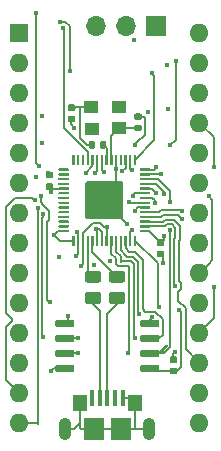
<source format=gbr>
G04 #@! TF.GenerationSoftware,KiCad,Pcbnew,5.1.5+dfsg1-2build2*
G04 #@! TF.CreationDate,2023-08-25T20:20:15+01:00*
G04 #@! TF.ProjectId,pico-sp0256,7069636f-2d73-4703-9032-35362e6b6963,rev?*
G04 #@! TF.SameCoordinates,Original*
G04 #@! TF.FileFunction,Copper,L1,Top*
G04 #@! TF.FilePolarity,Positive*
%FSLAX46Y46*%
G04 Gerber Fmt 4.6, Leading zero omitted, Abs format (unit mm)*
G04 Created by KiCad (PCBNEW 5.1.5+dfsg1-2build2) date 2023-08-25 20:20:15*
%MOMM*%
%LPD*%
G04 APERTURE LIST*
%ADD10C,0.100000*%
%ADD11R,1.300000X1.100000*%
%ADD12O,1.600000X1.600000*%
%ADD13R,1.600000X1.600000*%
%ADD14O,1.700000X1.700000*%
%ADD15R,1.700000X1.700000*%
%ADD16R,1.150000X1.450000*%
%ADD17O,1.050000X1.900000*%
%ADD18R,1.750000X1.900000*%
%ADD19R,0.400000X1.400000*%
%ADD20C,0.400000*%
%ADD21C,0.200000*%
G04 APERTURE END LIST*
G04 #@! TA.AperFunction,SMDPad,CuDef*
D10*
G36*
X80865505Y-91460204D02*
G01*
X80889773Y-91463804D01*
X80913572Y-91469765D01*
X80936671Y-91478030D01*
X80958850Y-91488520D01*
X80979893Y-91501132D01*
X80999599Y-91515747D01*
X81017777Y-91532223D01*
X81034253Y-91550401D01*
X81048868Y-91570107D01*
X81061480Y-91591150D01*
X81071970Y-91613329D01*
X81080235Y-91636428D01*
X81086196Y-91660227D01*
X81089796Y-91684495D01*
X81091000Y-91708999D01*
X81091000Y-92234001D01*
X81089796Y-92258505D01*
X81086196Y-92282773D01*
X81080235Y-92306572D01*
X81071970Y-92329671D01*
X81061480Y-92351850D01*
X81048868Y-92372893D01*
X81034253Y-92392599D01*
X81017777Y-92410777D01*
X80999599Y-92427253D01*
X80979893Y-92441868D01*
X80958850Y-92454480D01*
X80936671Y-92464970D01*
X80913572Y-92473235D01*
X80889773Y-92479196D01*
X80865505Y-92482796D01*
X80841001Y-92484000D01*
X79940999Y-92484000D01*
X79916495Y-92482796D01*
X79892227Y-92479196D01*
X79868428Y-92473235D01*
X79845329Y-92464970D01*
X79823150Y-92454480D01*
X79802107Y-92441868D01*
X79782401Y-92427253D01*
X79764223Y-92410777D01*
X79747747Y-92392599D01*
X79733132Y-92372893D01*
X79720520Y-92351850D01*
X79710030Y-92329671D01*
X79701765Y-92306572D01*
X79695804Y-92282773D01*
X79692204Y-92258505D01*
X79691000Y-92234001D01*
X79691000Y-91708999D01*
X79692204Y-91684495D01*
X79695804Y-91660227D01*
X79701765Y-91636428D01*
X79710030Y-91613329D01*
X79720520Y-91591150D01*
X79733132Y-91570107D01*
X79747747Y-91550401D01*
X79764223Y-91532223D01*
X79782401Y-91515747D01*
X79802107Y-91501132D01*
X79823150Y-91488520D01*
X79845329Y-91478030D01*
X79868428Y-91469765D01*
X79892227Y-91463804D01*
X79916495Y-91460204D01*
X79940999Y-91459000D01*
X80841001Y-91459000D01*
X80865505Y-91460204D01*
G37*
G04 #@! TD.AperFunction*
G04 #@! TA.AperFunction,SMDPad,CuDef*
G36*
X80865505Y-89635204D02*
G01*
X80889773Y-89638804D01*
X80913572Y-89644765D01*
X80936671Y-89653030D01*
X80958850Y-89663520D01*
X80979893Y-89676132D01*
X80999599Y-89690747D01*
X81017777Y-89707223D01*
X81034253Y-89725401D01*
X81048868Y-89745107D01*
X81061480Y-89766150D01*
X81071970Y-89788329D01*
X81080235Y-89811428D01*
X81086196Y-89835227D01*
X81089796Y-89859495D01*
X81091000Y-89883999D01*
X81091000Y-90409001D01*
X81089796Y-90433505D01*
X81086196Y-90457773D01*
X81080235Y-90481572D01*
X81071970Y-90504671D01*
X81061480Y-90526850D01*
X81048868Y-90547893D01*
X81034253Y-90567599D01*
X81017777Y-90585777D01*
X80999599Y-90602253D01*
X80979893Y-90616868D01*
X80958850Y-90629480D01*
X80936671Y-90639970D01*
X80913572Y-90648235D01*
X80889773Y-90654196D01*
X80865505Y-90657796D01*
X80841001Y-90659000D01*
X79940999Y-90659000D01*
X79916495Y-90657796D01*
X79892227Y-90654196D01*
X79868428Y-90648235D01*
X79845329Y-90639970D01*
X79823150Y-90629480D01*
X79802107Y-90616868D01*
X79782401Y-90602253D01*
X79764223Y-90585777D01*
X79747747Y-90567599D01*
X79733132Y-90547893D01*
X79720520Y-90526850D01*
X79710030Y-90504671D01*
X79701765Y-90481572D01*
X79695804Y-90457773D01*
X79692204Y-90433505D01*
X79691000Y-90409001D01*
X79691000Y-89883999D01*
X79692204Y-89859495D01*
X79695804Y-89835227D01*
X79701765Y-89811428D01*
X79710030Y-89788329D01*
X79720520Y-89766150D01*
X79733132Y-89745107D01*
X79747747Y-89725401D01*
X79764223Y-89707223D01*
X79782401Y-89690747D01*
X79802107Y-89676132D01*
X79823150Y-89663520D01*
X79845329Y-89653030D01*
X79868428Y-89644765D01*
X79892227Y-89638804D01*
X79916495Y-89635204D01*
X79940999Y-89634000D01*
X80841001Y-89634000D01*
X80865505Y-89635204D01*
G37*
G04 #@! TD.AperFunction*
G04 #@! TA.AperFunction,SMDPad,CuDef*
G36*
X82897505Y-91460204D02*
G01*
X82921773Y-91463804D01*
X82945572Y-91469765D01*
X82968671Y-91478030D01*
X82990850Y-91488520D01*
X83011893Y-91501132D01*
X83031599Y-91515747D01*
X83049777Y-91532223D01*
X83066253Y-91550401D01*
X83080868Y-91570107D01*
X83093480Y-91591150D01*
X83103970Y-91613329D01*
X83112235Y-91636428D01*
X83118196Y-91660227D01*
X83121796Y-91684495D01*
X83123000Y-91708999D01*
X83123000Y-92234001D01*
X83121796Y-92258505D01*
X83118196Y-92282773D01*
X83112235Y-92306572D01*
X83103970Y-92329671D01*
X83093480Y-92351850D01*
X83080868Y-92372893D01*
X83066253Y-92392599D01*
X83049777Y-92410777D01*
X83031599Y-92427253D01*
X83011893Y-92441868D01*
X82990850Y-92454480D01*
X82968671Y-92464970D01*
X82945572Y-92473235D01*
X82921773Y-92479196D01*
X82897505Y-92482796D01*
X82873001Y-92484000D01*
X81972999Y-92484000D01*
X81948495Y-92482796D01*
X81924227Y-92479196D01*
X81900428Y-92473235D01*
X81877329Y-92464970D01*
X81855150Y-92454480D01*
X81834107Y-92441868D01*
X81814401Y-92427253D01*
X81796223Y-92410777D01*
X81779747Y-92392599D01*
X81765132Y-92372893D01*
X81752520Y-92351850D01*
X81742030Y-92329671D01*
X81733765Y-92306572D01*
X81727804Y-92282773D01*
X81724204Y-92258505D01*
X81723000Y-92234001D01*
X81723000Y-91708999D01*
X81724204Y-91684495D01*
X81727804Y-91660227D01*
X81733765Y-91636428D01*
X81742030Y-91613329D01*
X81752520Y-91591150D01*
X81765132Y-91570107D01*
X81779747Y-91550401D01*
X81796223Y-91532223D01*
X81814401Y-91515747D01*
X81834107Y-91501132D01*
X81855150Y-91488520D01*
X81877329Y-91478030D01*
X81900428Y-91469765D01*
X81924227Y-91463804D01*
X81948495Y-91460204D01*
X81972999Y-91459000D01*
X82873001Y-91459000D01*
X82897505Y-91460204D01*
G37*
G04 #@! TD.AperFunction*
G04 #@! TA.AperFunction,SMDPad,CuDef*
G36*
X82897505Y-89635204D02*
G01*
X82921773Y-89638804D01*
X82945572Y-89644765D01*
X82968671Y-89653030D01*
X82990850Y-89663520D01*
X83011893Y-89676132D01*
X83031599Y-89690747D01*
X83049777Y-89707223D01*
X83066253Y-89725401D01*
X83080868Y-89745107D01*
X83093480Y-89766150D01*
X83103970Y-89788329D01*
X83112235Y-89811428D01*
X83118196Y-89835227D01*
X83121796Y-89859495D01*
X83123000Y-89883999D01*
X83123000Y-90409001D01*
X83121796Y-90433505D01*
X83118196Y-90457773D01*
X83112235Y-90481572D01*
X83103970Y-90504671D01*
X83093480Y-90526850D01*
X83080868Y-90547893D01*
X83066253Y-90567599D01*
X83049777Y-90585777D01*
X83031599Y-90602253D01*
X83011893Y-90616868D01*
X82990850Y-90629480D01*
X82968671Y-90639970D01*
X82945572Y-90648235D01*
X82921773Y-90654196D01*
X82897505Y-90657796D01*
X82873001Y-90659000D01*
X81972999Y-90659000D01*
X81948495Y-90657796D01*
X81924227Y-90654196D01*
X81900428Y-90648235D01*
X81877329Y-90639970D01*
X81855150Y-90629480D01*
X81834107Y-90616868D01*
X81814401Y-90602253D01*
X81796223Y-90585777D01*
X81779747Y-90567599D01*
X81765132Y-90547893D01*
X81752520Y-90526850D01*
X81742030Y-90504671D01*
X81733765Y-90481572D01*
X81727804Y-90457773D01*
X81724204Y-90433505D01*
X81723000Y-90409001D01*
X81723000Y-89883999D01*
X81724204Y-89859495D01*
X81727804Y-89835227D01*
X81733765Y-89811428D01*
X81742030Y-89788329D01*
X81752520Y-89766150D01*
X81765132Y-89745107D01*
X81779747Y-89725401D01*
X81796223Y-89707223D01*
X81814401Y-89690747D01*
X81834107Y-89676132D01*
X81855150Y-89663520D01*
X81877329Y-89653030D01*
X81900428Y-89644765D01*
X81924227Y-89638804D01*
X81948495Y-89635204D01*
X81972999Y-89634000D01*
X82873001Y-89634000D01*
X82897505Y-89635204D01*
G37*
G04 #@! TD.AperFunction*
D11*
X82554500Y-75813000D03*
X80264500Y-77613000D03*
X80254500Y-75813000D03*
X82564500Y-77603000D03*
D12*
X89403501Y-69520001D03*
X74163501Y-102540001D03*
X89403501Y-72060001D03*
X74163501Y-100000001D03*
X89403501Y-74600001D03*
X74163501Y-97460001D03*
X89403501Y-77140001D03*
X74163501Y-94920001D03*
X89403501Y-79680001D03*
X74163501Y-92380001D03*
X89403501Y-82220001D03*
X74163501Y-89840001D03*
X89403501Y-84760001D03*
X74163501Y-87300001D03*
X89403501Y-87300001D03*
X74163501Y-84760001D03*
X89403501Y-89840001D03*
X74163501Y-82220001D03*
X89403501Y-92380001D03*
X74163501Y-79680001D03*
X89403501Y-94920001D03*
X74163501Y-77140001D03*
X89403501Y-97460001D03*
X74163501Y-74600001D03*
X89403501Y-100000001D03*
X74163501Y-72060001D03*
X89403501Y-102540001D03*
D13*
X74163501Y-69520001D03*
G04 #@! TA.AperFunction,SMDPad,CuDef*
D10*
G36*
X82813614Y-82093693D02*
G01*
X82827593Y-82095767D01*
X82841301Y-82099201D01*
X82854606Y-82103961D01*
X82867381Y-82110003D01*
X82879502Y-82117268D01*
X82890853Y-82125686D01*
X82901323Y-82135177D01*
X82910814Y-82145647D01*
X82919232Y-82156998D01*
X82926497Y-82169119D01*
X82932539Y-82181894D01*
X82937299Y-82195199D01*
X82940733Y-82208907D01*
X82942807Y-82222886D01*
X82943500Y-82237000D01*
X82943500Y-85149000D01*
X82942807Y-85163114D01*
X82940733Y-85177093D01*
X82937299Y-85190801D01*
X82932539Y-85204106D01*
X82926497Y-85216881D01*
X82919232Y-85229002D01*
X82910814Y-85240353D01*
X82901323Y-85250823D01*
X82890853Y-85260314D01*
X82879502Y-85268732D01*
X82867381Y-85275997D01*
X82854606Y-85282039D01*
X82841301Y-85286799D01*
X82827593Y-85290233D01*
X82813614Y-85292307D01*
X82799500Y-85293000D01*
X79887500Y-85293000D01*
X79873386Y-85292307D01*
X79859407Y-85290233D01*
X79845699Y-85286799D01*
X79832394Y-85282039D01*
X79819619Y-85275997D01*
X79807498Y-85268732D01*
X79796147Y-85260314D01*
X79785677Y-85250823D01*
X79776186Y-85240353D01*
X79767768Y-85229002D01*
X79760503Y-85216881D01*
X79754461Y-85204106D01*
X79749701Y-85190801D01*
X79746267Y-85177093D01*
X79744193Y-85163114D01*
X79743500Y-85149000D01*
X79743500Y-82237000D01*
X79744193Y-82222886D01*
X79746267Y-82208907D01*
X79749701Y-82195199D01*
X79754461Y-82181894D01*
X79760503Y-82169119D01*
X79767768Y-82156998D01*
X79776186Y-82145647D01*
X79785677Y-82135177D01*
X79796147Y-82125686D01*
X79807498Y-82117268D01*
X79819619Y-82110003D01*
X79832394Y-82103961D01*
X79845699Y-82099201D01*
X79859407Y-82095767D01*
X79873386Y-82093693D01*
X79887500Y-82093000D01*
X82799500Y-82093000D01*
X82813614Y-82093693D01*
G37*
G04 #@! TD.AperFunction*
G04 #@! TA.AperFunction,SMDPad,CuDef*
G36*
X85173401Y-86193241D02*
G01*
X85178255Y-86193961D01*
X85183014Y-86195153D01*
X85187634Y-86196806D01*
X85192070Y-86198904D01*
X85196279Y-86201427D01*
X85200220Y-86204349D01*
X85203855Y-86207645D01*
X85207151Y-86211280D01*
X85210073Y-86215221D01*
X85212596Y-86219430D01*
X85214694Y-86223866D01*
X85216347Y-86228486D01*
X85217539Y-86233245D01*
X85218259Y-86238099D01*
X85218500Y-86243000D01*
X85218500Y-86343000D01*
X85218259Y-86347901D01*
X85217539Y-86352755D01*
X85216347Y-86357514D01*
X85214694Y-86362134D01*
X85212596Y-86366570D01*
X85210073Y-86370779D01*
X85207151Y-86374720D01*
X85203855Y-86378355D01*
X85200220Y-86381651D01*
X85196279Y-86384573D01*
X85192070Y-86387096D01*
X85187634Y-86389194D01*
X85183014Y-86390847D01*
X85178255Y-86392039D01*
X85173401Y-86392759D01*
X85168500Y-86393000D01*
X84393500Y-86393000D01*
X84388599Y-86392759D01*
X84383745Y-86392039D01*
X84378986Y-86390847D01*
X84374366Y-86389194D01*
X84369930Y-86387096D01*
X84365721Y-86384573D01*
X84361780Y-86381651D01*
X84358145Y-86378355D01*
X84354849Y-86374720D01*
X84351927Y-86370779D01*
X84349404Y-86366570D01*
X84347306Y-86362134D01*
X84345653Y-86357514D01*
X84344461Y-86352755D01*
X84343741Y-86347901D01*
X84343500Y-86343000D01*
X84343500Y-86243000D01*
X84343741Y-86238099D01*
X84344461Y-86233245D01*
X84345653Y-86228486D01*
X84347306Y-86223866D01*
X84349404Y-86219430D01*
X84351927Y-86215221D01*
X84354849Y-86211280D01*
X84358145Y-86207645D01*
X84361780Y-86204349D01*
X84365721Y-86201427D01*
X84369930Y-86198904D01*
X84374366Y-86196806D01*
X84378986Y-86195153D01*
X84383745Y-86193961D01*
X84388599Y-86193241D01*
X84393500Y-86193000D01*
X85168500Y-86193000D01*
X85173401Y-86193241D01*
G37*
G04 #@! TD.AperFunction*
G04 #@! TA.AperFunction,SMDPad,CuDef*
G36*
X85173401Y-85793241D02*
G01*
X85178255Y-85793961D01*
X85183014Y-85795153D01*
X85187634Y-85796806D01*
X85192070Y-85798904D01*
X85196279Y-85801427D01*
X85200220Y-85804349D01*
X85203855Y-85807645D01*
X85207151Y-85811280D01*
X85210073Y-85815221D01*
X85212596Y-85819430D01*
X85214694Y-85823866D01*
X85216347Y-85828486D01*
X85217539Y-85833245D01*
X85218259Y-85838099D01*
X85218500Y-85843000D01*
X85218500Y-85943000D01*
X85218259Y-85947901D01*
X85217539Y-85952755D01*
X85216347Y-85957514D01*
X85214694Y-85962134D01*
X85212596Y-85966570D01*
X85210073Y-85970779D01*
X85207151Y-85974720D01*
X85203855Y-85978355D01*
X85200220Y-85981651D01*
X85196279Y-85984573D01*
X85192070Y-85987096D01*
X85187634Y-85989194D01*
X85183014Y-85990847D01*
X85178255Y-85992039D01*
X85173401Y-85992759D01*
X85168500Y-85993000D01*
X84393500Y-85993000D01*
X84388599Y-85992759D01*
X84383745Y-85992039D01*
X84378986Y-85990847D01*
X84374366Y-85989194D01*
X84369930Y-85987096D01*
X84365721Y-85984573D01*
X84361780Y-85981651D01*
X84358145Y-85978355D01*
X84354849Y-85974720D01*
X84351927Y-85970779D01*
X84349404Y-85966570D01*
X84347306Y-85962134D01*
X84345653Y-85957514D01*
X84344461Y-85952755D01*
X84343741Y-85947901D01*
X84343500Y-85943000D01*
X84343500Y-85843000D01*
X84343741Y-85838099D01*
X84344461Y-85833245D01*
X84345653Y-85828486D01*
X84347306Y-85823866D01*
X84349404Y-85819430D01*
X84351927Y-85815221D01*
X84354849Y-85811280D01*
X84358145Y-85807645D01*
X84361780Y-85804349D01*
X84365721Y-85801427D01*
X84369930Y-85798904D01*
X84374366Y-85796806D01*
X84378986Y-85795153D01*
X84383745Y-85793961D01*
X84388599Y-85793241D01*
X84393500Y-85793000D01*
X85168500Y-85793000D01*
X85173401Y-85793241D01*
G37*
G04 #@! TD.AperFunction*
G04 #@! TA.AperFunction,SMDPad,CuDef*
G36*
X85173401Y-85393241D02*
G01*
X85178255Y-85393961D01*
X85183014Y-85395153D01*
X85187634Y-85396806D01*
X85192070Y-85398904D01*
X85196279Y-85401427D01*
X85200220Y-85404349D01*
X85203855Y-85407645D01*
X85207151Y-85411280D01*
X85210073Y-85415221D01*
X85212596Y-85419430D01*
X85214694Y-85423866D01*
X85216347Y-85428486D01*
X85217539Y-85433245D01*
X85218259Y-85438099D01*
X85218500Y-85443000D01*
X85218500Y-85543000D01*
X85218259Y-85547901D01*
X85217539Y-85552755D01*
X85216347Y-85557514D01*
X85214694Y-85562134D01*
X85212596Y-85566570D01*
X85210073Y-85570779D01*
X85207151Y-85574720D01*
X85203855Y-85578355D01*
X85200220Y-85581651D01*
X85196279Y-85584573D01*
X85192070Y-85587096D01*
X85187634Y-85589194D01*
X85183014Y-85590847D01*
X85178255Y-85592039D01*
X85173401Y-85592759D01*
X85168500Y-85593000D01*
X84393500Y-85593000D01*
X84388599Y-85592759D01*
X84383745Y-85592039D01*
X84378986Y-85590847D01*
X84374366Y-85589194D01*
X84369930Y-85587096D01*
X84365721Y-85584573D01*
X84361780Y-85581651D01*
X84358145Y-85578355D01*
X84354849Y-85574720D01*
X84351927Y-85570779D01*
X84349404Y-85566570D01*
X84347306Y-85562134D01*
X84345653Y-85557514D01*
X84344461Y-85552755D01*
X84343741Y-85547901D01*
X84343500Y-85543000D01*
X84343500Y-85443000D01*
X84343741Y-85438099D01*
X84344461Y-85433245D01*
X84345653Y-85428486D01*
X84347306Y-85423866D01*
X84349404Y-85419430D01*
X84351927Y-85415221D01*
X84354849Y-85411280D01*
X84358145Y-85407645D01*
X84361780Y-85404349D01*
X84365721Y-85401427D01*
X84369930Y-85398904D01*
X84374366Y-85396806D01*
X84378986Y-85395153D01*
X84383745Y-85393961D01*
X84388599Y-85393241D01*
X84393500Y-85393000D01*
X85168500Y-85393000D01*
X85173401Y-85393241D01*
G37*
G04 #@! TD.AperFunction*
G04 #@! TA.AperFunction,SMDPad,CuDef*
G36*
X85173401Y-84993241D02*
G01*
X85178255Y-84993961D01*
X85183014Y-84995153D01*
X85187634Y-84996806D01*
X85192070Y-84998904D01*
X85196279Y-85001427D01*
X85200220Y-85004349D01*
X85203855Y-85007645D01*
X85207151Y-85011280D01*
X85210073Y-85015221D01*
X85212596Y-85019430D01*
X85214694Y-85023866D01*
X85216347Y-85028486D01*
X85217539Y-85033245D01*
X85218259Y-85038099D01*
X85218500Y-85043000D01*
X85218500Y-85143000D01*
X85218259Y-85147901D01*
X85217539Y-85152755D01*
X85216347Y-85157514D01*
X85214694Y-85162134D01*
X85212596Y-85166570D01*
X85210073Y-85170779D01*
X85207151Y-85174720D01*
X85203855Y-85178355D01*
X85200220Y-85181651D01*
X85196279Y-85184573D01*
X85192070Y-85187096D01*
X85187634Y-85189194D01*
X85183014Y-85190847D01*
X85178255Y-85192039D01*
X85173401Y-85192759D01*
X85168500Y-85193000D01*
X84393500Y-85193000D01*
X84388599Y-85192759D01*
X84383745Y-85192039D01*
X84378986Y-85190847D01*
X84374366Y-85189194D01*
X84369930Y-85187096D01*
X84365721Y-85184573D01*
X84361780Y-85181651D01*
X84358145Y-85178355D01*
X84354849Y-85174720D01*
X84351927Y-85170779D01*
X84349404Y-85166570D01*
X84347306Y-85162134D01*
X84345653Y-85157514D01*
X84344461Y-85152755D01*
X84343741Y-85147901D01*
X84343500Y-85143000D01*
X84343500Y-85043000D01*
X84343741Y-85038099D01*
X84344461Y-85033245D01*
X84345653Y-85028486D01*
X84347306Y-85023866D01*
X84349404Y-85019430D01*
X84351927Y-85015221D01*
X84354849Y-85011280D01*
X84358145Y-85007645D01*
X84361780Y-85004349D01*
X84365721Y-85001427D01*
X84369930Y-84998904D01*
X84374366Y-84996806D01*
X84378986Y-84995153D01*
X84383745Y-84993961D01*
X84388599Y-84993241D01*
X84393500Y-84993000D01*
X85168500Y-84993000D01*
X85173401Y-84993241D01*
G37*
G04 #@! TD.AperFunction*
G04 #@! TA.AperFunction,SMDPad,CuDef*
G36*
X85173401Y-84593241D02*
G01*
X85178255Y-84593961D01*
X85183014Y-84595153D01*
X85187634Y-84596806D01*
X85192070Y-84598904D01*
X85196279Y-84601427D01*
X85200220Y-84604349D01*
X85203855Y-84607645D01*
X85207151Y-84611280D01*
X85210073Y-84615221D01*
X85212596Y-84619430D01*
X85214694Y-84623866D01*
X85216347Y-84628486D01*
X85217539Y-84633245D01*
X85218259Y-84638099D01*
X85218500Y-84643000D01*
X85218500Y-84743000D01*
X85218259Y-84747901D01*
X85217539Y-84752755D01*
X85216347Y-84757514D01*
X85214694Y-84762134D01*
X85212596Y-84766570D01*
X85210073Y-84770779D01*
X85207151Y-84774720D01*
X85203855Y-84778355D01*
X85200220Y-84781651D01*
X85196279Y-84784573D01*
X85192070Y-84787096D01*
X85187634Y-84789194D01*
X85183014Y-84790847D01*
X85178255Y-84792039D01*
X85173401Y-84792759D01*
X85168500Y-84793000D01*
X84393500Y-84793000D01*
X84388599Y-84792759D01*
X84383745Y-84792039D01*
X84378986Y-84790847D01*
X84374366Y-84789194D01*
X84369930Y-84787096D01*
X84365721Y-84784573D01*
X84361780Y-84781651D01*
X84358145Y-84778355D01*
X84354849Y-84774720D01*
X84351927Y-84770779D01*
X84349404Y-84766570D01*
X84347306Y-84762134D01*
X84345653Y-84757514D01*
X84344461Y-84752755D01*
X84343741Y-84747901D01*
X84343500Y-84743000D01*
X84343500Y-84643000D01*
X84343741Y-84638099D01*
X84344461Y-84633245D01*
X84345653Y-84628486D01*
X84347306Y-84623866D01*
X84349404Y-84619430D01*
X84351927Y-84615221D01*
X84354849Y-84611280D01*
X84358145Y-84607645D01*
X84361780Y-84604349D01*
X84365721Y-84601427D01*
X84369930Y-84598904D01*
X84374366Y-84596806D01*
X84378986Y-84595153D01*
X84383745Y-84593961D01*
X84388599Y-84593241D01*
X84393500Y-84593000D01*
X85168500Y-84593000D01*
X85173401Y-84593241D01*
G37*
G04 #@! TD.AperFunction*
G04 #@! TA.AperFunction,SMDPad,CuDef*
G36*
X85173401Y-84193241D02*
G01*
X85178255Y-84193961D01*
X85183014Y-84195153D01*
X85187634Y-84196806D01*
X85192070Y-84198904D01*
X85196279Y-84201427D01*
X85200220Y-84204349D01*
X85203855Y-84207645D01*
X85207151Y-84211280D01*
X85210073Y-84215221D01*
X85212596Y-84219430D01*
X85214694Y-84223866D01*
X85216347Y-84228486D01*
X85217539Y-84233245D01*
X85218259Y-84238099D01*
X85218500Y-84243000D01*
X85218500Y-84343000D01*
X85218259Y-84347901D01*
X85217539Y-84352755D01*
X85216347Y-84357514D01*
X85214694Y-84362134D01*
X85212596Y-84366570D01*
X85210073Y-84370779D01*
X85207151Y-84374720D01*
X85203855Y-84378355D01*
X85200220Y-84381651D01*
X85196279Y-84384573D01*
X85192070Y-84387096D01*
X85187634Y-84389194D01*
X85183014Y-84390847D01*
X85178255Y-84392039D01*
X85173401Y-84392759D01*
X85168500Y-84393000D01*
X84393500Y-84393000D01*
X84388599Y-84392759D01*
X84383745Y-84392039D01*
X84378986Y-84390847D01*
X84374366Y-84389194D01*
X84369930Y-84387096D01*
X84365721Y-84384573D01*
X84361780Y-84381651D01*
X84358145Y-84378355D01*
X84354849Y-84374720D01*
X84351927Y-84370779D01*
X84349404Y-84366570D01*
X84347306Y-84362134D01*
X84345653Y-84357514D01*
X84344461Y-84352755D01*
X84343741Y-84347901D01*
X84343500Y-84343000D01*
X84343500Y-84243000D01*
X84343741Y-84238099D01*
X84344461Y-84233245D01*
X84345653Y-84228486D01*
X84347306Y-84223866D01*
X84349404Y-84219430D01*
X84351927Y-84215221D01*
X84354849Y-84211280D01*
X84358145Y-84207645D01*
X84361780Y-84204349D01*
X84365721Y-84201427D01*
X84369930Y-84198904D01*
X84374366Y-84196806D01*
X84378986Y-84195153D01*
X84383745Y-84193961D01*
X84388599Y-84193241D01*
X84393500Y-84193000D01*
X85168500Y-84193000D01*
X85173401Y-84193241D01*
G37*
G04 #@! TD.AperFunction*
G04 #@! TA.AperFunction,SMDPad,CuDef*
G36*
X85173401Y-83793241D02*
G01*
X85178255Y-83793961D01*
X85183014Y-83795153D01*
X85187634Y-83796806D01*
X85192070Y-83798904D01*
X85196279Y-83801427D01*
X85200220Y-83804349D01*
X85203855Y-83807645D01*
X85207151Y-83811280D01*
X85210073Y-83815221D01*
X85212596Y-83819430D01*
X85214694Y-83823866D01*
X85216347Y-83828486D01*
X85217539Y-83833245D01*
X85218259Y-83838099D01*
X85218500Y-83843000D01*
X85218500Y-83943000D01*
X85218259Y-83947901D01*
X85217539Y-83952755D01*
X85216347Y-83957514D01*
X85214694Y-83962134D01*
X85212596Y-83966570D01*
X85210073Y-83970779D01*
X85207151Y-83974720D01*
X85203855Y-83978355D01*
X85200220Y-83981651D01*
X85196279Y-83984573D01*
X85192070Y-83987096D01*
X85187634Y-83989194D01*
X85183014Y-83990847D01*
X85178255Y-83992039D01*
X85173401Y-83992759D01*
X85168500Y-83993000D01*
X84393500Y-83993000D01*
X84388599Y-83992759D01*
X84383745Y-83992039D01*
X84378986Y-83990847D01*
X84374366Y-83989194D01*
X84369930Y-83987096D01*
X84365721Y-83984573D01*
X84361780Y-83981651D01*
X84358145Y-83978355D01*
X84354849Y-83974720D01*
X84351927Y-83970779D01*
X84349404Y-83966570D01*
X84347306Y-83962134D01*
X84345653Y-83957514D01*
X84344461Y-83952755D01*
X84343741Y-83947901D01*
X84343500Y-83943000D01*
X84343500Y-83843000D01*
X84343741Y-83838099D01*
X84344461Y-83833245D01*
X84345653Y-83828486D01*
X84347306Y-83823866D01*
X84349404Y-83819430D01*
X84351927Y-83815221D01*
X84354849Y-83811280D01*
X84358145Y-83807645D01*
X84361780Y-83804349D01*
X84365721Y-83801427D01*
X84369930Y-83798904D01*
X84374366Y-83796806D01*
X84378986Y-83795153D01*
X84383745Y-83793961D01*
X84388599Y-83793241D01*
X84393500Y-83793000D01*
X85168500Y-83793000D01*
X85173401Y-83793241D01*
G37*
G04 #@! TD.AperFunction*
G04 #@! TA.AperFunction,SMDPad,CuDef*
G36*
X85173401Y-83393241D02*
G01*
X85178255Y-83393961D01*
X85183014Y-83395153D01*
X85187634Y-83396806D01*
X85192070Y-83398904D01*
X85196279Y-83401427D01*
X85200220Y-83404349D01*
X85203855Y-83407645D01*
X85207151Y-83411280D01*
X85210073Y-83415221D01*
X85212596Y-83419430D01*
X85214694Y-83423866D01*
X85216347Y-83428486D01*
X85217539Y-83433245D01*
X85218259Y-83438099D01*
X85218500Y-83443000D01*
X85218500Y-83543000D01*
X85218259Y-83547901D01*
X85217539Y-83552755D01*
X85216347Y-83557514D01*
X85214694Y-83562134D01*
X85212596Y-83566570D01*
X85210073Y-83570779D01*
X85207151Y-83574720D01*
X85203855Y-83578355D01*
X85200220Y-83581651D01*
X85196279Y-83584573D01*
X85192070Y-83587096D01*
X85187634Y-83589194D01*
X85183014Y-83590847D01*
X85178255Y-83592039D01*
X85173401Y-83592759D01*
X85168500Y-83593000D01*
X84393500Y-83593000D01*
X84388599Y-83592759D01*
X84383745Y-83592039D01*
X84378986Y-83590847D01*
X84374366Y-83589194D01*
X84369930Y-83587096D01*
X84365721Y-83584573D01*
X84361780Y-83581651D01*
X84358145Y-83578355D01*
X84354849Y-83574720D01*
X84351927Y-83570779D01*
X84349404Y-83566570D01*
X84347306Y-83562134D01*
X84345653Y-83557514D01*
X84344461Y-83552755D01*
X84343741Y-83547901D01*
X84343500Y-83543000D01*
X84343500Y-83443000D01*
X84343741Y-83438099D01*
X84344461Y-83433245D01*
X84345653Y-83428486D01*
X84347306Y-83423866D01*
X84349404Y-83419430D01*
X84351927Y-83415221D01*
X84354849Y-83411280D01*
X84358145Y-83407645D01*
X84361780Y-83404349D01*
X84365721Y-83401427D01*
X84369930Y-83398904D01*
X84374366Y-83396806D01*
X84378986Y-83395153D01*
X84383745Y-83393961D01*
X84388599Y-83393241D01*
X84393500Y-83393000D01*
X85168500Y-83393000D01*
X85173401Y-83393241D01*
G37*
G04 #@! TD.AperFunction*
G04 #@! TA.AperFunction,SMDPad,CuDef*
G36*
X85173401Y-82993241D02*
G01*
X85178255Y-82993961D01*
X85183014Y-82995153D01*
X85187634Y-82996806D01*
X85192070Y-82998904D01*
X85196279Y-83001427D01*
X85200220Y-83004349D01*
X85203855Y-83007645D01*
X85207151Y-83011280D01*
X85210073Y-83015221D01*
X85212596Y-83019430D01*
X85214694Y-83023866D01*
X85216347Y-83028486D01*
X85217539Y-83033245D01*
X85218259Y-83038099D01*
X85218500Y-83043000D01*
X85218500Y-83143000D01*
X85218259Y-83147901D01*
X85217539Y-83152755D01*
X85216347Y-83157514D01*
X85214694Y-83162134D01*
X85212596Y-83166570D01*
X85210073Y-83170779D01*
X85207151Y-83174720D01*
X85203855Y-83178355D01*
X85200220Y-83181651D01*
X85196279Y-83184573D01*
X85192070Y-83187096D01*
X85187634Y-83189194D01*
X85183014Y-83190847D01*
X85178255Y-83192039D01*
X85173401Y-83192759D01*
X85168500Y-83193000D01*
X84393500Y-83193000D01*
X84388599Y-83192759D01*
X84383745Y-83192039D01*
X84378986Y-83190847D01*
X84374366Y-83189194D01*
X84369930Y-83187096D01*
X84365721Y-83184573D01*
X84361780Y-83181651D01*
X84358145Y-83178355D01*
X84354849Y-83174720D01*
X84351927Y-83170779D01*
X84349404Y-83166570D01*
X84347306Y-83162134D01*
X84345653Y-83157514D01*
X84344461Y-83152755D01*
X84343741Y-83147901D01*
X84343500Y-83143000D01*
X84343500Y-83043000D01*
X84343741Y-83038099D01*
X84344461Y-83033245D01*
X84345653Y-83028486D01*
X84347306Y-83023866D01*
X84349404Y-83019430D01*
X84351927Y-83015221D01*
X84354849Y-83011280D01*
X84358145Y-83007645D01*
X84361780Y-83004349D01*
X84365721Y-83001427D01*
X84369930Y-82998904D01*
X84374366Y-82996806D01*
X84378986Y-82995153D01*
X84383745Y-82993961D01*
X84388599Y-82993241D01*
X84393500Y-82993000D01*
X85168500Y-82993000D01*
X85173401Y-82993241D01*
G37*
G04 #@! TD.AperFunction*
G04 #@! TA.AperFunction,SMDPad,CuDef*
G36*
X85173401Y-82593241D02*
G01*
X85178255Y-82593961D01*
X85183014Y-82595153D01*
X85187634Y-82596806D01*
X85192070Y-82598904D01*
X85196279Y-82601427D01*
X85200220Y-82604349D01*
X85203855Y-82607645D01*
X85207151Y-82611280D01*
X85210073Y-82615221D01*
X85212596Y-82619430D01*
X85214694Y-82623866D01*
X85216347Y-82628486D01*
X85217539Y-82633245D01*
X85218259Y-82638099D01*
X85218500Y-82643000D01*
X85218500Y-82743000D01*
X85218259Y-82747901D01*
X85217539Y-82752755D01*
X85216347Y-82757514D01*
X85214694Y-82762134D01*
X85212596Y-82766570D01*
X85210073Y-82770779D01*
X85207151Y-82774720D01*
X85203855Y-82778355D01*
X85200220Y-82781651D01*
X85196279Y-82784573D01*
X85192070Y-82787096D01*
X85187634Y-82789194D01*
X85183014Y-82790847D01*
X85178255Y-82792039D01*
X85173401Y-82792759D01*
X85168500Y-82793000D01*
X84393500Y-82793000D01*
X84388599Y-82792759D01*
X84383745Y-82792039D01*
X84378986Y-82790847D01*
X84374366Y-82789194D01*
X84369930Y-82787096D01*
X84365721Y-82784573D01*
X84361780Y-82781651D01*
X84358145Y-82778355D01*
X84354849Y-82774720D01*
X84351927Y-82770779D01*
X84349404Y-82766570D01*
X84347306Y-82762134D01*
X84345653Y-82757514D01*
X84344461Y-82752755D01*
X84343741Y-82747901D01*
X84343500Y-82743000D01*
X84343500Y-82643000D01*
X84343741Y-82638099D01*
X84344461Y-82633245D01*
X84345653Y-82628486D01*
X84347306Y-82623866D01*
X84349404Y-82619430D01*
X84351927Y-82615221D01*
X84354849Y-82611280D01*
X84358145Y-82607645D01*
X84361780Y-82604349D01*
X84365721Y-82601427D01*
X84369930Y-82598904D01*
X84374366Y-82596806D01*
X84378986Y-82595153D01*
X84383745Y-82593961D01*
X84388599Y-82593241D01*
X84393500Y-82593000D01*
X85168500Y-82593000D01*
X85173401Y-82593241D01*
G37*
G04 #@! TD.AperFunction*
G04 #@! TA.AperFunction,SMDPad,CuDef*
G36*
X85173401Y-82193241D02*
G01*
X85178255Y-82193961D01*
X85183014Y-82195153D01*
X85187634Y-82196806D01*
X85192070Y-82198904D01*
X85196279Y-82201427D01*
X85200220Y-82204349D01*
X85203855Y-82207645D01*
X85207151Y-82211280D01*
X85210073Y-82215221D01*
X85212596Y-82219430D01*
X85214694Y-82223866D01*
X85216347Y-82228486D01*
X85217539Y-82233245D01*
X85218259Y-82238099D01*
X85218500Y-82243000D01*
X85218500Y-82343000D01*
X85218259Y-82347901D01*
X85217539Y-82352755D01*
X85216347Y-82357514D01*
X85214694Y-82362134D01*
X85212596Y-82366570D01*
X85210073Y-82370779D01*
X85207151Y-82374720D01*
X85203855Y-82378355D01*
X85200220Y-82381651D01*
X85196279Y-82384573D01*
X85192070Y-82387096D01*
X85187634Y-82389194D01*
X85183014Y-82390847D01*
X85178255Y-82392039D01*
X85173401Y-82392759D01*
X85168500Y-82393000D01*
X84393500Y-82393000D01*
X84388599Y-82392759D01*
X84383745Y-82392039D01*
X84378986Y-82390847D01*
X84374366Y-82389194D01*
X84369930Y-82387096D01*
X84365721Y-82384573D01*
X84361780Y-82381651D01*
X84358145Y-82378355D01*
X84354849Y-82374720D01*
X84351927Y-82370779D01*
X84349404Y-82366570D01*
X84347306Y-82362134D01*
X84345653Y-82357514D01*
X84344461Y-82352755D01*
X84343741Y-82347901D01*
X84343500Y-82343000D01*
X84343500Y-82243000D01*
X84343741Y-82238099D01*
X84344461Y-82233245D01*
X84345653Y-82228486D01*
X84347306Y-82223866D01*
X84349404Y-82219430D01*
X84351927Y-82215221D01*
X84354849Y-82211280D01*
X84358145Y-82207645D01*
X84361780Y-82204349D01*
X84365721Y-82201427D01*
X84369930Y-82198904D01*
X84374366Y-82196806D01*
X84378986Y-82195153D01*
X84383745Y-82193961D01*
X84388599Y-82193241D01*
X84393500Y-82193000D01*
X85168500Y-82193000D01*
X85173401Y-82193241D01*
G37*
G04 #@! TD.AperFunction*
G04 #@! TA.AperFunction,SMDPad,CuDef*
G36*
X85173401Y-81793241D02*
G01*
X85178255Y-81793961D01*
X85183014Y-81795153D01*
X85187634Y-81796806D01*
X85192070Y-81798904D01*
X85196279Y-81801427D01*
X85200220Y-81804349D01*
X85203855Y-81807645D01*
X85207151Y-81811280D01*
X85210073Y-81815221D01*
X85212596Y-81819430D01*
X85214694Y-81823866D01*
X85216347Y-81828486D01*
X85217539Y-81833245D01*
X85218259Y-81838099D01*
X85218500Y-81843000D01*
X85218500Y-81943000D01*
X85218259Y-81947901D01*
X85217539Y-81952755D01*
X85216347Y-81957514D01*
X85214694Y-81962134D01*
X85212596Y-81966570D01*
X85210073Y-81970779D01*
X85207151Y-81974720D01*
X85203855Y-81978355D01*
X85200220Y-81981651D01*
X85196279Y-81984573D01*
X85192070Y-81987096D01*
X85187634Y-81989194D01*
X85183014Y-81990847D01*
X85178255Y-81992039D01*
X85173401Y-81992759D01*
X85168500Y-81993000D01*
X84393500Y-81993000D01*
X84388599Y-81992759D01*
X84383745Y-81992039D01*
X84378986Y-81990847D01*
X84374366Y-81989194D01*
X84369930Y-81987096D01*
X84365721Y-81984573D01*
X84361780Y-81981651D01*
X84358145Y-81978355D01*
X84354849Y-81974720D01*
X84351927Y-81970779D01*
X84349404Y-81966570D01*
X84347306Y-81962134D01*
X84345653Y-81957514D01*
X84344461Y-81952755D01*
X84343741Y-81947901D01*
X84343500Y-81943000D01*
X84343500Y-81843000D01*
X84343741Y-81838099D01*
X84344461Y-81833245D01*
X84345653Y-81828486D01*
X84347306Y-81823866D01*
X84349404Y-81819430D01*
X84351927Y-81815221D01*
X84354849Y-81811280D01*
X84358145Y-81807645D01*
X84361780Y-81804349D01*
X84365721Y-81801427D01*
X84369930Y-81798904D01*
X84374366Y-81796806D01*
X84378986Y-81795153D01*
X84383745Y-81793961D01*
X84388599Y-81793241D01*
X84393500Y-81793000D01*
X85168500Y-81793000D01*
X85173401Y-81793241D01*
G37*
G04 #@! TD.AperFunction*
G04 #@! TA.AperFunction,SMDPad,CuDef*
G36*
X85173401Y-81393241D02*
G01*
X85178255Y-81393961D01*
X85183014Y-81395153D01*
X85187634Y-81396806D01*
X85192070Y-81398904D01*
X85196279Y-81401427D01*
X85200220Y-81404349D01*
X85203855Y-81407645D01*
X85207151Y-81411280D01*
X85210073Y-81415221D01*
X85212596Y-81419430D01*
X85214694Y-81423866D01*
X85216347Y-81428486D01*
X85217539Y-81433245D01*
X85218259Y-81438099D01*
X85218500Y-81443000D01*
X85218500Y-81543000D01*
X85218259Y-81547901D01*
X85217539Y-81552755D01*
X85216347Y-81557514D01*
X85214694Y-81562134D01*
X85212596Y-81566570D01*
X85210073Y-81570779D01*
X85207151Y-81574720D01*
X85203855Y-81578355D01*
X85200220Y-81581651D01*
X85196279Y-81584573D01*
X85192070Y-81587096D01*
X85187634Y-81589194D01*
X85183014Y-81590847D01*
X85178255Y-81592039D01*
X85173401Y-81592759D01*
X85168500Y-81593000D01*
X84393500Y-81593000D01*
X84388599Y-81592759D01*
X84383745Y-81592039D01*
X84378986Y-81590847D01*
X84374366Y-81589194D01*
X84369930Y-81587096D01*
X84365721Y-81584573D01*
X84361780Y-81581651D01*
X84358145Y-81578355D01*
X84354849Y-81574720D01*
X84351927Y-81570779D01*
X84349404Y-81566570D01*
X84347306Y-81562134D01*
X84345653Y-81557514D01*
X84344461Y-81552755D01*
X84343741Y-81547901D01*
X84343500Y-81543000D01*
X84343500Y-81443000D01*
X84343741Y-81438099D01*
X84344461Y-81433245D01*
X84345653Y-81428486D01*
X84347306Y-81423866D01*
X84349404Y-81419430D01*
X84351927Y-81415221D01*
X84354849Y-81411280D01*
X84358145Y-81407645D01*
X84361780Y-81404349D01*
X84365721Y-81401427D01*
X84369930Y-81398904D01*
X84374366Y-81396806D01*
X84378986Y-81395153D01*
X84383745Y-81393961D01*
X84388599Y-81393241D01*
X84393500Y-81393000D01*
X85168500Y-81393000D01*
X85173401Y-81393241D01*
G37*
G04 #@! TD.AperFunction*
G04 #@! TA.AperFunction,SMDPad,CuDef*
G36*
X85173401Y-80993241D02*
G01*
X85178255Y-80993961D01*
X85183014Y-80995153D01*
X85187634Y-80996806D01*
X85192070Y-80998904D01*
X85196279Y-81001427D01*
X85200220Y-81004349D01*
X85203855Y-81007645D01*
X85207151Y-81011280D01*
X85210073Y-81015221D01*
X85212596Y-81019430D01*
X85214694Y-81023866D01*
X85216347Y-81028486D01*
X85217539Y-81033245D01*
X85218259Y-81038099D01*
X85218500Y-81043000D01*
X85218500Y-81143000D01*
X85218259Y-81147901D01*
X85217539Y-81152755D01*
X85216347Y-81157514D01*
X85214694Y-81162134D01*
X85212596Y-81166570D01*
X85210073Y-81170779D01*
X85207151Y-81174720D01*
X85203855Y-81178355D01*
X85200220Y-81181651D01*
X85196279Y-81184573D01*
X85192070Y-81187096D01*
X85187634Y-81189194D01*
X85183014Y-81190847D01*
X85178255Y-81192039D01*
X85173401Y-81192759D01*
X85168500Y-81193000D01*
X84393500Y-81193000D01*
X84388599Y-81192759D01*
X84383745Y-81192039D01*
X84378986Y-81190847D01*
X84374366Y-81189194D01*
X84369930Y-81187096D01*
X84365721Y-81184573D01*
X84361780Y-81181651D01*
X84358145Y-81178355D01*
X84354849Y-81174720D01*
X84351927Y-81170779D01*
X84349404Y-81166570D01*
X84347306Y-81162134D01*
X84345653Y-81157514D01*
X84344461Y-81152755D01*
X84343741Y-81147901D01*
X84343500Y-81143000D01*
X84343500Y-81043000D01*
X84343741Y-81038099D01*
X84344461Y-81033245D01*
X84345653Y-81028486D01*
X84347306Y-81023866D01*
X84349404Y-81019430D01*
X84351927Y-81015221D01*
X84354849Y-81011280D01*
X84358145Y-81007645D01*
X84361780Y-81004349D01*
X84365721Y-81001427D01*
X84369930Y-80998904D01*
X84374366Y-80996806D01*
X84378986Y-80995153D01*
X84383745Y-80993961D01*
X84388599Y-80993241D01*
X84393500Y-80993000D01*
X85168500Y-80993000D01*
X85173401Y-80993241D01*
G37*
G04 #@! TD.AperFunction*
G04 #@! TA.AperFunction,SMDPad,CuDef*
G36*
X83998401Y-79818241D02*
G01*
X84003255Y-79818961D01*
X84008014Y-79820153D01*
X84012634Y-79821806D01*
X84017070Y-79823904D01*
X84021279Y-79826427D01*
X84025220Y-79829349D01*
X84028855Y-79832645D01*
X84032151Y-79836280D01*
X84035073Y-79840221D01*
X84037596Y-79844430D01*
X84039694Y-79848866D01*
X84041347Y-79853486D01*
X84042539Y-79858245D01*
X84043259Y-79863099D01*
X84043500Y-79868000D01*
X84043500Y-80643000D01*
X84043259Y-80647901D01*
X84042539Y-80652755D01*
X84041347Y-80657514D01*
X84039694Y-80662134D01*
X84037596Y-80666570D01*
X84035073Y-80670779D01*
X84032151Y-80674720D01*
X84028855Y-80678355D01*
X84025220Y-80681651D01*
X84021279Y-80684573D01*
X84017070Y-80687096D01*
X84012634Y-80689194D01*
X84008014Y-80690847D01*
X84003255Y-80692039D01*
X83998401Y-80692759D01*
X83993500Y-80693000D01*
X83893500Y-80693000D01*
X83888599Y-80692759D01*
X83883745Y-80692039D01*
X83878986Y-80690847D01*
X83874366Y-80689194D01*
X83869930Y-80687096D01*
X83865721Y-80684573D01*
X83861780Y-80681651D01*
X83858145Y-80678355D01*
X83854849Y-80674720D01*
X83851927Y-80670779D01*
X83849404Y-80666570D01*
X83847306Y-80662134D01*
X83845653Y-80657514D01*
X83844461Y-80652755D01*
X83843741Y-80647901D01*
X83843500Y-80643000D01*
X83843500Y-79868000D01*
X83843741Y-79863099D01*
X83844461Y-79858245D01*
X83845653Y-79853486D01*
X83847306Y-79848866D01*
X83849404Y-79844430D01*
X83851927Y-79840221D01*
X83854849Y-79836280D01*
X83858145Y-79832645D01*
X83861780Y-79829349D01*
X83865721Y-79826427D01*
X83869930Y-79823904D01*
X83874366Y-79821806D01*
X83878986Y-79820153D01*
X83883745Y-79818961D01*
X83888599Y-79818241D01*
X83893500Y-79818000D01*
X83993500Y-79818000D01*
X83998401Y-79818241D01*
G37*
G04 #@! TD.AperFunction*
G04 #@! TA.AperFunction,SMDPad,CuDef*
G36*
X83598401Y-79818241D02*
G01*
X83603255Y-79818961D01*
X83608014Y-79820153D01*
X83612634Y-79821806D01*
X83617070Y-79823904D01*
X83621279Y-79826427D01*
X83625220Y-79829349D01*
X83628855Y-79832645D01*
X83632151Y-79836280D01*
X83635073Y-79840221D01*
X83637596Y-79844430D01*
X83639694Y-79848866D01*
X83641347Y-79853486D01*
X83642539Y-79858245D01*
X83643259Y-79863099D01*
X83643500Y-79868000D01*
X83643500Y-80643000D01*
X83643259Y-80647901D01*
X83642539Y-80652755D01*
X83641347Y-80657514D01*
X83639694Y-80662134D01*
X83637596Y-80666570D01*
X83635073Y-80670779D01*
X83632151Y-80674720D01*
X83628855Y-80678355D01*
X83625220Y-80681651D01*
X83621279Y-80684573D01*
X83617070Y-80687096D01*
X83612634Y-80689194D01*
X83608014Y-80690847D01*
X83603255Y-80692039D01*
X83598401Y-80692759D01*
X83593500Y-80693000D01*
X83493500Y-80693000D01*
X83488599Y-80692759D01*
X83483745Y-80692039D01*
X83478986Y-80690847D01*
X83474366Y-80689194D01*
X83469930Y-80687096D01*
X83465721Y-80684573D01*
X83461780Y-80681651D01*
X83458145Y-80678355D01*
X83454849Y-80674720D01*
X83451927Y-80670779D01*
X83449404Y-80666570D01*
X83447306Y-80662134D01*
X83445653Y-80657514D01*
X83444461Y-80652755D01*
X83443741Y-80647901D01*
X83443500Y-80643000D01*
X83443500Y-79868000D01*
X83443741Y-79863099D01*
X83444461Y-79858245D01*
X83445653Y-79853486D01*
X83447306Y-79848866D01*
X83449404Y-79844430D01*
X83451927Y-79840221D01*
X83454849Y-79836280D01*
X83458145Y-79832645D01*
X83461780Y-79829349D01*
X83465721Y-79826427D01*
X83469930Y-79823904D01*
X83474366Y-79821806D01*
X83478986Y-79820153D01*
X83483745Y-79818961D01*
X83488599Y-79818241D01*
X83493500Y-79818000D01*
X83593500Y-79818000D01*
X83598401Y-79818241D01*
G37*
G04 #@! TD.AperFunction*
G04 #@! TA.AperFunction,SMDPad,CuDef*
G36*
X83198401Y-79818241D02*
G01*
X83203255Y-79818961D01*
X83208014Y-79820153D01*
X83212634Y-79821806D01*
X83217070Y-79823904D01*
X83221279Y-79826427D01*
X83225220Y-79829349D01*
X83228855Y-79832645D01*
X83232151Y-79836280D01*
X83235073Y-79840221D01*
X83237596Y-79844430D01*
X83239694Y-79848866D01*
X83241347Y-79853486D01*
X83242539Y-79858245D01*
X83243259Y-79863099D01*
X83243500Y-79868000D01*
X83243500Y-80643000D01*
X83243259Y-80647901D01*
X83242539Y-80652755D01*
X83241347Y-80657514D01*
X83239694Y-80662134D01*
X83237596Y-80666570D01*
X83235073Y-80670779D01*
X83232151Y-80674720D01*
X83228855Y-80678355D01*
X83225220Y-80681651D01*
X83221279Y-80684573D01*
X83217070Y-80687096D01*
X83212634Y-80689194D01*
X83208014Y-80690847D01*
X83203255Y-80692039D01*
X83198401Y-80692759D01*
X83193500Y-80693000D01*
X83093500Y-80693000D01*
X83088599Y-80692759D01*
X83083745Y-80692039D01*
X83078986Y-80690847D01*
X83074366Y-80689194D01*
X83069930Y-80687096D01*
X83065721Y-80684573D01*
X83061780Y-80681651D01*
X83058145Y-80678355D01*
X83054849Y-80674720D01*
X83051927Y-80670779D01*
X83049404Y-80666570D01*
X83047306Y-80662134D01*
X83045653Y-80657514D01*
X83044461Y-80652755D01*
X83043741Y-80647901D01*
X83043500Y-80643000D01*
X83043500Y-79868000D01*
X83043741Y-79863099D01*
X83044461Y-79858245D01*
X83045653Y-79853486D01*
X83047306Y-79848866D01*
X83049404Y-79844430D01*
X83051927Y-79840221D01*
X83054849Y-79836280D01*
X83058145Y-79832645D01*
X83061780Y-79829349D01*
X83065721Y-79826427D01*
X83069930Y-79823904D01*
X83074366Y-79821806D01*
X83078986Y-79820153D01*
X83083745Y-79818961D01*
X83088599Y-79818241D01*
X83093500Y-79818000D01*
X83193500Y-79818000D01*
X83198401Y-79818241D01*
G37*
G04 #@! TD.AperFunction*
G04 #@! TA.AperFunction,SMDPad,CuDef*
G36*
X82798401Y-79818241D02*
G01*
X82803255Y-79818961D01*
X82808014Y-79820153D01*
X82812634Y-79821806D01*
X82817070Y-79823904D01*
X82821279Y-79826427D01*
X82825220Y-79829349D01*
X82828855Y-79832645D01*
X82832151Y-79836280D01*
X82835073Y-79840221D01*
X82837596Y-79844430D01*
X82839694Y-79848866D01*
X82841347Y-79853486D01*
X82842539Y-79858245D01*
X82843259Y-79863099D01*
X82843500Y-79868000D01*
X82843500Y-80643000D01*
X82843259Y-80647901D01*
X82842539Y-80652755D01*
X82841347Y-80657514D01*
X82839694Y-80662134D01*
X82837596Y-80666570D01*
X82835073Y-80670779D01*
X82832151Y-80674720D01*
X82828855Y-80678355D01*
X82825220Y-80681651D01*
X82821279Y-80684573D01*
X82817070Y-80687096D01*
X82812634Y-80689194D01*
X82808014Y-80690847D01*
X82803255Y-80692039D01*
X82798401Y-80692759D01*
X82793500Y-80693000D01*
X82693500Y-80693000D01*
X82688599Y-80692759D01*
X82683745Y-80692039D01*
X82678986Y-80690847D01*
X82674366Y-80689194D01*
X82669930Y-80687096D01*
X82665721Y-80684573D01*
X82661780Y-80681651D01*
X82658145Y-80678355D01*
X82654849Y-80674720D01*
X82651927Y-80670779D01*
X82649404Y-80666570D01*
X82647306Y-80662134D01*
X82645653Y-80657514D01*
X82644461Y-80652755D01*
X82643741Y-80647901D01*
X82643500Y-80643000D01*
X82643500Y-79868000D01*
X82643741Y-79863099D01*
X82644461Y-79858245D01*
X82645653Y-79853486D01*
X82647306Y-79848866D01*
X82649404Y-79844430D01*
X82651927Y-79840221D01*
X82654849Y-79836280D01*
X82658145Y-79832645D01*
X82661780Y-79829349D01*
X82665721Y-79826427D01*
X82669930Y-79823904D01*
X82674366Y-79821806D01*
X82678986Y-79820153D01*
X82683745Y-79818961D01*
X82688599Y-79818241D01*
X82693500Y-79818000D01*
X82793500Y-79818000D01*
X82798401Y-79818241D01*
G37*
G04 #@! TD.AperFunction*
G04 #@! TA.AperFunction,SMDPad,CuDef*
G36*
X82398401Y-79818241D02*
G01*
X82403255Y-79818961D01*
X82408014Y-79820153D01*
X82412634Y-79821806D01*
X82417070Y-79823904D01*
X82421279Y-79826427D01*
X82425220Y-79829349D01*
X82428855Y-79832645D01*
X82432151Y-79836280D01*
X82435073Y-79840221D01*
X82437596Y-79844430D01*
X82439694Y-79848866D01*
X82441347Y-79853486D01*
X82442539Y-79858245D01*
X82443259Y-79863099D01*
X82443500Y-79868000D01*
X82443500Y-80643000D01*
X82443259Y-80647901D01*
X82442539Y-80652755D01*
X82441347Y-80657514D01*
X82439694Y-80662134D01*
X82437596Y-80666570D01*
X82435073Y-80670779D01*
X82432151Y-80674720D01*
X82428855Y-80678355D01*
X82425220Y-80681651D01*
X82421279Y-80684573D01*
X82417070Y-80687096D01*
X82412634Y-80689194D01*
X82408014Y-80690847D01*
X82403255Y-80692039D01*
X82398401Y-80692759D01*
X82393500Y-80693000D01*
X82293500Y-80693000D01*
X82288599Y-80692759D01*
X82283745Y-80692039D01*
X82278986Y-80690847D01*
X82274366Y-80689194D01*
X82269930Y-80687096D01*
X82265721Y-80684573D01*
X82261780Y-80681651D01*
X82258145Y-80678355D01*
X82254849Y-80674720D01*
X82251927Y-80670779D01*
X82249404Y-80666570D01*
X82247306Y-80662134D01*
X82245653Y-80657514D01*
X82244461Y-80652755D01*
X82243741Y-80647901D01*
X82243500Y-80643000D01*
X82243500Y-79868000D01*
X82243741Y-79863099D01*
X82244461Y-79858245D01*
X82245653Y-79853486D01*
X82247306Y-79848866D01*
X82249404Y-79844430D01*
X82251927Y-79840221D01*
X82254849Y-79836280D01*
X82258145Y-79832645D01*
X82261780Y-79829349D01*
X82265721Y-79826427D01*
X82269930Y-79823904D01*
X82274366Y-79821806D01*
X82278986Y-79820153D01*
X82283745Y-79818961D01*
X82288599Y-79818241D01*
X82293500Y-79818000D01*
X82393500Y-79818000D01*
X82398401Y-79818241D01*
G37*
G04 #@! TD.AperFunction*
G04 #@! TA.AperFunction,SMDPad,CuDef*
G36*
X81998401Y-79818241D02*
G01*
X82003255Y-79818961D01*
X82008014Y-79820153D01*
X82012634Y-79821806D01*
X82017070Y-79823904D01*
X82021279Y-79826427D01*
X82025220Y-79829349D01*
X82028855Y-79832645D01*
X82032151Y-79836280D01*
X82035073Y-79840221D01*
X82037596Y-79844430D01*
X82039694Y-79848866D01*
X82041347Y-79853486D01*
X82042539Y-79858245D01*
X82043259Y-79863099D01*
X82043500Y-79868000D01*
X82043500Y-80643000D01*
X82043259Y-80647901D01*
X82042539Y-80652755D01*
X82041347Y-80657514D01*
X82039694Y-80662134D01*
X82037596Y-80666570D01*
X82035073Y-80670779D01*
X82032151Y-80674720D01*
X82028855Y-80678355D01*
X82025220Y-80681651D01*
X82021279Y-80684573D01*
X82017070Y-80687096D01*
X82012634Y-80689194D01*
X82008014Y-80690847D01*
X82003255Y-80692039D01*
X81998401Y-80692759D01*
X81993500Y-80693000D01*
X81893500Y-80693000D01*
X81888599Y-80692759D01*
X81883745Y-80692039D01*
X81878986Y-80690847D01*
X81874366Y-80689194D01*
X81869930Y-80687096D01*
X81865721Y-80684573D01*
X81861780Y-80681651D01*
X81858145Y-80678355D01*
X81854849Y-80674720D01*
X81851927Y-80670779D01*
X81849404Y-80666570D01*
X81847306Y-80662134D01*
X81845653Y-80657514D01*
X81844461Y-80652755D01*
X81843741Y-80647901D01*
X81843500Y-80643000D01*
X81843500Y-79868000D01*
X81843741Y-79863099D01*
X81844461Y-79858245D01*
X81845653Y-79853486D01*
X81847306Y-79848866D01*
X81849404Y-79844430D01*
X81851927Y-79840221D01*
X81854849Y-79836280D01*
X81858145Y-79832645D01*
X81861780Y-79829349D01*
X81865721Y-79826427D01*
X81869930Y-79823904D01*
X81874366Y-79821806D01*
X81878986Y-79820153D01*
X81883745Y-79818961D01*
X81888599Y-79818241D01*
X81893500Y-79818000D01*
X81993500Y-79818000D01*
X81998401Y-79818241D01*
G37*
G04 #@! TD.AperFunction*
G04 #@! TA.AperFunction,SMDPad,CuDef*
G36*
X81598401Y-79818241D02*
G01*
X81603255Y-79818961D01*
X81608014Y-79820153D01*
X81612634Y-79821806D01*
X81617070Y-79823904D01*
X81621279Y-79826427D01*
X81625220Y-79829349D01*
X81628855Y-79832645D01*
X81632151Y-79836280D01*
X81635073Y-79840221D01*
X81637596Y-79844430D01*
X81639694Y-79848866D01*
X81641347Y-79853486D01*
X81642539Y-79858245D01*
X81643259Y-79863099D01*
X81643500Y-79868000D01*
X81643500Y-80643000D01*
X81643259Y-80647901D01*
X81642539Y-80652755D01*
X81641347Y-80657514D01*
X81639694Y-80662134D01*
X81637596Y-80666570D01*
X81635073Y-80670779D01*
X81632151Y-80674720D01*
X81628855Y-80678355D01*
X81625220Y-80681651D01*
X81621279Y-80684573D01*
X81617070Y-80687096D01*
X81612634Y-80689194D01*
X81608014Y-80690847D01*
X81603255Y-80692039D01*
X81598401Y-80692759D01*
X81593500Y-80693000D01*
X81493500Y-80693000D01*
X81488599Y-80692759D01*
X81483745Y-80692039D01*
X81478986Y-80690847D01*
X81474366Y-80689194D01*
X81469930Y-80687096D01*
X81465721Y-80684573D01*
X81461780Y-80681651D01*
X81458145Y-80678355D01*
X81454849Y-80674720D01*
X81451927Y-80670779D01*
X81449404Y-80666570D01*
X81447306Y-80662134D01*
X81445653Y-80657514D01*
X81444461Y-80652755D01*
X81443741Y-80647901D01*
X81443500Y-80643000D01*
X81443500Y-79868000D01*
X81443741Y-79863099D01*
X81444461Y-79858245D01*
X81445653Y-79853486D01*
X81447306Y-79848866D01*
X81449404Y-79844430D01*
X81451927Y-79840221D01*
X81454849Y-79836280D01*
X81458145Y-79832645D01*
X81461780Y-79829349D01*
X81465721Y-79826427D01*
X81469930Y-79823904D01*
X81474366Y-79821806D01*
X81478986Y-79820153D01*
X81483745Y-79818961D01*
X81488599Y-79818241D01*
X81493500Y-79818000D01*
X81593500Y-79818000D01*
X81598401Y-79818241D01*
G37*
G04 #@! TD.AperFunction*
G04 #@! TA.AperFunction,SMDPad,CuDef*
G36*
X81198401Y-79818241D02*
G01*
X81203255Y-79818961D01*
X81208014Y-79820153D01*
X81212634Y-79821806D01*
X81217070Y-79823904D01*
X81221279Y-79826427D01*
X81225220Y-79829349D01*
X81228855Y-79832645D01*
X81232151Y-79836280D01*
X81235073Y-79840221D01*
X81237596Y-79844430D01*
X81239694Y-79848866D01*
X81241347Y-79853486D01*
X81242539Y-79858245D01*
X81243259Y-79863099D01*
X81243500Y-79868000D01*
X81243500Y-80643000D01*
X81243259Y-80647901D01*
X81242539Y-80652755D01*
X81241347Y-80657514D01*
X81239694Y-80662134D01*
X81237596Y-80666570D01*
X81235073Y-80670779D01*
X81232151Y-80674720D01*
X81228855Y-80678355D01*
X81225220Y-80681651D01*
X81221279Y-80684573D01*
X81217070Y-80687096D01*
X81212634Y-80689194D01*
X81208014Y-80690847D01*
X81203255Y-80692039D01*
X81198401Y-80692759D01*
X81193500Y-80693000D01*
X81093500Y-80693000D01*
X81088599Y-80692759D01*
X81083745Y-80692039D01*
X81078986Y-80690847D01*
X81074366Y-80689194D01*
X81069930Y-80687096D01*
X81065721Y-80684573D01*
X81061780Y-80681651D01*
X81058145Y-80678355D01*
X81054849Y-80674720D01*
X81051927Y-80670779D01*
X81049404Y-80666570D01*
X81047306Y-80662134D01*
X81045653Y-80657514D01*
X81044461Y-80652755D01*
X81043741Y-80647901D01*
X81043500Y-80643000D01*
X81043500Y-79868000D01*
X81043741Y-79863099D01*
X81044461Y-79858245D01*
X81045653Y-79853486D01*
X81047306Y-79848866D01*
X81049404Y-79844430D01*
X81051927Y-79840221D01*
X81054849Y-79836280D01*
X81058145Y-79832645D01*
X81061780Y-79829349D01*
X81065721Y-79826427D01*
X81069930Y-79823904D01*
X81074366Y-79821806D01*
X81078986Y-79820153D01*
X81083745Y-79818961D01*
X81088599Y-79818241D01*
X81093500Y-79818000D01*
X81193500Y-79818000D01*
X81198401Y-79818241D01*
G37*
G04 #@! TD.AperFunction*
G04 #@! TA.AperFunction,SMDPad,CuDef*
G36*
X80798401Y-79818241D02*
G01*
X80803255Y-79818961D01*
X80808014Y-79820153D01*
X80812634Y-79821806D01*
X80817070Y-79823904D01*
X80821279Y-79826427D01*
X80825220Y-79829349D01*
X80828855Y-79832645D01*
X80832151Y-79836280D01*
X80835073Y-79840221D01*
X80837596Y-79844430D01*
X80839694Y-79848866D01*
X80841347Y-79853486D01*
X80842539Y-79858245D01*
X80843259Y-79863099D01*
X80843500Y-79868000D01*
X80843500Y-80643000D01*
X80843259Y-80647901D01*
X80842539Y-80652755D01*
X80841347Y-80657514D01*
X80839694Y-80662134D01*
X80837596Y-80666570D01*
X80835073Y-80670779D01*
X80832151Y-80674720D01*
X80828855Y-80678355D01*
X80825220Y-80681651D01*
X80821279Y-80684573D01*
X80817070Y-80687096D01*
X80812634Y-80689194D01*
X80808014Y-80690847D01*
X80803255Y-80692039D01*
X80798401Y-80692759D01*
X80793500Y-80693000D01*
X80693500Y-80693000D01*
X80688599Y-80692759D01*
X80683745Y-80692039D01*
X80678986Y-80690847D01*
X80674366Y-80689194D01*
X80669930Y-80687096D01*
X80665721Y-80684573D01*
X80661780Y-80681651D01*
X80658145Y-80678355D01*
X80654849Y-80674720D01*
X80651927Y-80670779D01*
X80649404Y-80666570D01*
X80647306Y-80662134D01*
X80645653Y-80657514D01*
X80644461Y-80652755D01*
X80643741Y-80647901D01*
X80643500Y-80643000D01*
X80643500Y-79868000D01*
X80643741Y-79863099D01*
X80644461Y-79858245D01*
X80645653Y-79853486D01*
X80647306Y-79848866D01*
X80649404Y-79844430D01*
X80651927Y-79840221D01*
X80654849Y-79836280D01*
X80658145Y-79832645D01*
X80661780Y-79829349D01*
X80665721Y-79826427D01*
X80669930Y-79823904D01*
X80674366Y-79821806D01*
X80678986Y-79820153D01*
X80683745Y-79818961D01*
X80688599Y-79818241D01*
X80693500Y-79818000D01*
X80793500Y-79818000D01*
X80798401Y-79818241D01*
G37*
G04 #@! TD.AperFunction*
G04 #@! TA.AperFunction,SMDPad,CuDef*
G36*
X80398401Y-79818241D02*
G01*
X80403255Y-79818961D01*
X80408014Y-79820153D01*
X80412634Y-79821806D01*
X80417070Y-79823904D01*
X80421279Y-79826427D01*
X80425220Y-79829349D01*
X80428855Y-79832645D01*
X80432151Y-79836280D01*
X80435073Y-79840221D01*
X80437596Y-79844430D01*
X80439694Y-79848866D01*
X80441347Y-79853486D01*
X80442539Y-79858245D01*
X80443259Y-79863099D01*
X80443500Y-79868000D01*
X80443500Y-80643000D01*
X80443259Y-80647901D01*
X80442539Y-80652755D01*
X80441347Y-80657514D01*
X80439694Y-80662134D01*
X80437596Y-80666570D01*
X80435073Y-80670779D01*
X80432151Y-80674720D01*
X80428855Y-80678355D01*
X80425220Y-80681651D01*
X80421279Y-80684573D01*
X80417070Y-80687096D01*
X80412634Y-80689194D01*
X80408014Y-80690847D01*
X80403255Y-80692039D01*
X80398401Y-80692759D01*
X80393500Y-80693000D01*
X80293500Y-80693000D01*
X80288599Y-80692759D01*
X80283745Y-80692039D01*
X80278986Y-80690847D01*
X80274366Y-80689194D01*
X80269930Y-80687096D01*
X80265721Y-80684573D01*
X80261780Y-80681651D01*
X80258145Y-80678355D01*
X80254849Y-80674720D01*
X80251927Y-80670779D01*
X80249404Y-80666570D01*
X80247306Y-80662134D01*
X80245653Y-80657514D01*
X80244461Y-80652755D01*
X80243741Y-80647901D01*
X80243500Y-80643000D01*
X80243500Y-79868000D01*
X80243741Y-79863099D01*
X80244461Y-79858245D01*
X80245653Y-79853486D01*
X80247306Y-79848866D01*
X80249404Y-79844430D01*
X80251927Y-79840221D01*
X80254849Y-79836280D01*
X80258145Y-79832645D01*
X80261780Y-79829349D01*
X80265721Y-79826427D01*
X80269930Y-79823904D01*
X80274366Y-79821806D01*
X80278986Y-79820153D01*
X80283745Y-79818961D01*
X80288599Y-79818241D01*
X80293500Y-79818000D01*
X80393500Y-79818000D01*
X80398401Y-79818241D01*
G37*
G04 #@! TD.AperFunction*
G04 #@! TA.AperFunction,SMDPad,CuDef*
G36*
X79998401Y-79818241D02*
G01*
X80003255Y-79818961D01*
X80008014Y-79820153D01*
X80012634Y-79821806D01*
X80017070Y-79823904D01*
X80021279Y-79826427D01*
X80025220Y-79829349D01*
X80028855Y-79832645D01*
X80032151Y-79836280D01*
X80035073Y-79840221D01*
X80037596Y-79844430D01*
X80039694Y-79848866D01*
X80041347Y-79853486D01*
X80042539Y-79858245D01*
X80043259Y-79863099D01*
X80043500Y-79868000D01*
X80043500Y-80643000D01*
X80043259Y-80647901D01*
X80042539Y-80652755D01*
X80041347Y-80657514D01*
X80039694Y-80662134D01*
X80037596Y-80666570D01*
X80035073Y-80670779D01*
X80032151Y-80674720D01*
X80028855Y-80678355D01*
X80025220Y-80681651D01*
X80021279Y-80684573D01*
X80017070Y-80687096D01*
X80012634Y-80689194D01*
X80008014Y-80690847D01*
X80003255Y-80692039D01*
X79998401Y-80692759D01*
X79993500Y-80693000D01*
X79893500Y-80693000D01*
X79888599Y-80692759D01*
X79883745Y-80692039D01*
X79878986Y-80690847D01*
X79874366Y-80689194D01*
X79869930Y-80687096D01*
X79865721Y-80684573D01*
X79861780Y-80681651D01*
X79858145Y-80678355D01*
X79854849Y-80674720D01*
X79851927Y-80670779D01*
X79849404Y-80666570D01*
X79847306Y-80662134D01*
X79845653Y-80657514D01*
X79844461Y-80652755D01*
X79843741Y-80647901D01*
X79843500Y-80643000D01*
X79843500Y-79868000D01*
X79843741Y-79863099D01*
X79844461Y-79858245D01*
X79845653Y-79853486D01*
X79847306Y-79848866D01*
X79849404Y-79844430D01*
X79851927Y-79840221D01*
X79854849Y-79836280D01*
X79858145Y-79832645D01*
X79861780Y-79829349D01*
X79865721Y-79826427D01*
X79869930Y-79823904D01*
X79874366Y-79821806D01*
X79878986Y-79820153D01*
X79883745Y-79818961D01*
X79888599Y-79818241D01*
X79893500Y-79818000D01*
X79993500Y-79818000D01*
X79998401Y-79818241D01*
G37*
G04 #@! TD.AperFunction*
G04 #@! TA.AperFunction,SMDPad,CuDef*
G36*
X79598401Y-79818241D02*
G01*
X79603255Y-79818961D01*
X79608014Y-79820153D01*
X79612634Y-79821806D01*
X79617070Y-79823904D01*
X79621279Y-79826427D01*
X79625220Y-79829349D01*
X79628855Y-79832645D01*
X79632151Y-79836280D01*
X79635073Y-79840221D01*
X79637596Y-79844430D01*
X79639694Y-79848866D01*
X79641347Y-79853486D01*
X79642539Y-79858245D01*
X79643259Y-79863099D01*
X79643500Y-79868000D01*
X79643500Y-80643000D01*
X79643259Y-80647901D01*
X79642539Y-80652755D01*
X79641347Y-80657514D01*
X79639694Y-80662134D01*
X79637596Y-80666570D01*
X79635073Y-80670779D01*
X79632151Y-80674720D01*
X79628855Y-80678355D01*
X79625220Y-80681651D01*
X79621279Y-80684573D01*
X79617070Y-80687096D01*
X79612634Y-80689194D01*
X79608014Y-80690847D01*
X79603255Y-80692039D01*
X79598401Y-80692759D01*
X79593500Y-80693000D01*
X79493500Y-80693000D01*
X79488599Y-80692759D01*
X79483745Y-80692039D01*
X79478986Y-80690847D01*
X79474366Y-80689194D01*
X79469930Y-80687096D01*
X79465721Y-80684573D01*
X79461780Y-80681651D01*
X79458145Y-80678355D01*
X79454849Y-80674720D01*
X79451927Y-80670779D01*
X79449404Y-80666570D01*
X79447306Y-80662134D01*
X79445653Y-80657514D01*
X79444461Y-80652755D01*
X79443741Y-80647901D01*
X79443500Y-80643000D01*
X79443500Y-79868000D01*
X79443741Y-79863099D01*
X79444461Y-79858245D01*
X79445653Y-79853486D01*
X79447306Y-79848866D01*
X79449404Y-79844430D01*
X79451927Y-79840221D01*
X79454849Y-79836280D01*
X79458145Y-79832645D01*
X79461780Y-79829349D01*
X79465721Y-79826427D01*
X79469930Y-79823904D01*
X79474366Y-79821806D01*
X79478986Y-79820153D01*
X79483745Y-79818961D01*
X79488599Y-79818241D01*
X79493500Y-79818000D01*
X79593500Y-79818000D01*
X79598401Y-79818241D01*
G37*
G04 #@! TD.AperFunction*
G04 #@! TA.AperFunction,SMDPad,CuDef*
G36*
X79198401Y-79818241D02*
G01*
X79203255Y-79818961D01*
X79208014Y-79820153D01*
X79212634Y-79821806D01*
X79217070Y-79823904D01*
X79221279Y-79826427D01*
X79225220Y-79829349D01*
X79228855Y-79832645D01*
X79232151Y-79836280D01*
X79235073Y-79840221D01*
X79237596Y-79844430D01*
X79239694Y-79848866D01*
X79241347Y-79853486D01*
X79242539Y-79858245D01*
X79243259Y-79863099D01*
X79243500Y-79868000D01*
X79243500Y-80643000D01*
X79243259Y-80647901D01*
X79242539Y-80652755D01*
X79241347Y-80657514D01*
X79239694Y-80662134D01*
X79237596Y-80666570D01*
X79235073Y-80670779D01*
X79232151Y-80674720D01*
X79228855Y-80678355D01*
X79225220Y-80681651D01*
X79221279Y-80684573D01*
X79217070Y-80687096D01*
X79212634Y-80689194D01*
X79208014Y-80690847D01*
X79203255Y-80692039D01*
X79198401Y-80692759D01*
X79193500Y-80693000D01*
X79093500Y-80693000D01*
X79088599Y-80692759D01*
X79083745Y-80692039D01*
X79078986Y-80690847D01*
X79074366Y-80689194D01*
X79069930Y-80687096D01*
X79065721Y-80684573D01*
X79061780Y-80681651D01*
X79058145Y-80678355D01*
X79054849Y-80674720D01*
X79051927Y-80670779D01*
X79049404Y-80666570D01*
X79047306Y-80662134D01*
X79045653Y-80657514D01*
X79044461Y-80652755D01*
X79043741Y-80647901D01*
X79043500Y-80643000D01*
X79043500Y-79868000D01*
X79043741Y-79863099D01*
X79044461Y-79858245D01*
X79045653Y-79853486D01*
X79047306Y-79848866D01*
X79049404Y-79844430D01*
X79051927Y-79840221D01*
X79054849Y-79836280D01*
X79058145Y-79832645D01*
X79061780Y-79829349D01*
X79065721Y-79826427D01*
X79069930Y-79823904D01*
X79074366Y-79821806D01*
X79078986Y-79820153D01*
X79083745Y-79818961D01*
X79088599Y-79818241D01*
X79093500Y-79818000D01*
X79193500Y-79818000D01*
X79198401Y-79818241D01*
G37*
G04 #@! TD.AperFunction*
G04 #@! TA.AperFunction,SMDPad,CuDef*
G36*
X78798401Y-79818241D02*
G01*
X78803255Y-79818961D01*
X78808014Y-79820153D01*
X78812634Y-79821806D01*
X78817070Y-79823904D01*
X78821279Y-79826427D01*
X78825220Y-79829349D01*
X78828855Y-79832645D01*
X78832151Y-79836280D01*
X78835073Y-79840221D01*
X78837596Y-79844430D01*
X78839694Y-79848866D01*
X78841347Y-79853486D01*
X78842539Y-79858245D01*
X78843259Y-79863099D01*
X78843500Y-79868000D01*
X78843500Y-80643000D01*
X78843259Y-80647901D01*
X78842539Y-80652755D01*
X78841347Y-80657514D01*
X78839694Y-80662134D01*
X78837596Y-80666570D01*
X78835073Y-80670779D01*
X78832151Y-80674720D01*
X78828855Y-80678355D01*
X78825220Y-80681651D01*
X78821279Y-80684573D01*
X78817070Y-80687096D01*
X78812634Y-80689194D01*
X78808014Y-80690847D01*
X78803255Y-80692039D01*
X78798401Y-80692759D01*
X78793500Y-80693000D01*
X78693500Y-80693000D01*
X78688599Y-80692759D01*
X78683745Y-80692039D01*
X78678986Y-80690847D01*
X78674366Y-80689194D01*
X78669930Y-80687096D01*
X78665721Y-80684573D01*
X78661780Y-80681651D01*
X78658145Y-80678355D01*
X78654849Y-80674720D01*
X78651927Y-80670779D01*
X78649404Y-80666570D01*
X78647306Y-80662134D01*
X78645653Y-80657514D01*
X78644461Y-80652755D01*
X78643741Y-80647901D01*
X78643500Y-80643000D01*
X78643500Y-79868000D01*
X78643741Y-79863099D01*
X78644461Y-79858245D01*
X78645653Y-79853486D01*
X78647306Y-79848866D01*
X78649404Y-79844430D01*
X78651927Y-79840221D01*
X78654849Y-79836280D01*
X78658145Y-79832645D01*
X78661780Y-79829349D01*
X78665721Y-79826427D01*
X78669930Y-79823904D01*
X78674366Y-79821806D01*
X78678986Y-79820153D01*
X78683745Y-79818961D01*
X78688599Y-79818241D01*
X78693500Y-79818000D01*
X78793500Y-79818000D01*
X78798401Y-79818241D01*
G37*
G04 #@! TD.AperFunction*
G04 #@! TA.AperFunction,SMDPad,CuDef*
G36*
X78298401Y-80993241D02*
G01*
X78303255Y-80993961D01*
X78308014Y-80995153D01*
X78312634Y-80996806D01*
X78317070Y-80998904D01*
X78321279Y-81001427D01*
X78325220Y-81004349D01*
X78328855Y-81007645D01*
X78332151Y-81011280D01*
X78335073Y-81015221D01*
X78337596Y-81019430D01*
X78339694Y-81023866D01*
X78341347Y-81028486D01*
X78342539Y-81033245D01*
X78343259Y-81038099D01*
X78343500Y-81043000D01*
X78343500Y-81143000D01*
X78343259Y-81147901D01*
X78342539Y-81152755D01*
X78341347Y-81157514D01*
X78339694Y-81162134D01*
X78337596Y-81166570D01*
X78335073Y-81170779D01*
X78332151Y-81174720D01*
X78328855Y-81178355D01*
X78325220Y-81181651D01*
X78321279Y-81184573D01*
X78317070Y-81187096D01*
X78312634Y-81189194D01*
X78308014Y-81190847D01*
X78303255Y-81192039D01*
X78298401Y-81192759D01*
X78293500Y-81193000D01*
X77518500Y-81193000D01*
X77513599Y-81192759D01*
X77508745Y-81192039D01*
X77503986Y-81190847D01*
X77499366Y-81189194D01*
X77494930Y-81187096D01*
X77490721Y-81184573D01*
X77486780Y-81181651D01*
X77483145Y-81178355D01*
X77479849Y-81174720D01*
X77476927Y-81170779D01*
X77474404Y-81166570D01*
X77472306Y-81162134D01*
X77470653Y-81157514D01*
X77469461Y-81152755D01*
X77468741Y-81147901D01*
X77468500Y-81143000D01*
X77468500Y-81043000D01*
X77468741Y-81038099D01*
X77469461Y-81033245D01*
X77470653Y-81028486D01*
X77472306Y-81023866D01*
X77474404Y-81019430D01*
X77476927Y-81015221D01*
X77479849Y-81011280D01*
X77483145Y-81007645D01*
X77486780Y-81004349D01*
X77490721Y-81001427D01*
X77494930Y-80998904D01*
X77499366Y-80996806D01*
X77503986Y-80995153D01*
X77508745Y-80993961D01*
X77513599Y-80993241D01*
X77518500Y-80993000D01*
X78293500Y-80993000D01*
X78298401Y-80993241D01*
G37*
G04 #@! TD.AperFunction*
G04 #@! TA.AperFunction,SMDPad,CuDef*
G36*
X78298401Y-81393241D02*
G01*
X78303255Y-81393961D01*
X78308014Y-81395153D01*
X78312634Y-81396806D01*
X78317070Y-81398904D01*
X78321279Y-81401427D01*
X78325220Y-81404349D01*
X78328855Y-81407645D01*
X78332151Y-81411280D01*
X78335073Y-81415221D01*
X78337596Y-81419430D01*
X78339694Y-81423866D01*
X78341347Y-81428486D01*
X78342539Y-81433245D01*
X78343259Y-81438099D01*
X78343500Y-81443000D01*
X78343500Y-81543000D01*
X78343259Y-81547901D01*
X78342539Y-81552755D01*
X78341347Y-81557514D01*
X78339694Y-81562134D01*
X78337596Y-81566570D01*
X78335073Y-81570779D01*
X78332151Y-81574720D01*
X78328855Y-81578355D01*
X78325220Y-81581651D01*
X78321279Y-81584573D01*
X78317070Y-81587096D01*
X78312634Y-81589194D01*
X78308014Y-81590847D01*
X78303255Y-81592039D01*
X78298401Y-81592759D01*
X78293500Y-81593000D01*
X77518500Y-81593000D01*
X77513599Y-81592759D01*
X77508745Y-81592039D01*
X77503986Y-81590847D01*
X77499366Y-81589194D01*
X77494930Y-81587096D01*
X77490721Y-81584573D01*
X77486780Y-81581651D01*
X77483145Y-81578355D01*
X77479849Y-81574720D01*
X77476927Y-81570779D01*
X77474404Y-81566570D01*
X77472306Y-81562134D01*
X77470653Y-81557514D01*
X77469461Y-81552755D01*
X77468741Y-81547901D01*
X77468500Y-81543000D01*
X77468500Y-81443000D01*
X77468741Y-81438099D01*
X77469461Y-81433245D01*
X77470653Y-81428486D01*
X77472306Y-81423866D01*
X77474404Y-81419430D01*
X77476927Y-81415221D01*
X77479849Y-81411280D01*
X77483145Y-81407645D01*
X77486780Y-81404349D01*
X77490721Y-81401427D01*
X77494930Y-81398904D01*
X77499366Y-81396806D01*
X77503986Y-81395153D01*
X77508745Y-81393961D01*
X77513599Y-81393241D01*
X77518500Y-81393000D01*
X78293500Y-81393000D01*
X78298401Y-81393241D01*
G37*
G04 #@! TD.AperFunction*
G04 #@! TA.AperFunction,SMDPad,CuDef*
G36*
X78298401Y-81793241D02*
G01*
X78303255Y-81793961D01*
X78308014Y-81795153D01*
X78312634Y-81796806D01*
X78317070Y-81798904D01*
X78321279Y-81801427D01*
X78325220Y-81804349D01*
X78328855Y-81807645D01*
X78332151Y-81811280D01*
X78335073Y-81815221D01*
X78337596Y-81819430D01*
X78339694Y-81823866D01*
X78341347Y-81828486D01*
X78342539Y-81833245D01*
X78343259Y-81838099D01*
X78343500Y-81843000D01*
X78343500Y-81943000D01*
X78343259Y-81947901D01*
X78342539Y-81952755D01*
X78341347Y-81957514D01*
X78339694Y-81962134D01*
X78337596Y-81966570D01*
X78335073Y-81970779D01*
X78332151Y-81974720D01*
X78328855Y-81978355D01*
X78325220Y-81981651D01*
X78321279Y-81984573D01*
X78317070Y-81987096D01*
X78312634Y-81989194D01*
X78308014Y-81990847D01*
X78303255Y-81992039D01*
X78298401Y-81992759D01*
X78293500Y-81993000D01*
X77518500Y-81993000D01*
X77513599Y-81992759D01*
X77508745Y-81992039D01*
X77503986Y-81990847D01*
X77499366Y-81989194D01*
X77494930Y-81987096D01*
X77490721Y-81984573D01*
X77486780Y-81981651D01*
X77483145Y-81978355D01*
X77479849Y-81974720D01*
X77476927Y-81970779D01*
X77474404Y-81966570D01*
X77472306Y-81962134D01*
X77470653Y-81957514D01*
X77469461Y-81952755D01*
X77468741Y-81947901D01*
X77468500Y-81943000D01*
X77468500Y-81843000D01*
X77468741Y-81838099D01*
X77469461Y-81833245D01*
X77470653Y-81828486D01*
X77472306Y-81823866D01*
X77474404Y-81819430D01*
X77476927Y-81815221D01*
X77479849Y-81811280D01*
X77483145Y-81807645D01*
X77486780Y-81804349D01*
X77490721Y-81801427D01*
X77494930Y-81798904D01*
X77499366Y-81796806D01*
X77503986Y-81795153D01*
X77508745Y-81793961D01*
X77513599Y-81793241D01*
X77518500Y-81793000D01*
X78293500Y-81793000D01*
X78298401Y-81793241D01*
G37*
G04 #@! TD.AperFunction*
G04 #@! TA.AperFunction,SMDPad,CuDef*
G36*
X78298401Y-82193241D02*
G01*
X78303255Y-82193961D01*
X78308014Y-82195153D01*
X78312634Y-82196806D01*
X78317070Y-82198904D01*
X78321279Y-82201427D01*
X78325220Y-82204349D01*
X78328855Y-82207645D01*
X78332151Y-82211280D01*
X78335073Y-82215221D01*
X78337596Y-82219430D01*
X78339694Y-82223866D01*
X78341347Y-82228486D01*
X78342539Y-82233245D01*
X78343259Y-82238099D01*
X78343500Y-82243000D01*
X78343500Y-82343000D01*
X78343259Y-82347901D01*
X78342539Y-82352755D01*
X78341347Y-82357514D01*
X78339694Y-82362134D01*
X78337596Y-82366570D01*
X78335073Y-82370779D01*
X78332151Y-82374720D01*
X78328855Y-82378355D01*
X78325220Y-82381651D01*
X78321279Y-82384573D01*
X78317070Y-82387096D01*
X78312634Y-82389194D01*
X78308014Y-82390847D01*
X78303255Y-82392039D01*
X78298401Y-82392759D01*
X78293500Y-82393000D01*
X77518500Y-82393000D01*
X77513599Y-82392759D01*
X77508745Y-82392039D01*
X77503986Y-82390847D01*
X77499366Y-82389194D01*
X77494930Y-82387096D01*
X77490721Y-82384573D01*
X77486780Y-82381651D01*
X77483145Y-82378355D01*
X77479849Y-82374720D01*
X77476927Y-82370779D01*
X77474404Y-82366570D01*
X77472306Y-82362134D01*
X77470653Y-82357514D01*
X77469461Y-82352755D01*
X77468741Y-82347901D01*
X77468500Y-82343000D01*
X77468500Y-82243000D01*
X77468741Y-82238099D01*
X77469461Y-82233245D01*
X77470653Y-82228486D01*
X77472306Y-82223866D01*
X77474404Y-82219430D01*
X77476927Y-82215221D01*
X77479849Y-82211280D01*
X77483145Y-82207645D01*
X77486780Y-82204349D01*
X77490721Y-82201427D01*
X77494930Y-82198904D01*
X77499366Y-82196806D01*
X77503986Y-82195153D01*
X77508745Y-82193961D01*
X77513599Y-82193241D01*
X77518500Y-82193000D01*
X78293500Y-82193000D01*
X78298401Y-82193241D01*
G37*
G04 #@! TD.AperFunction*
G04 #@! TA.AperFunction,SMDPad,CuDef*
G36*
X78298401Y-82593241D02*
G01*
X78303255Y-82593961D01*
X78308014Y-82595153D01*
X78312634Y-82596806D01*
X78317070Y-82598904D01*
X78321279Y-82601427D01*
X78325220Y-82604349D01*
X78328855Y-82607645D01*
X78332151Y-82611280D01*
X78335073Y-82615221D01*
X78337596Y-82619430D01*
X78339694Y-82623866D01*
X78341347Y-82628486D01*
X78342539Y-82633245D01*
X78343259Y-82638099D01*
X78343500Y-82643000D01*
X78343500Y-82743000D01*
X78343259Y-82747901D01*
X78342539Y-82752755D01*
X78341347Y-82757514D01*
X78339694Y-82762134D01*
X78337596Y-82766570D01*
X78335073Y-82770779D01*
X78332151Y-82774720D01*
X78328855Y-82778355D01*
X78325220Y-82781651D01*
X78321279Y-82784573D01*
X78317070Y-82787096D01*
X78312634Y-82789194D01*
X78308014Y-82790847D01*
X78303255Y-82792039D01*
X78298401Y-82792759D01*
X78293500Y-82793000D01*
X77518500Y-82793000D01*
X77513599Y-82792759D01*
X77508745Y-82792039D01*
X77503986Y-82790847D01*
X77499366Y-82789194D01*
X77494930Y-82787096D01*
X77490721Y-82784573D01*
X77486780Y-82781651D01*
X77483145Y-82778355D01*
X77479849Y-82774720D01*
X77476927Y-82770779D01*
X77474404Y-82766570D01*
X77472306Y-82762134D01*
X77470653Y-82757514D01*
X77469461Y-82752755D01*
X77468741Y-82747901D01*
X77468500Y-82743000D01*
X77468500Y-82643000D01*
X77468741Y-82638099D01*
X77469461Y-82633245D01*
X77470653Y-82628486D01*
X77472306Y-82623866D01*
X77474404Y-82619430D01*
X77476927Y-82615221D01*
X77479849Y-82611280D01*
X77483145Y-82607645D01*
X77486780Y-82604349D01*
X77490721Y-82601427D01*
X77494930Y-82598904D01*
X77499366Y-82596806D01*
X77503986Y-82595153D01*
X77508745Y-82593961D01*
X77513599Y-82593241D01*
X77518500Y-82593000D01*
X78293500Y-82593000D01*
X78298401Y-82593241D01*
G37*
G04 #@! TD.AperFunction*
G04 #@! TA.AperFunction,SMDPad,CuDef*
G36*
X78298401Y-82993241D02*
G01*
X78303255Y-82993961D01*
X78308014Y-82995153D01*
X78312634Y-82996806D01*
X78317070Y-82998904D01*
X78321279Y-83001427D01*
X78325220Y-83004349D01*
X78328855Y-83007645D01*
X78332151Y-83011280D01*
X78335073Y-83015221D01*
X78337596Y-83019430D01*
X78339694Y-83023866D01*
X78341347Y-83028486D01*
X78342539Y-83033245D01*
X78343259Y-83038099D01*
X78343500Y-83043000D01*
X78343500Y-83143000D01*
X78343259Y-83147901D01*
X78342539Y-83152755D01*
X78341347Y-83157514D01*
X78339694Y-83162134D01*
X78337596Y-83166570D01*
X78335073Y-83170779D01*
X78332151Y-83174720D01*
X78328855Y-83178355D01*
X78325220Y-83181651D01*
X78321279Y-83184573D01*
X78317070Y-83187096D01*
X78312634Y-83189194D01*
X78308014Y-83190847D01*
X78303255Y-83192039D01*
X78298401Y-83192759D01*
X78293500Y-83193000D01*
X77518500Y-83193000D01*
X77513599Y-83192759D01*
X77508745Y-83192039D01*
X77503986Y-83190847D01*
X77499366Y-83189194D01*
X77494930Y-83187096D01*
X77490721Y-83184573D01*
X77486780Y-83181651D01*
X77483145Y-83178355D01*
X77479849Y-83174720D01*
X77476927Y-83170779D01*
X77474404Y-83166570D01*
X77472306Y-83162134D01*
X77470653Y-83157514D01*
X77469461Y-83152755D01*
X77468741Y-83147901D01*
X77468500Y-83143000D01*
X77468500Y-83043000D01*
X77468741Y-83038099D01*
X77469461Y-83033245D01*
X77470653Y-83028486D01*
X77472306Y-83023866D01*
X77474404Y-83019430D01*
X77476927Y-83015221D01*
X77479849Y-83011280D01*
X77483145Y-83007645D01*
X77486780Y-83004349D01*
X77490721Y-83001427D01*
X77494930Y-82998904D01*
X77499366Y-82996806D01*
X77503986Y-82995153D01*
X77508745Y-82993961D01*
X77513599Y-82993241D01*
X77518500Y-82993000D01*
X78293500Y-82993000D01*
X78298401Y-82993241D01*
G37*
G04 #@! TD.AperFunction*
G04 #@! TA.AperFunction,SMDPad,CuDef*
G36*
X78298401Y-83393241D02*
G01*
X78303255Y-83393961D01*
X78308014Y-83395153D01*
X78312634Y-83396806D01*
X78317070Y-83398904D01*
X78321279Y-83401427D01*
X78325220Y-83404349D01*
X78328855Y-83407645D01*
X78332151Y-83411280D01*
X78335073Y-83415221D01*
X78337596Y-83419430D01*
X78339694Y-83423866D01*
X78341347Y-83428486D01*
X78342539Y-83433245D01*
X78343259Y-83438099D01*
X78343500Y-83443000D01*
X78343500Y-83543000D01*
X78343259Y-83547901D01*
X78342539Y-83552755D01*
X78341347Y-83557514D01*
X78339694Y-83562134D01*
X78337596Y-83566570D01*
X78335073Y-83570779D01*
X78332151Y-83574720D01*
X78328855Y-83578355D01*
X78325220Y-83581651D01*
X78321279Y-83584573D01*
X78317070Y-83587096D01*
X78312634Y-83589194D01*
X78308014Y-83590847D01*
X78303255Y-83592039D01*
X78298401Y-83592759D01*
X78293500Y-83593000D01*
X77518500Y-83593000D01*
X77513599Y-83592759D01*
X77508745Y-83592039D01*
X77503986Y-83590847D01*
X77499366Y-83589194D01*
X77494930Y-83587096D01*
X77490721Y-83584573D01*
X77486780Y-83581651D01*
X77483145Y-83578355D01*
X77479849Y-83574720D01*
X77476927Y-83570779D01*
X77474404Y-83566570D01*
X77472306Y-83562134D01*
X77470653Y-83557514D01*
X77469461Y-83552755D01*
X77468741Y-83547901D01*
X77468500Y-83543000D01*
X77468500Y-83443000D01*
X77468741Y-83438099D01*
X77469461Y-83433245D01*
X77470653Y-83428486D01*
X77472306Y-83423866D01*
X77474404Y-83419430D01*
X77476927Y-83415221D01*
X77479849Y-83411280D01*
X77483145Y-83407645D01*
X77486780Y-83404349D01*
X77490721Y-83401427D01*
X77494930Y-83398904D01*
X77499366Y-83396806D01*
X77503986Y-83395153D01*
X77508745Y-83393961D01*
X77513599Y-83393241D01*
X77518500Y-83393000D01*
X78293500Y-83393000D01*
X78298401Y-83393241D01*
G37*
G04 #@! TD.AperFunction*
G04 #@! TA.AperFunction,SMDPad,CuDef*
G36*
X78298401Y-83793241D02*
G01*
X78303255Y-83793961D01*
X78308014Y-83795153D01*
X78312634Y-83796806D01*
X78317070Y-83798904D01*
X78321279Y-83801427D01*
X78325220Y-83804349D01*
X78328855Y-83807645D01*
X78332151Y-83811280D01*
X78335073Y-83815221D01*
X78337596Y-83819430D01*
X78339694Y-83823866D01*
X78341347Y-83828486D01*
X78342539Y-83833245D01*
X78343259Y-83838099D01*
X78343500Y-83843000D01*
X78343500Y-83943000D01*
X78343259Y-83947901D01*
X78342539Y-83952755D01*
X78341347Y-83957514D01*
X78339694Y-83962134D01*
X78337596Y-83966570D01*
X78335073Y-83970779D01*
X78332151Y-83974720D01*
X78328855Y-83978355D01*
X78325220Y-83981651D01*
X78321279Y-83984573D01*
X78317070Y-83987096D01*
X78312634Y-83989194D01*
X78308014Y-83990847D01*
X78303255Y-83992039D01*
X78298401Y-83992759D01*
X78293500Y-83993000D01*
X77518500Y-83993000D01*
X77513599Y-83992759D01*
X77508745Y-83992039D01*
X77503986Y-83990847D01*
X77499366Y-83989194D01*
X77494930Y-83987096D01*
X77490721Y-83984573D01*
X77486780Y-83981651D01*
X77483145Y-83978355D01*
X77479849Y-83974720D01*
X77476927Y-83970779D01*
X77474404Y-83966570D01*
X77472306Y-83962134D01*
X77470653Y-83957514D01*
X77469461Y-83952755D01*
X77468741Y-83947901D01*
X77468500Y-83943000D01*
X77468500Y-83843000D01*
X77468741Y-83838099D01*
X77469461Y-83833245D01*
X77470653Y-83828486D01*
X77472306Y-83823866D01*
X77474404Y-83819430D01*
X77476927Y-83815221D01*
X77479849Y-83811280D01*
X77483145Y-83807645D01*
X77486780Y-83804349D01*
X77490721Y-83801427D01*
X77494930Y-83798904D01*
X77499366Y-83796806D01*
X77503986Y-83795153D01*
X77508745Y-83793961D01*
X77513599Y-83793241D01*
X77518500Y-83793000D01*
X78293500Y-83793000D01*
X78298401Y-83793241D01*
G37*
G04 #@! TD.AperFunction*
G04 #@! TA.AperFunction,SMDPad,CuDef*
G36*
X78298401Y-84193241D02*
G01*
X78303255Y-84193961D01*
X78308014Y-84195153D01*
X78312634Y-84196806D01*
X78317070Y-84198904D01*
X78321279Y-84201427D01*
X78325220Y-84204349D01*
X78328855Y-84207645D01*
X78332151Y-84211280D01*
X78335073Y-84215221D01*
X78337596Y-84219430D01*
X78339694Y-84223866D01*
X78341347Y-84228486D01*
X78342539Y-84233245D01*
X78343259Y-84238099D01*
X78343500Y-84243000D01*
X78343500Y-84343000D01*
X78343259Y-84347901D01*
X78342539Y-84352755D01*
X78341347Y-84357514D01*
X78339694Y-84362134D01*
X78337596Y-84366570D01*
X78335073Y-84370779D01*
X78332151Y-84374720D01*
X78328855Y-84378355D01*
X78325220Y-84381651D01*
X78321279Y-84384573D01*
X78317070Y-84387096D01*
X78312634Y-84389194D01*
X78308014Y-84390847D01*
X78303255Y-84392039D01*
X78298401Y-84392759D01*
X78293500Y-84393000D01*
X77518500Y-84393000D01*
X77513599Y-84392759D01*
X77508745Y-84392039D01*
X77503986Y-84390847D01*
X77499366Y-84389194D01*
X77494930Y-84387096D01*
X77490721Y-84384573D01*
X77486780Y-84381651D01*
X77483145Y-84378355D01*
X77479849Y-84374720D01*
X77476927Y-84370779D01*
X77474404Y-84366570D01*
X77472306Y-84362134D01*
X77470653Y-84357514D01*
X77469461Y-84352755D01*
X77468741Y-84347901D01*
X77468500Y-84343000D01*
X77468500Y-84243000D01*
X77468741Y-84238099D01*
X77469461Y-84233245D01*
X77470653Y-84228486D01*
X77472306Y-84223866D01*
X77474404Y-84219430D01*
X77476927Y-84215221D01*
X77479849Y-84211280D01*
X77483145Y-84207645D01*
X77486780Y-84204349D01*
X77490721Y-84201427D01*
X77494930Y-84198904D01*
X77499366Y-84196806D01*
X77503986Y-84195153D01*
X77508745Y-84193961D01*
X77513599Y-84193241D01*
X77518500Y-84193000D01*
X78293500Y-84193000D01*
X78298401Y-84193241D01*
G37*
G04 #@! TD.AperFunction*
G04 #@! TA.AperFunction,SMDPad,CuDef*
G36*
X78298401Y-84593241D02*
G01*
X78303255Y-84593961D01*
X78308014Y-84595153D01*
X78312634Y-84596806D01*
X78317070Y-84598904D01*
X78321279Y-84601427D01*
X78325220Y-84604349D01*
X78328855Y-84607645D01*
X78332151Y-84611280D01*
X78335073Y-84615221D01*
X78337596Y-84619430D01*
X78339694Y-84623866D01*
X78341347Y-84628486D01*
X78342539Y-84633245D01*
X78343259Y-84638099D01*
X78343500Y-84643000D01*
X78343500Y-84743000D01*
X78343259Y-84747901D01*
X78342539Y-84752755D01*
X78341347Y-84757514D01*
X78339694Y-84762134D01*
X78337596Y-84766570D01*
X78335073Y-84770779D01*
X78332151Y-84774720D01*
X78328855Y-84778355D01*
X78325220Y-84781651D01*
X78321279Y-84784573D01*
X78317070Y-84787096D01*
X78312634Y-84789194D01*
X78308014Y-84790847D01*
X78303255Y-84792039D01*
X78298401Y-84792759D01*
X78293500Y-84793000D01*
X77518500Y-84793000D01*
X77513599Y-84792759D01*
X77508745Y-84792039D01*
X77503986Y-84790847D01*
X77499366Y-84789194D01*
X77494930Y-84787096D01*
X77490721Y-84784573D01*
X77486780Y-84781651D01*
X77483145Y-84778355D01*
X77479849Y-84774720D01*
X77476927Y-84770779D01*
X77474404Y-84766570D01*
X77472306Y-84762134D01*
X77470653Y-84757514D01*
X77469461Y-84752755D01*
X77468741Y-84747901D01*
X77468500Y-84743000D01*
X77468500Y-84643000D01*
X77468741Y-84638099D01*
X77469461Y-84633245D01*
X77470653Y-84628486D01*
X77472306Y-84623866D01*
X77474404Y-84619430D01*
X77476927Y-84615221D01*
X77479849Y-84611280D01*
X77483145Y-84607645D01*
X77486780Y-84604349D01*
X77490721Y-84601427D01*
X77494930Y-84598904D01*
X77499366Y-84596806D01*
X77503986Y-84595153D01*
X77508745Y-84593961D01*
X77513599Y-84593241D01*
X77518500Y-84593000D01*
X78293500Y-84593000D01*
X78298401Y-84593241D01*
G37*
G04 #@! TD.AperFunction*
G04 #@! TA.AperFunction,SMDPad,CuDef*
G36*
X78298401Y-84993241D02*
G01*
X78303255Y-84993961D01*
X78308014Y-84995153D01*
X78312634Y-84996806D01*
X78317070Y-84998904D01*
X78321279Y-85001427D01*
X78325220Y-85004349D01*
X78328855Y-85007645D01*
X78332151Y-85011280D01*
X78335073Y-85015221D01*
X78337596Y-85019430D01*
X78339694Y-85023866D01*
X78341347Y-85028486D01*
X78342539Y-85033245D01*
X78343259Y-85038099D01*
X78343500Y-85043000D01*
X78343500Y-85143000D01*
X78343259Y-85147901D01*
X78342539Y-85152755D01*
X78341347Y-85157514D01*
X78339694Y-85162134D01*
X78337596Y-85166570D01*
X78335073Y-85170779D01*
X78332151Y-85174720D01*
X78328855Y-85178355D01*
X78325220Y-85181651D01*
X78321279Y-85184573D01*
X78317070Y-85187096D01*
X78312634Y-85189194D01*
X78308014Y-85190847D01*
X78303255Y-85192039D01*
X78298401Y-85192759D01*
X78293500Y-85193000D01*
X77518500Y-85193000D01*
X77513599Y-85192759D01*
X77508745Y-85192039D01*
X77503986Y-85190847D01*
X77499366Y-85189194D01*
X77494930Y-85187096D01*
X77490721Y-85184573D01*
X77486780Y-85181651D01*
X77483145Y-85178355D01*
X77479849Y-85174720D01*
X77476927Y-85170779D01*
X77474404Y-85166570D01*
X77472306Y-85162134D01*
X77470653Y-85157514D01*
X77469461Y-85152755D01*
X77468741Y-85147901D01*
X77468500Y-85143000D01*
X77468500Y-85043000D01*
X77468741Y-85038099D01*
X77469461Y-85033245D01*
X77470653Y-85028486D01*
X77472306Y-85023866D01*
X77474404Y-85019430D01*
X77476927Y-85015221D01*
X77479849Y-85011280D01*
X77483145Y-85007645D01*
X77486780Y-85004349D01*
X77490721Y-85001427D01*
X77494930Y-84998904D01*
X77499366Y-84996806D01*
X77503986Y-84995153D01*
X77508745Y-84993961D01*
X77513599Y-84993241D01*
X77518500Y-84993000D01*
X78293500Y-84993000D01*
X78298401Y-84993241D01*
G37*
G04 #@! TD.AperFunction*
G04 #@! TA.AperFunction,SMDPad,CuDef*
G36*
X78298401Y-85393241D02*
G01*
X78303255Y-85393961D01*
X78308014Y-85395153D01*
X78312634Y-85396806D01*
X78317070Y-85398904D01*
X78321279Y-85401427D01*
X78325220Y-85404349D01*
X78328855Y-85407645D01*
X78332151Y-85411280D01*
X78335073Y-85415221D01*
X78337596Y-85419430D01*
X78339694Y-85423866D01*
X78341347Y-85428486D01*
X78342539Y-85433245D01*
X78343259Y-85438099D01*
X78343500Y-85443000D01*
X78343500Y-85543000D01*
X78343259Y-85547901D01*
X78342539Y-85552755D01*
X78341347Y-85557514D01*
X78339694Y-85562134D01*
X78337596Y-85566570D01*
X78335073Y-85570779D01*
X78332151Y-85574720D01*
X78328855Y-85578355D01*
X78325220Y-85581651D01*
X78321279Y-85584573D01*
X78317070Y-85587096D01*
X78312634Y-85589194D01*
X78308014Y-85590847D01*
X78303255Y-85592039D01*
X78298401Y-85592759D01*
X78293500Y-85593000D01*
X77518500Y-85593000D01*
X77513599Y-85592759D01*
X77508745Y-85592039D01*
X77503986Y-85590847D01*
X77499366Y-85589194D01*
X77494930Y-85587096D01*
X77490721Y-85584573D01*
X77486780Y-85581651D01*
X77483145Y-85578355D01*
X77479849Y-85574720D01*
X77476927Y-85570779D01*
X77474404Y-85566570D01*
X77472306Y-85562134D01*
X77470653Y-85557514D01*
X77469461Y-85552755D01*
X77468741Y-85547901D01*
X77468500Y-85543000D01*
X77468500Y-85443000D01*
X77468741Y-85438099D01*
X77469461Y-85433245D01*
X77470653Y-85428486D01*
X77472306Y-85423866D01*
X77474404Y-85419430D01*
X77476927Y-85415221D01*
X77479849Y-85411280D01*
X77483145Y-85407645D01*
X77486780Y-85404349D01*
X77490721Y-85401427D01*
X77494930Y-85398904D01*
X77499366Y-85396806D01*
X77503986Y-85395153D01*
X77508745Y-85393961D01*
X77513599Y-85393241D01*
X77518500Y-85393000D01*
X78293500Y-85393000D01*
X78298401Y-85393241D01*
G37*
G04 #@! TD.AperFunction*
G04 #@! TA.AperFunction,SMDPad,CuDef*
G36*
X78298401Y-85793241D02*
G01*
X78303255Y-85793961D01*
X78308014Y-85795153D01*
X78312634Y-85796806D01*
X78317070Y-85798904D01*
X78321279Y-85801427D01*
X78325220Y-85804349D01*
X78328855Y-85807645D01*
X78332151Y-85811280D01*
X78335073Y-85815221D01*
X78337596Y-85819430D01*
X78339694Y-85823866D01*
X78341347Y-85828486D01*
X78342539Y-85833245D01*
X78343259Y-85838099D01*
X78343500Y-85843000D01*
X78343500Y-85943000D01*
X78343259Y-85947901D01*
X78342539Y-85952755D01*
X78341347Y-85957514D01*
X78339694Y-85962134D01*
X78337596Y-85966570D01*
X78335073Y-85970779D01*
X78332151Y-85974720D01*
X78328855Y-85978355D01*
X78325220Y-85981651D01*
X78321279Y-85984573D01*
X78317070Y-85987096D01*
X78312634Y-85989194D01*
X78308014Y-85990847D01*
X78303255Y-85992039D01*
X78298401Y-85992759D01*
X78293500Y-85993000D01*
X77518500Y-85993000D01*
X77513599Y-85992759D01*
X77508745Y-85992039D01*
X77503986Y-85990847D01*
X77499366Y-85989194D01*
X77494930Y-85987096D01*
X77490721Y-85984573D01*
X77486780Y-85981651D01*
X77483145Y-85978355D01*
X77479849Y-85974720D01*
X77476927Y-85970779D01*
X77474404Y-85966570D01*
X77472306Y-85962134D01*
X77470653Y-85957514D01*
X77469461Y-85952755D01*
X77468741Y-85947901D01*
X77468500Y-85943000D01*
X77468500Y-85843000D01*
X77468741Y-85838099D01*
X77469461Y-85833245D01*
X77470653Y-85828486D01*
X77472306Y-85823866D01*
X77474404Y-85819430D01*
X77476927Y-85815221D01*
X77479849Y-85811280D01*
X77483145Y-85807645D01*
X77486780Y-85804349D01*
X77490721Y-85801427D01*
X77494930Y-85798904D01*
X77499366Y-85796806D01*
X77503986Y-85795153D01*
X77508745Y-85793961D01*
X77513599Y-85793241D01*
X77518500Y-85793000D01*
X78293500Y-85793000D01*
X78298401Y-85793241D01*
G37*
G04 #@! TD.AperFunction*
G04 #@! TA.AperFunction,SMDPad,CuDef*
G36*
X78298401Y-86193241D02*
G01*
X78303255Y-86193961D01*
X78308014Y-86195153D01*
X78312634Y-86196806D01*
X78317070Y-86198904D01*
X78321279Y-86201427D01*
X78325220Y-86204349D01*
X78328855Y-86207645D01*
X78332151Y-86211280D01*
X78335073Y-86215221D01*
X78337596Y-86219430D01*
X78339694Y-86223866D01*
X78341347Y-86228486D01*
X78342539Y-86233245D01*
X78343259Y-86238099D01*
X78343500Y-86243000D01*
X78343500Y-86343000D01*
X78343259Y-86347901D01*
X78342539Y-86352755D01*
X78341347Y-86357514D01*
X78339694Y-86362134D01*
X78337596Y-86366570D01*
X78335073Y-86370779D01*
X78332151Y-86374720D01*
X78328855Y-86378355D01*
X78325220Y-86381651D01*
X78321279Y-86384573D01*
X78317070Y-86387096D01*
X78312634Y-86389194D01*
X78308014Y-86390847D01*
X78303255Y-86392039D01*
X78298401Y-86392759D01*
X78293500Y-86393000D01*
X77518500Y-86393000D01*
X77513599Y-86392759D01*
X77508745Y-86392039D01*
X77503986Y-86390847D01*
X77499366Y-86389194D01*
X77494930Y-86387096D01*
X77490721Y-86384573D01*
X77486780Y-86381651D01*
X77483145Y-86378355D01*
X77479849Y-86374720D01*
X77476927Y-86370779D01*
X77474404Y-86366570D01*
X77472306Y-86362134D01*
X77470653Y-86357514D01*
X77469461Y-86352755D01*
X77468741Y-86347901D01*
X77468500Y-86343000D01*
X77468500Y-86243000D01*
X77468741Y-86238099D01*
X77469461Y-86233245D01*
X77470653Y-86228486D01*
X77472306Y-86223866D01*
X77474404Y-86219430D01*
X77476927Y-86215221D01*
X77479849Y-86211280D01*
X77483145Y-86207645D01*
X77486780Y-86204349D01*
X77490721Y-86201427D01*
X77494930Y-86198904D01*
X77499366Y-86196806D01*
X77503986Y-86195153D01*
X77508745Y-86193961D01*
X77513599Y-86193241D01*
X77518500Y-86193000D01*
X78293500Y-86193000D01*
X78298401Y-86193241D01*
G37*
G04 #@! TD.AperFunction*
G04 #@! TA.AperFunction,SMDPad,CuDef*
G36*
X78798401Y-86693241D02*
G01*
X78803255Y-86693961D01*
X78808014Y-86695153D01*
X78812634Y-86696806D01*
X78817070Y-86698904D01*
X78821279Y-86701427D01*
X78825220Y-86704349D01*
X78828855Y-86707645D01*
X78832151Y-86711280D01*
X78835073Y-86715221D01*
X78837596Y-86719430D01*
X78839694Y-86723866D01*
X78841347Y-86728486D01*
X78842539Y-86733245D01*
X78843259Y-86738099D01*
X78843500Y-86743000D01*
X78843500Y-87518000D01*
X78843259Y-87522901D01*
X78842539Y-87527755D01*
X78841347Y-87532514D01*
X78839694Y-87537134D01*
X78837596Y-87541570D01*
X78835073Y-87545779D01*
X78832151Y-87549720D01*
X78828855Y-87553355D01*
X78825220Y-87556651D01*
X78821279Y-87559573D01*
X78817070Y-87562096D01*
X78812634Y-87564194D01*
X78808014Y-87565847D01*
X78803255Y-87567039D01*
X78798401Y-87567759D01*
X78793500Y-87568000D01*
X78693500Y-87568000D01*
X78688599Y-87567759D01*
X78683745Y-87567039D01*
X78678986Y-87565847D01*
X78674366Y-87564194D01*
X78669930Y-87562096D01*
X78665721Y-87559573D01*
X78661780Y-87556651D01*
X78658145Y-87553355D01*
X78654849Y-87549720D01*
X78651927Y-87545779D01*
X78649404Y-87541570D01*
X78647306Y-87537134D01*
X78645653Y-87532514D01*
X78644461Y-87527755D01*
X78643741Y-87522901D01*
X78643500Y-87518000D01*
X78643500Y-86743000D01*
X78643741Y-86738099D01*
X78644461Y-86733245D01*
X78645653Y-86728486D01*
X78647306Y-86723866D01*
X78649404Y-86719430D01*
X78651927Y-86715221D01*
X78654849Y-86711280D01*
X78658145Y-86707645D01*
X78661780Y-86704349D01*
X78665721Y-86701427D01*
X78669930Y-86698904D01*
X78674366Y-86696806D01*
X78678986Y-86695153D01*
X78683745Y-86693961D01*
X78688599Y-86693241D01*
X78693500Y-86693000D01*
X78793500Y-86693000D01*
X78798401Y-86693241D01*
G37*
G04 #@! TD.AperFunction*
G04 #@! TA.AperFunction,SMDPad,CuDef*
G36*
X79198401Y-86693241D02*
G01*
X79203255Y-86693961D01*
X79208014Y-86695153D01*
X79212634Y-86696806D01*
X79217070Y-86698904D01*
X79221279Y-86701427D01*
X79225220Y-86704349D01*
X79228855Y-86707645D01*
X79232151Y-86711280D01*
X79235073Y-86715221D01*
X79237596Y-86719430D01*
X79239694Y-86723866D01*
X79241347Y-86728486D01*
X79242539Y-86733245D01*
X79243259Y-86738099D01*
X79243500Y-86743000D01*
X79243500Y-87518000D01*
X79243259Y-87522901D01*
X79242539Y-87527755D01*
X79241347Y-87532514D01*
X79239694Y-87537134D01*
X79237596Y-87541570D01*
X79235073Y-87545779D01*
X79232151Y-87549720D01*
X79228855Y-87553355D01*
X79225220Y-87556651D01*
X79221279Y-87559573D01*
X79217070Y-87562096D01*
X79212634Y-87564194D01*
X79208014Y-87565847D01*
X79203255Y-87567039D01*
X79198401Y-87567759D01*
X79193500Y-87568000D01*
X79093500Y-87568000D01*
X79088599Y-87567759D01*
X79083745Y-87567039D01*
X79078986Y-87565847D01*
X79074366Y-87564194D01*
X79069930Y-87562096D01*
X79065721Y-87559573D01*
X79061780Y-87556651D01*
X79058145Y-87553355D01*
X79054849Y-87549720D01*
X79051927Y-87545779D01*
X79049404Y-87541570D01*
X79047306Y-87537134D01*
X79045653Y-87532514D01*
X79044461Y-87527755D01*
X79043741Y-87522901D01*
X79043500Y-87518000D01*
X79043500Y-86743000D01*
X79043741Y-86738099D01*
X79044461Y-86733245D01*
X79045653Y-86728486D01*
X79047306Y-86723866D01*
X79049404Y-86719430D01*
X79051927Y-86715221D01*
X79054849Y-86711280D01*
X79058145Y-86707645D01*
X79061780Y-86704349D01*
X79065721Y-86701427D01*
X79069930Y-86698904D01*
X79074366Y-86696806D01*
X79078986Y-86695153D01*
X79083745Y-86693961D01*
X79088599Y-86693241D01*
X79093500Y-86693000D01*
X79193500Y-86693000D01*
X79198401Y-86693241D01*
G37*
G04 #@! TD.AperFunction*
G04 #@! TA.AperFunction,SMDPad,CuDef*
G36*
X79598401Y-86693241D02*
G01*
X79603255Y-86693961D01*
X79608014Y-86695153D01*
X79612634Y-86696806D01*
X79617070Y-86698904D01*
X79621279Y-86701427D01*
X79625220Y-86704349D01*
X79628855Y-86707645D01*
X79632151Y-86711280D01*
X79635073Y-86715221D01*
X79637596Y-86719430D01*
X79639694Y-86723866D01*
X79641347Y-86728486D01*
X79642539Y-86733245D01*
X79643259Y-86738099D01*
X79643500Y-86743000D01*
X79643500Y-87518000D01*
X79643259Y-87522901D01*
X79642539Y-87527755D01*
X79641347Y-87532514D01*
X79639694Y-87537134D01*
X79637596Y-87541570D01*
X79635073Y-87545779D01*
X79632151Y-87549720D01*
X79628855Y-87553355D01*
X79625220Y-87556651D01*
X79621279Y-87559573D01*
X79617070Y-87562096D01*
X79612634Y-87564194D01*
X79608014Y-87565847D01*
X79603255Y-87567039D01*
X79598401Y-87567759D01*
X79593500Y-87568000D01*
X79493500Y-87568000D01*
X79488599Y-87567759D01*
X79483745Y-87567039D01*
X79478986Y-87565847D01*
X79474366Y-87564194D01*
X79469930Y-87562096D01*
X79465721Y-87559573D01*
X79461780Y-87556651D01*
X79458145Y-87553355D01*
X79454849Y-87549720D01*
X79451927Y-87545779D01*
X79449404Y-87541570D01*
X79447306Y-87537134D01*
X79445653Y-87532514D01*
X79444461Y-87527755D01*
X79443741Y-87522901D01*
X79443500Y-87518000D01*
X79443500Y-86743000D01*
X79443741Y-86738099D01*
X79444461Y-86733245D01*
X79445653Y-86728486D01*
X79447306Y-86723866D01*
X79449404Y-86719430D01*
X79451927Y-86715221D01*
X79454849Y-86711280D01*
X79458145Y-86707645D01*
X79461780Y-86704349D01*
X79465721Y-86701427D01*
X79469930Y-86698904D01*
X79474366Y-86696806D01*
X79478986Y-86695153D01*
X79483745Y-86693961D01*
X79488599Y-86693241D01*
X79493500Y-86693000D01*
X79593500Y-86693000D01*
X79598401Y-86693241D01*
G37*
G04 #@! TD.AperFunction*
G04 #@! TA.AperFunction,SMDPad,CuDef*
G36*
X79998401Y-86693241D02*
G01*
X80003255Y-86693961D01*
X80008014Y-86695153D01*
X80012634Y-86696806D01*
X80017070Y-86698904D01*
X80021279Y-86701427D01*
X80025220Y-86704349D01*
X80028855Y-86707645D01*
X80032151Y-86711280D01*
X80035073Y-86715221D01*
X80037596Y-86719430D01*
X80039694Y-86723866D01*
X80041347Y-86728486D01*
X80042539Y-86733245D01*
X80043259Y-86738099D01*
X80043500Y-86743000D01*
X80043500Y-87518000D01*
X80043259Y-87522901D01*
X80042539Y-87527755D01*
X80041347Y-87532514D01*
X80039694Y-87537134D01*
X80037596Y-87541570D01*
X80035073Y-87545779D01*
X80032151Y-87549720D01*
X80028855Y-87553355D01*
X80025220Y-87556651D01*
X80021279Y-87559573D01*
X80017070Y-87562096D01*
X80012634Y-87564194D01*
X80008014Y-87565847D01*
X80003255Y-87567039D01*
X79998401Y-87567759D01*
X79993500Y-87568000D01*
X79893500Y-87568000D01*
X79888599Y-87567759D01*
X79883745Y-87567039D01*
X79878986Y-87565847D01*
X79874366Y-87564194D01*
X79869930Y-87562096D01*
X79865721Y-87559573D01*
X79861780Y-87556651D01*
X79858145Y-87553355D01*
X79854849Y-87549720D01*
X79851927Y-87545779D01*
X79849404Y-87541570D01*
X79847306Y-87537134D01*
X79845653Y-87532514D01*
X79844461Y-87527755D01*
X79843741Y-87522901D01*
X79843500Y-87518000D01*
X79843500Y-86743000D01*
X79843741Y-86738099D01*
X79844461Y-86733245D01*
X79845653Y-86728486D01*
X79847306Y-86723866D01*
X79849404Y-86719430D01*
X79851927Y-86715221D01*
X79854849Y-86711280D01*
X79858145Y-86707645D01*
X79861780Y-86704349D01*
X79865721Y-86701427D01*
X79869930Y-86698904D01*
X79874366Y-86696806D01*
X79878986Y-86695153D01*
X79883745Y-86693961D01*
X79888599Y-86693241D01*
X79893500Y-86693000D01*
X79993500Y-86693000D01*
X79998401Y-86693241D01*
G37*
G04 #@! TD.AperFunction*
G04 #@! TA.AperFunction,SMDPad,CuDef*
G36*
X80398401Y-86693241D02*
G01*
X80403255Y-86693961D01*
X80408014Y-86695153D01*
X80412634Y-86696806D01*
X80417070Y-86698904D01*
X80421279Y-86701427D01*
X80425220Y-86704349D01*
X80428855Y-86707645D01*
X80432151Y-86711280D01*
X80435073Y-86715221D01*
X80437596Y-86719430D01*
X80439694Y-86723866D01*
X80441347Y-86728486D01*
X80442539Y-86733245D01*
X80443259Y-86738099D01*
X80443500Y-86743000D01*
X80443500Y-87518000D01*
X80443259Y-87522901D01*
X80442539Y-87527755D01*
X80441347Y-87532514D01*
X80439694Y-87537134D01*
X80437596Y-87541570D01*
X80435073Y-87545779D01*
X80432151Y-87549720D01*
X80428855Y-87553355D01*
X80425220Y-87556651D01*
X80421279Y-87559573D01*
X80417070Y-87562096D01*
X80412634Y-87564194D01*
X80408014Y-87565847D01*
X80403255Y-87567039D01*
X80398401Y-87567759D01*
X80393500Y-87568000D01*
X80293500Y-87568000D01*
X80288599Y-87567759D01*
X80283745Y-87567039D01*
X80278986Y-87565847D01*
X80274366Y-87564194D01*
X80269930Y-87562096D01*
X80265721Y-87559573D01*
X80261780Y-87556651D01*
X80258145Y-87553355D01*
X80254849Y-87549720D01*
X80251927Y-87545779D01*
X80249404Y-87541570D01*
X80247306Y-87537134D01*
X80245653Y-87532514D01*
X80244461Y-87527755D01*
X80243741Y-87522901D01*
X80243500Y-87518000D01*
X80243500Y-86743000D01*
X80243741Y-86738099D01*
X80244461Y-86733245D01*
X80245653Y-86728486D01*
X80247306Y-86723866D01*
X80249404Y-86719430D01*
X80251927Y-86715221D01*
X80254849Y-86711280D01*
X80258145Y-86707645D01*
X80261780Y-86704349D01*
X80265721Y-86701427D01*
X80269930Y-86698904D01*
X80274366Y-86696806D01*
X80278986Y-86695153D01*
X80283745Y-86693961D01*
X80288599Y-86693241D01*
X80293500Y-86693000D01*
X80393500Y-86693000D01*
X80398401Y-86693241D01*
G37*
G04 #@! TD.AperFunction*
G04 #@! TA.AperFunction,SMDPad,CuDef*
G36*
X80798401Y-86693241D02*
G01*
X80803255Y-86693961D01*
X80808014Y-86695153D01*
X80812634Y-86696806D01*
X80817070Y-86698904D01*
X80821279Y-86701427D01*
X80825220Y-86704349D01*
X80828855Y-86707645D01*
X80832151Y-86711280D01*
X80835073Y-86715221D01*
X80837596Y-86719430D01*
X80839694Y-86723866D01*
X80841347Y-86728486D01*
X80842539Y-86733245D01*
X80843259Y-86738099D01*
X80843500Y-86743000D01*
X80843500Y-87518000D01*
X80843259Y-87522901D01*
X80842539Y-87527755D01*
X80841347Y-87532514D01*
X80839694Y-87537134D01*
X80837596Y-87541570D01*
X80835073Y-87545779D01*
X80832151Y-87549720D01*
X80828855Y-87553355D01*
X80825220Y-87556651D01*
X80821279Y-87559573D01*
X80817070Y-87562096D01*
X80812634Y-87564194D01*
X80808014Y-87565847D01*
X80803255Y-87567039D01*
X80798401Y-87567759D01*
X80793500Y-87568000D01*
X80693500Y-87568000D01*
X80688599Y-87567759D01*
X80683745Y-87567039D01*
X80678986Y-87565847D01*
X80674366Y-87564194D01*
X80669930Y-87562096D01*
X80665721Y-87559573D01*
X80661780Y-87556651D01*
X80658145Y-87553355D01*
X80654849Y-87549720D01*
X80651927Y-87545779D01*
X80649404Y-87541570D01*
X80647306Y-87537134D01*
X80645653Y-87532514D01*
X80644461Y-87527755D01*
X80643741Y-87522901D01*
X80643500Y-87518000D01*
X80643500Y-86743000D01*
X80643741Y-86738099D01*
X80644461Y-86733245D01*
X80645653Y-86728486D01*
X80647306Y-86723866D01*
X80649404Y-86719430D01*
X80651927Y-86715221D01*
X80654849Y-86711280D01*
X80658145Y-86707645D01*
X80661780Y-86704349D01*
X80665721Y-86701427D01*
X80669930Y-86698904D01*
X80674366Y-86696806D01*
X80678986Y-86695153D01*
X80683745Y-86693961D01*
X80688599Y-86693241D01*
X80693500Y-86693000D01*
X80793500Y-86693000D01*
X80798401Y-86693241D01*
G37*
G04 #@! TD.AperFunction*
G04 #@! TA.AperFunction,SMDPad,CuDef*
G36*
X81198401Y-86693241D02*
G01*
X81203255Y-86693961D01*
X81208014Y-86695153D01*
X81212634Y-86696806D01*
X81217070Y-86698904D01*
X81221279Y-86701427D01*
X81225220Y-86704349D01*
X81228855Y-86707645D01*
X81232151Y-86711280D01*
X81235073Y-86715221D01*
X81237596Y-86719430D01*
X81239694Y-86723866D01*
X81241347Y-86728486D01*
X81242539Y-86733245D01*
X81243259Y-86738099D01*
X81243500Y-86743000D01*
X81243500Y-87518000D01*
X81243259Y-87522901D01*
X81242539Y-87527755D01*
X81241347Y-87532514D01*
X81239694Y-87537134D01*
X81237596Y-87541570D01*
X81235073Y-87545779D01*
X81232151Y-87549720D01*
X81228855Y-87553355D01*
X81225220Y-87556651D01*
X81221279Y-87559573D01*
X81217070Y-87562096D01*
X81212634Y-87564194D01*
X81208014Y-87565847D01*
X81203255Y-87567039D01*
X81198401Y-87567759D01*
X81193500Y-87568000D01*
X81093500Y-87568000D01*
X81088599Y-87567759D01*
X81083745Y-87567039D01*
X81078986Y-87565847D01*
X81074366Y-87564194D01*
X81069930Y-87562096D01*
X81065721Y-87559573D01*
X81061780Y-87556651D01*
X81058145Y-87553355D01*
X81054849Y-87549720D01*
X81051927Y-87545779D01*
X81049404Y-87541570D01*
X81047306Y-87537134D01*
X81045653Y-87532514D01*
X81044461Y-87527755D01*
X81043741Y-87522901D01*
X81043500Y-87518000D01*
X81043500Y-86743000D01*
X81043741Y-86738099D01*
X81044461Y-86733245D01*
X81045653Y-86728486D01*
X81047306Y-86723866D01*
X81049404Y-86719430D01*
X81051927Y-86715221D01*
X81054849Y-86711280D01*
X81058145Y-86707645D01*
X81061780Y-86704349D01*
X81065721Y-86701427D01*
X81069930Y-86698904D01*
X81074366Y-86696806D01*
X81078986Y-86695153D01*
X81083745Y-86693961D01*
X81088599Y-86693241D01*
X81093500Y-86693000D01*
X81193500Y-86693000D01*
X81198401Y-86693241D01*
G37*
G04 #@! TD.AperFunction*
G04 #@! TA.AperFunction,SMDPad,CuDef*
G36*
X81598401Y-86693241D02*
G01*
X81603255Y-86693961D01*
X81608014Y-86695153D01*
X81612634Y-86696806D01*
X81617070Y-86698904D01*
X81621279Y-86701427D01*
X81625220Y-86704349D01*
X81628855Y-86707645D01*
X81632151Y-86711280D01*
X81635073Y-86715221D01*
X81637596Y-86719430D01*
X81639694Y-86723866D01*
X81641347Y-86728486D01*
X81642539Y-86733245D01*
X81643259Y-86738099D01*
X81643500Y-86743000D01*
X81643500Y-87518000D01*
X81643259Y-87522901D01*
X81642539Y-87527755D01*
X81641347Y-87532514D01*
X81639694Y-87537134D01*
X81637596Y-87541570D01*
X81635073Y-87545779D01*
X81632151Y-87549720D01*
X81628855Y-87553355D01*
X81625220Y-87556651D01*
X81621279Y-87559573D01*
X81617070Y-87562096D01*
X81612634Y-87564194D01*
X81608014Y-87565847D01*
X81603255Y-87567039D01*
X81598401Y-87567759D01*
X81593500Y-87568000D01*
X81493500Y-87568000D01*
X81488599Y-87567759D01*
X81483745Y-87567039D01*
X81478986Y-87565847D01*
X81474366Y-87564194D01*
X81469930Y-87562096D01*
X81465721Y-87559573D01*
X81461780Y-87556651D01*
X81458145Y-87553355D01*
X81454849Y-87549720D01*
X81451927Y-87545779D01*
X81449404Y-87541570D01*
X81447306Y-87537134D01*
X81445653Y-87532514D01*
X81444461Y-87527755D01*
X81443741Y-87522901D01*
X81443500Y-87518000D01*
X81443500Y-86743000D01*
X81443741Y-86738099D01*
X81444461Y-86733245D01*
X81445653Y-86728486D01*
X81447306Y-86723866D01*
X81449404Y-86719430D01*
X81451927Y-86715221D01*
X81454849Y-86711280D01*
X81458145Y-86707645D01*
X81461780Y-86704349D01*
X81465721Y-86701427D01*
X81469930Y-86698904D01*
X81474366Y-86696806D01*
X81478986Y-86695153D01*
X81483745Y-86693961D01*
X81488599Y-86693241D01*
X81493500Y-86693000D01*
X81593500Y-86693000D01*
X81598401Y-86693241D01*
G37*
G04 #@! TD.AperFunction*
G04 #@! TA.AperFunction,SMDPad,CuDef*
G36*
X81998401Y-86693241D02*
G01*
X82003255Y-86693961D01*
X82008014Y-86695153D01*
X82012634Y-86696806D01*
X82017070Y-86698904D01*
X82021279Y-86701427D01*
X82025220Y-86704349D01*
X82028855Y-86707645D01*
X82032151Y-86711280D01*
X82035073Y-86715221D01*
X82037596Y-86719430D01*
X82039694Y-86723866D01*
X82041347Y-86728486D01*
X82042539Y-86733245D01*
X82043259Y-86738099D01*
X82043500Y-86743000D01*
X82043500Y-87518000D01*
X82043259Y-87522901D01*
X82042539Y-87527755D01*
X82041347Y-87532514D01*
X82039694Y-87537134D01*
X82037596Y-87541570D01*
X82035073Y-87545779D01*
X82032151Y-87549720D01*
X82028855Y-87553355D01*
X82025220Y-87556651D01*
X82021279Y-87559573D01*
X82017070Y-87562096D01*
X82012634Y-87564194D01*
X82008014Y-87565847D01*
X82003255Y-87567039D01*
X81998401Y-87567759D01*
X81993500Y-87568000D01*
X81893500Y-87568000D01*
X81888599Y-87567759D01*
X81883745Y-87567039D01*
X81878986Y-87565847D01*
X81874366Y-87564194D01*
X81869930Y-87562096D01*
X81865721Y-87559573D01*
X81861780Y-87556651D01*
X81858145Y-87553355D01*
X81854849Y-87549720D01*
X81851927Y-87545779D01*
X81849404Y-87541570D01*
X81847306Y-87537134D01*
X81845653Y-87532514D01*
X81844461Y-87527755D01*
X81843741Y-87522901D01*
X81843500Y-87518000D01*
X81843500Y-86743000D01*
X81843741Y-86738099D01*
X81844461Y-86733245D01*
X81845653Y-86728486D01*
X81847306Y-86723866D01*
X81849404Y-86719430D01*
X81851927Y-86715221D01*
X81854849Y-86711280D01*
X81858145Y-86707645D01*
X81861780Y-86704349D01*
X81865721Y-86701427D01*
X81869930Y-86698904D01*
X81874366Y-86696806D01*
X81878986Y-86695153D01*
X81883745Y-86693961D01*
X81888599Y-86693241D01*
X81893500Y-86693000D01*
X81993500Y-86693000D01*
X81998401Y-86693241D01*
G37*
G04 #@! TD.AperFunction*
G04 #@! TA.AperFunction,SMDPad,CuDef*
G36*
X82398401Y-86693241D02*
G01*
X82403255Y-86693961D01*
X82408014Y-86695153D01*
X82412634Y-86696806D01*
X82417070Y-86698904D01*
X82421279Y-86701427D01*
X82425220Y-86704349D01*
X82428855Y-86707645D01*
X82432151Y-86711280D01*
X82435073Y-86715221D01*
X82437596Y-86719430D01*
X82439694Y-86723866D01*
X82441347Y-86728486D01*
X82442539Y-86733245D01*
X82443259Y-86738099D01*
X82443500Y-86743000D01*
X82443500Y-87518000D01*
X82443259Y-87522901D01*
X82442539Y-87527755D01*
X82441347Y-87532514D01*
X82439694Y-87537134D01*
X82437596Y-87541570D01*
X82435073Y-87545779D01*
X82432151Y-87549720D01*
X82428855Y-87553355D01*
X82425220Y-87556651D01*
X82421279Y-87559573D01*
X82417070Y-87562096D01*
X82412634Y-87564194D01*
X82408014Y-87565847D01*
X82403255Y-87567039D01*
X82398401Y-87567759D01*
X82393500Y-87568000D01*
X82293500Y-87568000D01*
X82288599Y-87567759D01*
X82283745Y-87567039D01*
X82278986Y-87565847D01*
X82274366Y-87564194D01*
X82269930Y-87562096D01*
X82265721Y-87559573D01*
X82261780Y-87556651D01*
X82258145Y-87553355D01*
X82254849Y-87549720D01*
X82251927Y-87545779D01*
X82249404Y-87541570D01*
X82247306Y-87537134D01*
X82245653Y-87532514D01*
X82244461Y-87527755D01*
X82243741Y-87522901D01*
X82243500Y-87518000D01*
X82243500Y-86743000D01*
X82243741Y-86738099D01*
X82244461Y-86733245D01*
X82245653Y-86728486D01*
X82247306Y-86723866D01*
X82249404Y-86719430D01*
X82251927Y-86715221D01*
X82254849Y-86711280D01*
X82258145Y-86707645D01*
X82261780Y-86704349D01*
X82265721Y-86701427D01*
X82269930Y-86698904D01*
X82274366Y-86696806D01*
X82278986Y-86695153D01*
X82283745Y-86693961D01*
X82288599Y-86693241D01*
X82293500Y-86693000D01*
X82393500Y-86693000D01*
X82398401Y-86693241D01*
G37*
G04 #@! TD.AperFunction*
G04 #@! TA.AperFunction,SMDPad,CuDef*
G36*
X82798401Y-86693241D02*
G01*
X82803255Y-86693961D01*
X82808014Y-86695153D01*
X82812634Y-86696806D01*
X82817070Y-86698904D01*
X82821279Y-86701427D01*
X82825220Y-86704349D01*
X82828855Y-86707645D01*
X82832151Y-86711280D01*
X82835073Y-86715221D01*
X82837596Y-86719430D01*
X82839694Y-86723866D01*
X82841347Y-86728486D01*
X82842539Y-86733245D01*
X82843259Y-86738099D01*
X82843500Y-86743000D01*
X82843500Y-87518000D01*
X82843259Y-87522901D01*
X82842539Y-87527755D01*
X82841347Y-87532514D01*
X82839694Y-87537134D01*
X82837596Y-87541570D01*
X82835073Y-87545779D01*
X82832151Y-87549720D01*
X82828855Y-87553355D01*
X82825220Y-87556651D01*
X82821279Y-87559573D01*
X82817070Y-87562096D01*
X82812634Y-87564194D01*
X82808014Y-87565847D01*
X82803255Y-87567039D01*
X82798401Y-87567759D01*
X82793500Y-87568000D01*
X82693500Y-87568000D01*
X82688599Y-87567759D01*
X82683745Y-87567039D01*
X82678986Y-87565847D01*
X82674366Y-87564194D01*
X82669930Y-87562096D01*
X82665721Y-87559573D01*
X82661780Y-87556651D01*
X82658145Y-87553355D01*
X82654849Y-87549720D01*
X82651927Y-87545779D01*
X82649404Y-87541570D01*
X82647306Y-87537134D01*
X82645653Y-87532514D01*
X82644461Y-87527755D01*
X82643741Y-87522901D01*
X82643500Y-87518000D01*
X82643500Y-86743000D01*
X82643741Y-86738099D01*
X82644461Y-86733245D01*
X82645653Y-86728486D01*
X82647306Y-86723866D01*
X82649404Y-86719430D01*
X82651927Y-86715221D01*
X82654849Y-86711280D01*
X82658145Y-86707645D01*
X82661780Y-86704349D01*
X82665721Y-86701427D01*
X82669930Y-86698904D01*
X82674366Y-86696806D01*
X82678986Y-86695153D01*
X82683745Y-86693961D01*
X82688599Y-86693241D01*
X82693500Y-86693000D01*
X82793500Y-86693000D01*
X82798401Y-86693241D01*
G37*
G04 #@! TD.AperFunction*
G04 #@! TA.AperFunction,SMDPad,CuDef*
G36*
X83198401Y-86693241D02*
G01*
X83203255Y-86693961D01*
X83208014Y-86695153D01*
X83212634Y-86696806D01*
X83217070Y-86698904D01*
X83221279Y-86701427D01*
X83225220Y-86704349D01*
X83228855Y-86707645D01*
X83232151Y-86711280D01*
X83235073Y-86715221D01*
X83237596Y-86719430D01*
X83239694Y-86723866D01*
X83241347Y-86728486D01*
X83242539Y-86733245D01*
X83243259Y-86738099D01*
X83243500Y-86743000D01*
X83243500Y-87518000D01*
X83243259Y-87522901D01*
X83242539Y-87527755D01*
X83241347Y-87532514D01*
X83239694Y-87537134D01*
X83237596Y-87541570D01*
X83235073Y-87545779D01*
X83232151Y-87549720D01*
X83228855Y-87553355D01*
X83225220Y-87556651D01*
X83221279Y-87559573D01*
X83217070Y-87562096D01*
X83212634Y-87564194D01*
X83208014Y-87565847D01*
X83203255Y-87567039D01*
X83198401Y-87567759D01*
X83193500Y-87568000D01*
X83093500Y-87568000D01*
X83088599Y-87567759D01*
X83083745Y-87567039D01*
X83078986Y-87565847D01*
X83074366Y-87564194D01*
X83069930Y-87562096D01*
X83065721Y-87559573D01*
X83061780Y-87556651D01*
X83058145Y-87553355D01*
X83054849Y-87549720D01*
X83051927Y-87545779D01*
X83049404Y-87541570D01*
X83047306Y-87537134D01*
X83045653Y-87532514D01*
X83044461Y-87527755D01*
X83043741Y-87522901D01*
X83043500Y-87518000D01*
X83043500Y-86743000D01*
X83043741Y-86738099D01*
X83044461Y-86733245D01*
X83045653Y-86728486D01*
X83047306Y-86723866D01*
X83049404Y-86719430D01*
X83051927Y-86715221D01*
X83054849Y-86711280D01*
X83058145Y-86707645D01*
X83061780Y-86704349D01*
X83065721Y-86701427D01*
X83069930Y-86698904D01*
X83074366Y-86696806D01*
X83078986Y-86695153D01*
X83083745Y-86693961D01*
X83088599Y-86693241D01*
X83093500Y-86693000D01*
X83193500Y-86693000D01*
X83198401Y-86693241D01*
G37*
G04 #@! TD.AperFunction*
G04 #@! TA.AperFunction,SMDPad,CuDef*
G36*
X83598401Y-86693241D02*
G01*
X83603255Y-86693961D01*
X83608014Y-86695153D01*
X83612634Y-86696806D01*
X83617070Y-86698904D01*
X83621279Y-86701427D01*
X83625220Y-86704349D01*
X83628855Y-86707645D01*
X83632151Y-86711280D01*
X83635073Y-86715221D01*
X83637596Y-86719430D01*
X83639694Y-86723866D01*
X83641347Y-86728486D01*
X83642539Y-86733245D01*
X83643259Y-86738099D01*
X83643500Y-86743000D01*
X83643500Y-87518000D01*
X83643259Y-87522901D01*
X83642539Y-87527755D01*
X83641347Y-87532514D01*
X83639694Y-87537134D01*
X83637596Y-87541570D01*
X83635073Y-87545779D01*
X83632151Y-87549720D01*
X83628855Y-87553355D01*
X83625220Y-87556651D01*
X83621279Y-87559573D01*
X83617070Y-87562096D01*
X83612634Y-87564194D01*
X83608014Y-87565847D01*
X83603255Y-87567039D01*
X83598401Y-87567759D01*
X83593500Y-87568000D01*
X83493500Y-87568000D01*
X83488599Y-87567759D01*
X83483745Y-87567039D01*
X83478986Y-87565847D01*
X83474366Y-87564194D01*
X83469930Y-87562096D01*
X83465721Y-87559573D01*
X83461780Y-87556651D01*
X83458145Y-87553355D01*
X83454849Y-87549720D01*
X83451927Y-87545779D01*
X83449404Y-87541570D01*
X83447306Y-87537134D01*
X83445653Y-87532514D01*
X83444461Y-87527755D01*
X83443741Y-87522901D01*
X83443500Y-87518000D01*
X83443500Y-86743000D01*
X83443741Y-86738099D01*
X83444461Y-86733245D01*
X83445653Y-86728486D01*
X83447306Y-86723866D01*
X83449404Y-86719430D01*
X83451927Y-86715221D01*
X83454849Y-86711280D01*
X83458145Y-86707645D01*
X83461780Y-86704349D01*
X83465721Y-86701427D01*
X83469930Y-86698904D01*
X83474366Y-86696806D01*
X83478986Y-86695153D01*
X83483745Y-86693961D01*
X83488599Y-86693241D01*
X83493500Y-86693000D01*
X83593500Y-86693000D01*
X83598401Y-86693241D01*
G37*
G04 #@! TD.AperFunction*
G04 #@! TA.AperFunction,SMDPad,CuDef*
G36*
X83998401Y-86693241D02*
G01*
X84003255Y-86693961D01*
X84008014Y-86695153D01*
X84012634Y-86696806D01*
X84017070Y-86698904D01*
X84021279Y-86701427D01*
X84025220Y-86704349D01*
X84028855Y-86707645D01*
X84032151Y-86711280D01*
X84035073Y-86715221D01*
X84037596Y-86719430D01*
X84039694Y-86723866D01*
X84041347Y-86728486D01*
X84042539Y-86733245D01*
X84043259Y-86738099D01*
X84043500Y-86743000D01*
X84043500Y-87518000D01*
X84043259Y-87522901D01*
X84042539Y-87527755D01*
X84041347Y-87532514D01*
X84039694Y-87537134D01*
X84037596Y-87541570D01*
X84035073Y-87545779D01*
X84032151Y-87549720D01*
X84028855Y-87553355D01*
X84025220Y-87556651D01*
X84021279Y-87559573D01*
X84017070Y-87562096D01*
X84012634Y-87564194D01*
X84008014Y-87565847D01*
X84003255Y-87567039D01*
X83998401Y-87567759D01*
X83993500Y-87568000D01*
X83893500Y-87568000D01*
X83888599Y-87567759D01*
X83883745Y-87567039D01*
X83878986Y-87565847D01*
X83874366Y-87564194D01*
X83869930Y-87562096D01*
X83865721Y-87559573D01*
X83861780Y-87556651D01*
X83858145Y-87553355D01*
X83854849Y-87549720D01*
X83851927Y-87545779D01*
X83849404Y-87541570D01*
X83847306Y-87537134D01*
X83845653Y-87532514D01*
X83844461Y-87527755D01*
X83843741Y-87522901D01*
X83843500Y-87518000D01*
X83843500Y-86743000D01*
X83843741Y-86738099D01*
X83844461Y-86733245D01*
X83845653Y-86728486D01*
X83847306Y-86723866D01*
X83849404Y-86719430D01*
X83851927Y-86715221D01*
X83854849Y-86711280D01*
X83858145Y-86707645D01*
X83861780Y-86704349D01*
X83865721Y-86701427D01*
X83869930Y-86698904D01*
X83874366Y-86696806D01*
X83878986Y-86695153D01*
X83883745Y-86693961D01*
X83888599Y-86693241D01*
X83893500Y-86693000D01*
X83993500Y-86693000D01*
X83998401Y-86693241D01*
G37*
G04 #@! TD.AperFunction*
G04 #@! TA.AperFunction,SMDPad,CuDef*
G36*
X78662203Y-97617722D02*
G01*
X78676764Y-97619882D01*
X78691043Y-97623459D01*
X78704903Y-97628418D01*
X78718210Y-97634712D01*
X78730836Y-97642280D01*
X78742659Y-97651048D01*
X78753566Y-97660934D01*
X78763452Y-97671841D01*
X78772220Y-97683664D01*
X78779788Y-97696290D01*
X78786082Y-97709597D01*
X78791041Y-97723457D01*
X78794618Y-97737736D01*
X78796778Y-97752297D01*
X78797500Y-97767000D01*
X78797500Y-98067000D01*
X78796778Y-98081703D01*
X78794618Y-98096264D01*
X78791041Y-98110543D01*
X78786082Y-98124403D01*
X78779788Y-98137710D01*
X78772220Y-98150336D01*
X78763452Y-98162159D01*
X78753566Y-98173066D01*
X78742659Y-98182952D01*
X78730836Y-98191720D01*
X78718210Y-98199288D01*
X78704903Y-98205582D01*
X78691043Y-98210541D01*
X78676764Y-98214118D01*
X78662203Y-98216278D01*
X78647500Y-98217000D01*
X77347500Y-98217000D01*
X77332797Y-98216278D01*
X77318236Y-98214118D01*
X77303957Y-98210541D01*
X77290097Y-98205582D01*
X77276790Y-98199288D01*
X77264164Y-98191720D01*
X77252341Y-98182952D01*
X77241434Y-98173066D01*
X77231548Y-98162159D01*
X77222780Y-98150336D01*
X77215212Y-98137710D01*
X77208918Y-98124403D01*
X77203959Y-98110543D01*
X77200382Y-98096264D01*
X77198222Y-98081703D01*
X77197500Y-98067000D01*
X77197500Y-97767000D01*
X77198222Y-97752297D01*
X77200382Y-97737736D01*
X77203959Y-97723457D01*
X77208918Y-97709597D01*
X77215212Y-97696290D01*
X77222780Y-97683664D01*
X77231548Y-97671841D01*
X77241434Y-97660934D01*
X77252341Y-97651048D01*
X77264164Y-97642280D01*
X77276790Y-97634712D01*
X77290097Y-97628418D01*
X77303957Y-97623459D01*
X77318236Y-97619882D01*
X77332797Y-97617722D01*
X77347500Y-97617000D01*
X78647500Y-97617000D01*
X78662203Y-97617722D01*
G37*
G04 #@! TD.AperFunction*
G04 #@! TA.AperFunction,SMDPad,CuDef*
G36*
X78662203Y-96347722D02*
G01*
X78676764Y-96349882D01*
X78691043Y-96353459D01*
X78704903Y-96358418D01*
X78718210Y-96364712D01*
X78730836Y-96372280D01*
X78742659Y-96381048D01*
X78753566Y-96390934D01*
X78763452Y-96401841D01*
X78772220Y-96413664D01*
X78779788Y-96426290D01*
X78786082Y-96439597D01*
X78791041Y-96453457D01*
X78794618Y-96467736D01*
X78796778Y-96482297D01*
X78797500Y-96497000D01*
X78797500Y-96797000D01*
X78796778Y-96811703D01*
X78794618Y-96826264D01*
X78791041Y-96840543D01*
X78786082Y-96854403D01*
X78779788Y-96867710D01*
X78772220Y-96880336D01*
X78763452Y-96892159D01*
X78753566Y-96903066D01*
X78742659Y-96912952D01*
X78730836Y-96921720D01*
X78718210Y-96929288D01*
X78704903Y-96935582D01*
X78691043Y-96940541D01*
X78676764Y-96944118D01*
X78662203Y-96946278D01*
X78647500Y-96947000D01*
X77347500Y-96947000D01*
X77332797Y-96946278D01*
X77318236Y-96944118D01*
X77303957Y-96940541D01*
X77290097Y-96935582D01*
X77276790Y-96929288D01*
X77264164Y-96921720D01*
X77252341Y-96912952D01*
X77241434Y-96903066D01*
X77231548Y-96892159D01*
X77222780Y-96880336D01*
X77215212Y-96867710D01*
X77208918Y-96854403D01*
X77203959Y-96840543D01*
X77200382Y-96826264D01*
X77198222Y-96811703D01*
X77197500Y-96797000D01*
X77197500Y-96497000D01*
X77198222Y-96482297D01*
X77200382Y-96467736D01*
X77203959Y-96453457D01*
X77208918Y-96439597D01*
X77215212Y-96426290D01*
X77222780Y-96413664D01*
X77231548Y-96401841D01*
X77241434Y-96390934D01*
X77252341Y-96381048D01*
X77264164Y-96372280D01*
X77276790Y-96364712D01*
X77290097Y-96358418D01*
X77303957Y-96353459D01*
X77318236Y-96349882D01*
X77332797Y-96347722D01*
X77347500Y-96347000D01*
X78647500Y-96347000D01*
X78662203Y-96347722D01*
G37*
G04 #@! TD.AperFunction*
G04 #@! TA.AperFunction,SMDPad,CuDef*
G36*
X78662203Y-95077722D02*
G01*
X78676764Y-95079882D01*
X78691043Y-95083459D01*
X78704903Y-95088418D01*
X78718210Y-95094712D01*
X78730836Y-95102280D01*
X78742659Y-95111048D01*
X78753566Y-95120934D01*
X78763452Y-95131841D01*
X78772220Y-95143664D01*
X78779788Y-95156290D01*
X78786082Y-95169597D01*
X78791041Y-95183457D01*
X78794618Y-95197736D01*
X78796778Y-95212297D01*
X78797500Y-95227000D01*
X78797500Y-95527000D01*
X78796778Y-95541703D01*
X78794618Y-95556264D01*
X78791041Y-95570543D01*
X78786082Y-95584403D01*
X78779788Y-95597710D01*
X78772220Y-95610336D01*
X78763452Y-95622159D01*
X78753566Y-95633066D01*
X78742659Y-95642952D01*
X78730836Y-95651720D01*
X78718210Y-95659288D01*
X78704903Y-95665582D01*
X78691043Y-95670541D01*
X78676764Y-95674118D01*
X78662203Y-95676278D01*
X78647500Y-95677000D01*
X77347500Y-95677000D01*
X77332797Y-95676278D01*
X77318236Y-95674118D01*
X77303957Y-95670541D01*
X77290097Y-95665582D01*
X77276790Y-95659288D01*
X77264164Y-95651720D01*
X77252341Y-95642952D01*
X77241434Y-95633066D01*
X77231548Y-95622159D01*
X77222780Y-95610336D01*
X77215212Y-95597710D01*
X77208918Y-95584403D01*
X77203959Y-95570543D01*
X77200382Y-95556264D01*
X77198222Y-95541703D01*
X77197500Y-95527000D01*
X77197500Y-95227000D01*
X77198222Y-95212297D01*
X77200382Y-95197736D01*
X77203959Y-95183457D01*
X77208918Y-95169597D01*
X77215212Y-95156290D01*
X77222780Y-95143664D01*
X77231548Y-95131841D01*
X77241434Y-95120934D01*
X77252341Y-95111048D01*
X77264164Y-95102280D01*
X77276790Y-95094712D01*
X77290097Y-95088418D01*
X77303957Y-95083459D01*
X77318236Y-95079882D01*
X77332797Y-95077722D01*
X77347500Y-95077000D01*
X78647500Y-95077000D01*
X78662203Y-95077722D01*
G37*
G04 #@! TD.AperFunction*
G04 #@! TA.AperFunction,SMDPad,CuDef*
G36*
X78662203Y-93807722D02*
G01*
X78676764Y-93809882D01*
X78691043Y-93813459D01*
X78704903Y-93818418D01*
X78718210Y-93824712D01*
X78730836Y-93832280D01*
X78742659Y-93841048D01*
X78753566Y-93850934D01*
X78763452Y-93861841D01*
X78772220Y-93873664D01*
X78779788Y-93886290D01*
X78786082Y-93899597D01*
X78791041Y-93913457D01*
X78794618Y-93927736D01*
X78796778Y-93942297D01*
X78797500Y-93957000D01*
X78797500Y-94257000D01*
X78796778Y-94271703D01*
X78794618Y-94286264D01*
X78791041Y-94300543D01*
X78786082Y-94314403D01*
X78779788Y-94327710D01*
X78772220Y-94340336D01*
X78763452Y-94352159D01*
X78753566Y-94363066D01*
X78742659Y-94372952D01*
X78730836Y-94381720D01*
X78718210Y-94389288D01*
X78704903Y-94395582D01*
X78691043Y-94400541D01*
X78676764Y-94404118D01*
X78662203Y-94406278D01*
X78647500Y-94407000D01*
X77347500Y-94407000D01*
X77332797Y-94406278D01*
X77318236Y-94404118D01*
X77303957Y-94400541D01*
X77290097Y-94395582D01*
X77276790Y-94389288D01*
X77264164Y-94381720D01*
X77252341Y-94372952D01*
X77241434Y-94363066D01*
X77231548Y-94352159D01*
X77222780Y-94340336D01*
X77215212Y-94327710D01*
X77208918Y-94314403D01*
X77203959Y-94300543D01*
X77200382Y-94286264D01*
X77198222Y-94271703D01*
X77197500Y-94257000D01*
X77197500Y-93957000D01*
X77198222Y-93942297D01*
X77200382Y-93927736D01*
X77203959Y-93913457D01*
X77208918Y-93899597D01*
X77215212Y-93886290D01*
X77222780Y-93873664D01*
X77231548Y-93861841D01*
X77241434Y-93850934D01*
X77252341Y-93841048D01*
X77264164Y-93832280D01*
X77276790Y-93824712D01*
X77290097Y-93818418D01*
X77303957Y-93813459D01*
X77318236Y-93809882D01*
X77332797Y-93807722D01*
X77347500Y-93807000D01*
X78647500Y-93807000D01*
X78662203Y-93807722D01*
G37*
G04 #@! TD.AperFunction*
G04 #@! TA.AperFunction,SMDPad,CuDef*
G36*
X85862203Y-93807722D02*
G01*
X85876764Y-93809882D01*
X85891043Y-93813459D01*
X85904903Y-93818418D01*
X85918210Y-93824712D01*
X85930836Y-93832280D01*
X85942659Y-93841048D01*
X85953566Y-93850934D01*
X85963452Y-93861841D01*
X85972220Y-93873664D01*
X85979788Y-93886290D01*
X85986082Y-93899597D01*
X85991041Y-93913457D01*
X85994618Y-93927736D01*
X85996778Y-93942297D01*
X85997500Y-93957000D01*
X85997500Y-94257000D01*
X85996778Y-94271703D01*
X85994618Y-94286264D01*
X85991041Y-94300543D01*
X85986082Y-94314403D01*
X85979788Y-94327710D01*
X85972220Y-94340336D01*
X85963452Y-94352159D01*
X85953566Y-94363066D01*
X85942659Y-94372952D01*
X85930836Y-94381720D01*
X85918210Y-94389288D01*
X85904903Y-94395582D01*
X85891043Y-94400541D01*
X85876764Y-94404118D01*
X85862203Y-94406278D01*
X85847500Y-94407000D01*
X84547500Y-94407000D01*
X84532797Y-94406278D01*
X84518236Y-94404118D01*
X84503957Y-94400541D01*
X84490097Y-94395582D01*
X84476790Y-94389288D01*
X84464164Y-94381720D01*
X84452341Y-94372952D01*
X84441434Y-94363066D01*
X84431548Y-94352159D01*
X84422780Y-94340336D01*
X84415212Y-94327710D01*
X84408918Y-94314403D01*
X84403959Y-94300543D01*
X84400382Y-94286264D01*
X84398222Y-94271703D01*
X84397500Y-94257000D01*
X84397500Y-93957000D01*
X84398222Y-93942297D01*
X84400382Y-93927736D01*
X84403959Y-93913457D01*
X84408918Y-93899597D01*
X84415212Y-93886290D01*
X84422780Y-93873664D01*
X84431548Y-93861841D01*
X84441434Y-93850934D01*
X84452341Y-93841048D01*
X84464164Y-93832280D01*
X84476790Y-93824712D01*
X84490097Y-93818418D01*
X84503957Y-93813459D01*
X84518236Y-93809882D01*
X84532797Y-93807722D01*
X84547500Y-93807000D01*
X85847500Y-93807000D01*
X85862203Y-93807722D01*
G37*
G04 #@! TD.AperFunction*
G04 #@! TA.AperFunction,SMDPad,CuDef*
G36*
X85862203Y-95077722D02*
G01*
X85876764Y-95079882D01*
X85891043Y-95083459D01*
X85904903Y-95088418D01*
X85918210Y-95094712D01*
X85930836Y-95102280D01*
X85942659Y-95111048D01*
X85953566Y-95120934D01*
X85963452Y-95131841D01*
X85972220Y-95143664D01*
X85979788Y-95156290D01*
X85986082Y-95169597D01*
X85991041Y-95183457D01*
X85994618Y-95197736D01*
X85996778Y-95212297D01*
X85997500Y-95227000D01*
X85997500Y-95527000D01*
X85996778Y-95541703D01*
X85994618Y-95556264D01*
X85991041Y-95570543D01*
X85986082Y-95584403D01*
X85979788Y-95597710D01*
X85972220Y-95610336D01*
X85963452Y-95622159D01*
X85953566Y-95633066D01*
X85942659Y-95642952D01*
X85930836Y-95651720D01*
X85918210Y-95659288D01*
X85904903Y-95665582D01*
X85891043Y-95670541D01*
X85876764Y-95674118D01*
X85862203Y-95676278D01*
X85847500Y-95677000D01*
X84547500Y-95677000D01*
X84532797Y-95676278D01*
X84518236Y-95674118D01*
X84503957Y-95670541D01*
X84490097Y-95665582D01*
X84476790Y-95659288D01*
X84464164Y-95651720D01*
X84452341Y-95642952D01*
X84441434Y-95633066D01*
X84431548Y-95622159D01*
X84422780Y-95610336D01*
X84415212Y-95597710D01*
X84408918Y-95584403D01*
X84403959Y-95570543D01*
X84400382Y-95556264D01*
X84398222Y-95541703D01*
X84397500Y-95527000D01*
X84397500Y-95227000D01*
X84398222Y-95212297D01*
X84400382Y-95197736D01*
X84403959Y-95183457D01*
X84408918Y-95169597D01*
X84415212Y-95156290D01*
X84422780Y-95143664D01*
X84431548Y-95131841D01*
X84441434Y-95120934D01*
X84452341Y-95111048D01*
X84464164Y-95102280D01*
X84476790Y-95094712D01*
X84490097Y-95088418D01*
X84503957Y-95083459D01*
X84518236Y-95079882D01*
X84532797Y-95077722D01*
X84547500Y-95077000D01*
X85847500Y-95077000D01*
X85862203Y-95077722D01*
G37*
G04 #@! TD.AperFunction*
G04 #@! TA.AperFunction,SMDPad,CuDef*
G36*
X85862203Y-96347722D02*
G01*
X85876764Y-96349882D01*
X85891043Y-96353459D01*
X85904903Y-96358418D01*
X85918210Y-96364712D01*
X85930836Y-96372280D01*
X85942659Y-96381048D01*
X85953566Y-96390934D01*
X85963452Y-96401841D01*
X85972220Y-96413664D01*
X85979788Y-96426290D01*
X85986082Y-96439597D01*
X85991041Y-96453457D01*
X85994618Y-96467736D01*
X85996778Y-96482297D01*
X85997500Y-96497000D01*
X85997500Y-96797000D01*
X85996778Y-96811703D01*
X85994618Y-96826264D01*
X85991041Y-96840543D01*
X85986082Y-96854403D01*
X85979788Y-96867710D01*
X85972220Y-96880336D01*
X85963452Y-96892159D01*
X85953566Y-96903066D01*
X85942659Y-96912952D01*
X85930836Y-96921720D01*
X85918210Y-96929288D01*
X85904903Y-96935582D01*
X85891043Y-96940541D01*
X85876764Y-96944118D01*
X85862203Y-96946278D01*
X85847500Y-96947000D01*
X84547500Y-96947000D01*
X84532797Y-96946278D01*
X84518236Y-96944118D01*
X84503957Y-96940541D01*
X84490097Y-96935582D01*
X84476790Y-96929288D01*
X84464164Y-96921720D01*
X84452341Y-96912952D01*
X84441434Y-96903066D01*
X84431548Y-96892159D01*
X84422780Y-96880336D01*
X84415212Y-96867710D01*
X84408918Y-96854403D01*
X84403959Y-96840543D01*
X84400382Y-96826264D01*
X84398222Y-96811703D01*
X84397500Y-96797000D01*
X84397500Y-96497000D01*
X84398222Y-96482297D01*
X84400382Y-96467736D01*
X84403959Y-96453457D01*
X84408918Y-96439597D01*
X84415212Y-96426290D01*
X84422780Y-96413664D01*
X84431548Y-96401841D01*
X84441434Y-96390934D01*
X84452341Y-96381048D01*
X84464164Y-96372280D01*
X84476790Y-96364712D01*
X84490097Y-96358418D01*
X84503957Y-96353459D01*
X84518236Y-96349882D01*
X84532797Y-96347722D01*
X84547500Y-96347000D01*
X85847500Y-96347000D01*
X85862203Y-96347722D01*
G37*
G04 #@! TD.AperFunction*
G04 #@! TA.AperFunction,SMDPad,CuDef*
G36*
X85862203Y-97617722D02*
G01*
X85876764Y-97619882D01*
X85891043Y-97623459D01*
X85904903Y-97628418D01*
X85918210Y-97634712D01*
X85930836Y-97642280D01*
X85942659Y-97651048D01*
X85953566Y-97660934D01*
X85963452Y-97671841D01*
X85972220Y-97683664D01*
X85979788Y-97696290D01*
X85986082Y-97709597D01*
X85991041Y-97723457D01*
X85994618Y-97737736D01*
X85996778Y-97752297D01*
X85997500Y-97767000D01*
X85997500Y-98067000D01*
X85996778Y-98081703D01*
X85994618Y-98096264D01*
X85991041Y-98110543D01*
X85986082Y-98124403D01*
X85979788Y-98137710D01*
X85972220Y-98150336D01*
X85963452Y-98162159D01*
X85953566Y-98173066D01*
X85942659Y-98182952D01*
X85930836Y-98191720D01*
X85918210Y-98199288D01*
X85904903Y-98205582D01*
X85891043Y-98210541D01*
X85876764Y-98214118D01*
X85862203Y-98216278D01*
X85847500Y-98217000D01*
X84547500Y-98217000D01*
X84532797Y-98216278D01*
X84518236Y-98214118D01*
X84503957Y-98210541D01*
X84490097Y-98205582D01*
X84476790Y-98199288D01*
X84464164Y-98191720D01*
X84452341Y-98182952D01*
X84441434Y-98173066D01*
X84431548Y-98162159D01*
X84422780Y-98150336D01*
X84415212Y-98137710D01*
X84408918Y-98124403D01*
X84403959Y-98110543D01*
X84400382Y-98096264D01*
X84398222Y-98081703D01*
X84397500Y-98067000D01*
X84397500Y-97767000D01*
X84398222Y-97752297D01*
X84400382Y-97737736D01*
X84403959Y-97723457D01*
X84408918Y-97709597D01*
X84415212Y-97696290D01*
X84422780Y-97683664D01*
X84431548Y-97671841D01*
X84441434Y-97660934D01*
X84452341Y-97651048D01*
X84464164Y-97642280D01*
X84476790Y-97634712D01*
X84490097Y-97628418D01*
X84503957Y-97623459D01*
X84518236Y-97619882D01*
X84532797Y-97617722D01*
X84547500Y-97617000D01*
X85847500Y-97617000D01*
X85862203Y-97617722D01*
G37*
G04 #@! TD.AperFunction*
G04 #@! TA.AperFunction,SMDPad,CuDef*
G36*
X87369222Y-97863674D02*
G01*
X87382813Y-97865690D01*
X87396140Y-97869028D01*
X87409076Y-97873657D01*
X87421496Y-97879531D01*
X87433280Y-97886594D01*
X87444315Y-97894779D01*
X87454495Y-97904005D01*
X87463721Y-97914185D01*
X87471906Y-97925220D01*
X87478969Y-97937004D01*
X87484843Y-97949424D01*
X87489472Y-97962360D01*
X87492810Y-97975687D01*
X87494826Y-97989278D01*
X87495500Y-98003000D01*
X87495500Y-98283000D01*
X87494826Y-98296722D01*
X87492810Y-98310313D01*
X87489472Y-98323640D01*
X87484843Y-98336576D01*
X87478969Y-98348996D01*
X87471906Y-98360780D01*
X87463721Y-98371815D01*
X87454495Y-98381995D01*
X87444315Y-98391221D01*
X87433280Y-98399406D01*
X87421496Y-98406469D01*
X87409076Y-98412343D01*
X87396140Y-98416972D01*
X87382813Y-98420310D01*
X87369222Y-98422326D01*
X87355500Y-98423000D01*
X87015500Y-98423000D01*
X87001778Y-98422326D01*
X86988187Y-98420310D01*
X86974860Y-98416972D01*
X86961924Y-98412343D01*
X86949504Y-98406469D01*
X86937720Y-98399406D01*
X86926685Y-98391221D01*
X86916505Y-98381995D01*
X86907279Y-98371815D01*
X86899094Y-98360780D01*
X86892031Y-98348996D01*
X86886157Y-98336576D01*
X86881528Y-98323640D01*
X86878190Y-98310313D01*
X86876174Y-98296722D01*
X86875500Y-98283000D01*
X86875500Y-98003000D01*
X86876174Y-97989278D01*
X86878190Y-97975687D01*
X86881528Y-97962360D01*
X86886157Y-97949424D01*
X86892031Y-97937004D01*
X86899094Y-97925220D01*
X86907279Y-97914185D01*
X86916505Y-97904005D01*
X86926685Y-97894779D01*
X86937720Y-97886594D01*
X86949504Y-97879531D01*
X86961924Y-97873657D01*
X86974860Y-97869028D01*
X86988187Y-97865690D01*
X87001778Y-97863674D01*
X87015500Y-97863000D01*
X87355500Y-97863000D01*
X87369222Y-97863674D01*
G37*
G04 #@! TD.AperFunction*
G04 #@! TA.AperFunction,SMDPad,CuDef*
G36*
X87369222Y-96903674D02*
G01*
X87382813Y-96905690D01*
X87396140Y-96909028D01*
X87409076Y-96913657D01*
X87421496Y-96919531D01*
X87433280Y-96926594D01*
X87444315Y-96934779D01*
X87454495Y-96944005D01*
X87463721Y-96954185D01*
X87471906Y-96965220D01*
X87478969Y-96977004D01*
X87484843Y-96989424D01*
X87489472Y-97002360D01*
X87492810Y-97015687D01*
X87494826Y-97029278D01*
X87495500Y-97043000D01*
X87495500Y-97323000D01*
X87494826Y-97336722D01*
X87492810Y-97350313D01*
X87489472Y-97363640D01*
X87484843Y-97376576D01*
X87478969Y-97388996D01*
X87471906Y-97400780D01*
X87463721Y-97411815D01*
X87454495Y-97421995D01*
X87444315Y-97431221D01*
X87433280Y-97439406D01*
X87421496Y-97446469D01*
X87409076Y-97452343D01*
X87396140Y-97456972D01*
X87382813Y-97460310D01*
X87369222Y-97462326D01*
X87355500Y-97463000D01*
X87015500Y-97463000D01*
X87001778Y-97462326D01*
X86988187Y-97460310D01*
X86974860Y-97456972D01*
X86961924Y-97452343D01*
X86949504Y-97446469D01*
X86937720Y-97439406D01*
X86926685Y-97431221D01*
X86916505Y-97421995D01*
X86907279Y-97411815D01*
X86899094Y-97400780D01*
X86892031Y-97388996D01*
X86886157Y-97376576D01*
X86881528Y-97363640D01*
X86878190Y-97350313D01*
X86876174Y-97336722D01*
X86875500Y-97323000D01*
X86875500Y-97043000D01*
X86876174Y-97029278D01*
X86878190Y-97015687D01*
X86881528Y-97002360D01*
X86886157Y-96989424D01*
X86892031Y-96977004D01*
X86899094Y-96965220D01*
X86907279Y-96954185D01*
X86916505Y-96944005D01*
X86926685Y-96934779D01*
X86937720Y-96926594D01*
X86949504Y-96919531D01*
X86961924Y-96913657D01*
X86974860Y-96909028D01*
X86988187Y-96905690D01*
X87001778Y-96903674D01*
X87015500Y-96903000D01*
X87355500Y-96903000D01*
X87369222Y-96903674D01*
G37*
G04 #@! TD.AperFunction*
G04 #@! TA.AperFunction,SMDPad,CuDef*
G36*
X80445722Y-78684674D02*
G01*
X80459313Y-78686690D01*
X80472640Y-78690028D01*
X80485576Y-78694657D01*
X80497996Y-78700531D01*
X80509780Y-78707594D01*
X80520815Y-78715779D01*
X80530995Y-78725005D01*
X80540221Y-78735185D01*
X80548406Y-78746220D01*
X80555469Y-78758004D01*
X80561343Y-78770424D01*
X80565972Y-78783360D01*
X80569310Y-78796687D01*
X80571326Y-78810278D01*
X80572000Y-78824000D01*
X80572000Y-79164000D01*
X80571326Y-79177722D01*
X80569310Y-79191313D01*
X80565972Y-79204640D01*
X80561343Y-79217576D01*
X80555469Y-79229996D01*
X80548406Y-79241780D01*
X80540221Y-79252815D01*
X80530995Y-79262995D01*
X80520815Y-79272221D01*
X80509780Y-79280406D01*
X80497996Y-79287469D01*
X80485576Y-79293343D01*
X80472640Y-79297972D01*
X80459313Y-79301310D01*
X80445722Y-79303326D01*
X80432000Y-79304000D01*
X80152000Y-79304000D01*
X80138278Y-79303326D01*
X80124687Y-79301310D01*
X80111360Y-79297972D01*
X80098424Y-79293343D01*
X80086004Y-79287469D01*
X80074220Y-79280406D01*
X80063185Y-79272221D01*
X80053005Y-79262995D01*
X80043779Y-79252815D01*
X80035594Y-79241780D01*
X80028531Y-79229996D01*
X80022657Y-79217576D01*
X80018028Y-79204640D01*
X80014690Y-79191313D01*
X80012674Y-79177722D01*
X80012000Y-79164000D01*
X80012000Y-78824000D01*
X80012674Y-78810278D01*
X80014690Y-78796687D01*
X80018028Y-78783360D01*
X80022657Y-78770424D01*
X80028531Y-78758004D01*
X80035594Y-78746220D01*
X80043779Y-78735185D01*
X80053005Y-78725005D01*
X80063185Y-78715779D01*
X80074220Y-78707594D01*
X80086004Y-78700531D01*
X80098424Y-78694657D01*
X80111360Y-78690028D01*
X80124687Y-78686690D01*
X80138278Y-78684674D01*
X80152000Y-78684000D01*
X80432000Y-78684000D01*
X80445722Y-78684674D01*
G37*
G04 #@! TD.AperFunction*
G04 #@! TA.AperFunction,SMDPad,CuDef*
G36*
X81405722Y-78684674D02*
G01*
X81419313Y-78686690D01*
X81432640Y-78690028D01*
X81445576Y-78694657D01*
X81457996Y-78700531D01*
X81469780Y-78707594D01*
X81480815Y-78715779D01*
X81490995Y-78725005D01*
X81500221Y-78735185D01*
X81508406Y-78746220D01*
X81515469Y-78758004D01*
X81521343Y-78770424D01*
X81525972Y-78783360D01*
X81529310Y-78796687D01*
X81531326Y-78810278D01*
X81532000Y-78824000D01*
X81532000Y-79164000D01*
X81531326Y-79177722D01*
X81529310Y-79191313D01*
X81525972Y-79204640D01*
X81521343Y-79217576D01*
X81515469Y-79229996D01*
X81508406Y-79241780D01*
X81500221Y-79252815D01*
X81490995Y-79262995D01*
X81480815Y-79272221D01*
X81469780Y-79280406D01*
X81457996Y-79287469D01*
X81445576Y-79293343D01*
X81432640Y-79297972D01*
X81419313Y-79301310D01*
X81405722Y-79303326D01*
X81392000Y-79304000D01*
X81112000Y-79304000D01*
X81098278Y-79303326D01*
X81084687Y-79301310D01*
X81071360Y-79297972D01*
X81058424Y-79293343D01*
X81046004Y-79287469D01*
X81034220Y-79280406D01*
X81023185Y-79272221D01*
X81013005Y-79262995D01*
X81003779Y-79252815D01*
X80995594Y-79241780D01*
X80988531Y-79229996D01*
X80982657Y-79217576D01*
X80978028Y-79204640D01*
X80974690Y-79191313D01*
X80972674Y-79177722D01*
X80972000Y-79164000D01*
X80972000Y-78824000D01*
X80972674Y-78810278D01*
X80974690Y-78796687D01*
X80978028Y-78783360D01*
X80982657Y-78770424D01*
X80988531Y-78758004D01*
X80995594Y-78746220D01*
X81003779Y-78735185D01*
X81013005Y-78725005D01*
X81023185Y-78715779D01*
X81034220Y-78707594D01*
X81046004Y-78700531D01*
X81058424Y-78694657D01*
X81071360Y-78690028D01*
X81084687Y-78686690D01*
X81098278Y-78684674D01*
X81112000Y-78684000D01*
X81392000Y-78684000D01*
X81405722Y-78684674D01*
G37*
G04 #@! TD.AperFunction*
D14*
X80645000Y-68897500D03*
X83185000Y-68897500D03*
D15*
X85725000Y-68897500D03*
D16*
X79277500Y-100824000D03*
X83917500Y-100824000D03*
D17*
X85172500Y-103054000D03*
X78022500Y-103054000D03*
D18*
X80472500Y-103054000D03*
D19*
X81597500Y-100404000D03*
X82247500Y-100404000D03*
X82897500Y-100404000D03*
X80297500Y-100404000D03*
X80947500Y-100404000D03*
D18*
X82722500Y-103054000D03*
G04 #@! TA.AperFunction,SMDPad,CuDef*
D10*
G36*
X76891722Y-81282674D02*
G01*
X76905313Y-81284690D01*
X76918640Y-81288028D01*
X76931576Y-81292657D01*
X76943996Y-81298531D01*
X76955780Y-81305594D01*
X76966815Y-81313779D01*
X76976995Y-81323005D01*
X76986221Y-81333185D01*
X76994406Y-81344220D01*
X77001469Y-81356004D01*
X77007343Y-81368424D01*
X77011972Y-81381360D01*
X77015310Y-81394687D01*
X77017326Y-81408278D01*
X77018000Y-81422000D01*
X77018000Y-81702000D01*
X77017326Y-81715722D01*
X77015310Y-81729313D01*
X77011972Y-81742640D01*
X77007343Y-81755576D01*
X77001469Y-81767996D01*
X76994406Y-81779780D01*
X76986221Y-81790815D01*
X76976995Y-81800995D01*
X76966815Y-81810221D01*
X76955780Y-81818406D01*
X76943996Y-81825469D01*
X76931576Y-81831343D01*
X76918640Y-81835972D01*
X76905313Y-81839310D01*
X76891722Y-81841326D01*
X76878000Y-81842000D01*
X76538000Y-81842000D01*
X76524278Y-81841326D01*
X76510687Y-81839310D01*
X76497360Y-81835972D01*
X76484424Y-81831343D01*
X76472004Y-81825469D01*
X76460220Y-81818406D01*
X76449185Y-81810221D01*
X76439005Y-81800995D01*
X76429779Y-81790815D01*
X76421594Y-81779780D01*
X76414531Y-81767996D01*
X76408657Y-81755576D01*
X76404028Y-81742640D01*
X76400690Y-81729313D01*
X76398674Y-81715722D01*
X76398000Y-81702000D01*
X76398000Y-81422000D01*
X76398674Y-81408278D01*
X76400690Y-81394687D01*
X76404028Y-81381360D01*
X76408657Y-81368424D01*
X76414531Y-81356004D01*
X76421594Y-81344220D01*
X76429779Y-81333185D01*
X76439005Y-81323005D01*
X76449185Y-81313779D01*
X76460220Y-81305594D01*
X76472004Y-81298531D01*
X76484424Y-81292657D01*
X76497360Y-81288028D01*
X76510687Y-81284690D01*
X76524278Y-81282674D01*
X76538000Y-81282000D01*
X76878000Y-81282000D01*
X76891722Y-81282674D01*
G37*
G04 #@! TD.AperFunction*
G04 #@! TA.AperFunction,SMDPad,CuDef*
G36*
X76891722Y-82242674D02*
G01*
X76905313Y-82244690D01*
X76918640Y-82248028D01*
X76931576Y-82252657D01*
X76943996Y-82258531D01*
X76955780Y-82265594D01*
X76966815Y-82273779D01*
X76976995Y-82283005D01*
X76986221Y-82293185D01*
X76994406Y-82304220D01*
X77001469Y-82316004D01*
X77007343Y-82328424D01*
X77011972Y-82341360D01*
X77015310Y-82354687D01*
X77017326Y-82368278D01*
X77018000Y-82382000D01*
X77018000Y-82662000D01*
X77017326Y-82675722D01*
X77015310Y-82689313D01*
X77011972Y-82702640D01*
X77007343Y-82715576D01*
X77001469Y-82727996D01*
X76994406Y-82739780D01*
X76986221Y-82750815D01*
X76976995Y-82760995D01*
X76966815Y-82770221D01*
X76955780Y-82778406D01*
X76943996Y-82785469D01*
X76931576Y-82791343D01*
X76918640Y-82795972D01*
X76905313Y-82799310D01*
X76891722Y-82801326D01*
X76878000Y-82802000D01*
X76538000Y-82802000D01*
X76524278Y-82801326D01*
X76510687Y-82799310D01*
X76497360Y-82795972D01*
X76484424Y-82791343D01*
X76472004Y-82785469D01*
X76460220Y-82778406D01*
X76449185Y-82770221D01*
X76439005Y-82760995D01*
X76429779Y-82750815D01*
X76421594Y-82739780D01*
X76414531Y-82727996D01*
X76408657Y-82715576D01*
X76404028Y-82702640D01*
X76400690Y-82689313D01*
X76398674Y-82675722D01*
X76398000Y-82662000D01*
X76398000Y-82382000D01*
X76398674Y-82368278D01*
X76400690Y-82354687D01*
X76404028Y-82341360D01*
X76408657Y-82328424D01*
X76414531Y-82316004D01*
X76421594Y-82304220D01*
X76429779Y-82293185D01*
X76439005Y-82283005D01*
X76449185Y-82273779D01*
X76460220Y-82265594D01*
X76472004Y-82258531D01*
X76484424Y-82252657D01*
X76497360Y-82248028D01*
X76510687Y-82244690D01*
X76524278Y-82242674D01*
X76538000Y-82242000D01*
X76878000Y-82242000D01*
X76891722Y-82242674D01*
G37*
G04 #@! TD.AperFunction*
G04 #@! TA.AperFunction,SMDPad,CuDef*
G36*
X86289722Y-87957674D02*
G01*
X86303313Y-87959690D01*
X86316640Y-87963028D01*
X86329576Y-87967657D01*
X86341996Y-87973531D01*
X86353780Y-87980594D01*
X86364815Y-87988779D01*
X86374995Y-87998005D01*
X86384221Y-88008185D01*
X86392406Y-88019220D01*
X86399469Y-88031004D01*
X86405343Y-88043424D01*
X86409972Y-88056360D01*
X86413310Y-88069687D01*
X86415326Y-88083278D01*
X86416000Y-88097000D01*
X86416000Y-88377000D01*
X86415326Y-88390722D01*
X86413310Y-88404313D01*
X86409972Y-88417640D01*
X86405343Y-88430576D01*
X86399469Y-88442996D01*
X86392406Y-88454780D01*
X86384221Y-88465815D01*
X86374995Y-88475995D01*
X86364815Y-88485221D01*
X86353780Y-88493406D01*
X86341996Y-88500469D01*
X86329576Y-88506343D01*
X86316640Y-88510972D01*
X86303313Y-88514310D01*
X86289722Y-88516326D01*
X86276000Y-88517000D01*
X85936000Y-88517000D01*
X85922278Y-88516326D01*
X85908687Y-88514310D01*
X85895360Y-88510972D01*
X85882424Y-88506343D01*
X85870004Y-88500469D01*
X85858220Y-88493406D01*
X85847185Y-88485221D01*
X85837005Y-88475995D01*
X85827779Y-88465815D01*
X85819594Y-88454780D01*
X85812531Y-88442996D01*
X85806657Y-88430576D01*
X85802028Y-88417640D01*
X85798690Y-88404313D01*
X85796674Y-88390722D01*
X85796000Y-88377000D01*
X85796000Y-88097000D01*
X85796674Y-88083278D01*
X85798690Y-88069687D01*
X85802028Y-88056360D01*
X85806657Y-88043424D01*
X85812531Y-88031004D01*
X85819594Y-88019220D01*
X85827779Y-88008185D01*
X85837005Y-87998005D01*
X85847185Y-87988779D01*
X85858220Y-87980594D01*
X85870004Y-87973531D01*
X85882424Y-87967657D01*
X85895360Y-87963028D01*
X85908687Y-87959690D01*
X85922278Y-87957674D01*
X85936000Y-87957000D01*
X86276000Y-87957000D01*
X86289722Y-87957674D01*
G37*
G04 #@! TD.AperFunction*
G04 #@! TA.AperFunction,SMDPad,CuDef*
G36*
X86289722Y-86997674D02*
G01*
X86303313Y-86999690D01*
X86316640Y-87003028D01*
X86329576Y-87007657D01*
X86341996Y-87013531D01*
X86353780Y-87020594D01*
X86364815Y-87028779D01*
X86374995Y-87038005D01*
X86384221Y-87048185D01*
X86392406Y-87059220D01*
X86399469Y-87071004D01*
X86405343Y-87083424D01*
X86409972Y-87096360D01*
X86413310Y-87109687D01*
X86415326Y-87123278D01*
X86416000Y-87137000D01*
X86416000Y-87417000D01*
X86415326Y-87430722D01*
X86413310Y-87444313D01*
X86409972Y-87457640D01*
X86405343Y-87470576D01*
X86399469Y-87482996D01*
X86392406Y-87494780D01*
X86384221Y-87505815D01*
X86374995Y-87515995D01*
X86364815Y-87525221D01*
X86353780Y-87533406D01*
X86341996Y-87540469D01*
X86329576Y-87546343D01*
X86316640Y-87550972D01*
X86303313Y-87554310D01*
X86289722Y-87556326D01*
X86276000Y-87557000D01*
X85936000Y-87557000D01*
X85922278Y-87556326D01*
X85908687Y-87554310D01*
X85895360Y-87550972D01*
X85882424Y-87546343D01*
X85870004Y-87540469D01*
X85858220Y-87533406D01*
X85847185Y-87525221D01*
X85837005Y-87515995D01*
X85827779Y-87505815D01*
X85819594Y-87494780D01*
X85812531Y-87482996D01*
X85806657Y-87470576D01*
X85802028Y-87457640D01*
X85798690Y-87444313D01*
X85796674Y-87430722D01*
X85796000Y-87417000D01*
X85796000Y-87137000D01*
X85796674Y-87123278D01*
X85798690Y-87109687D01*
X85802028Y-87096360D01*
X85806657Y-87083424D01*
X85812531Y-87071004D01*
X85819594Y-87059220D01*
X85827779Y-87048185D01*
X85837005Y-87038005D01*
X85847185Y-87028779D01*
X85858220Y-87020594D01*
X85870004Y-87013531D01*
X85882424Y-87007657D01*
X85895360Y-87003028D01*
X85908687Y-86999690D01*
X85922278Y-86997674D01*
X85936000Y-86997000D01*
X86276000Y-86997000D01*
X86289722Y-86997674D01*
G37*
G04 #@! TD.AperFunction*
G04 #@! TA.AperFunction,SMDPad,CuDef*
G36*
X78733222Y-76527674D02*
G01*
X78746813Y-76529690D01*
X78760140Y-76533028D01*
X78773076Y-76537657D01*
X78785496Y-76543531D01*
X78797280Y-76550594D01*
X78808315Y-76558779D01*
X78818495Y-76568005D01*
X78827721Y-76578185D01*
X78835906Y-76589220D01*
X78842969Y-76601004D01*
X78848843Y-76613424D01*
X78853472Y-76626360D01*
X78856810Y-76639687D01*
X78858826Y-76653278D01*
X78859500Y-76667000D01*
X78859500Y-76947000D01*
X78858826Y-76960722D01*
X78856810Y-76974313D01*
X78853472Y-76987640D01*
X78848843Y-77000576D01*
X78842969Y-77012996D01*
X78835906Y-77024780D01*
X78827721Y-77035815D01*
X78818495Y-77045995D01*
X78808315Y-77055221D01*
X78797280Y-77063406D01*
X78785496Y-77070469D01*
X78773076Y-77076343D01*
X78760140Y-77080972D01*
X78746813Y-77084310D01*
X78733222Y-77086326D01*
X78719500Y-77087000D01*
X78379500Y-77087000D01*
X78365778Y-77086326D01*
X78352187Y-77084310D01*
X78338860Y-77080972D01*
X78325924Y-77076343D01*
X78313504Y-77070469D01*
X78301720Y-77063406D01*
X78290685Y-77055221D01*
X78280505Y-77045995D01*
X78271279Y-77035815D01*
X78263094Y-77024780D01*
X78256031Y-77012996D01*
X78250157Y-77000576D01*
X78245528Y-76987640D01*
X78242190Y-76974313D01*
X78240174Y-76960722D01*
X78239500Y-76947000D01*
X78239500Y-76667000D01*
X78240174Y-76653278D01*
X78242190Y-76639687D01*
X78245528Y-76626360D01*
X78250157Y-76613424D01*
X78256031Y-76601004D01*
X78263094Y-76589220D01*
X78271279Y-76578185D01*
X78280505Y-76568005D01*
X78290685Y-76558779D01*
X78301720Y-76550594D01*
X78313504Y-76543531D01*
X78325924Y-76537657D01*
X78338860Y-76533028D01*
X78352187Y-76529690D01*
X78365778Y-76527674D01*
X78379500Y-76527000D01*
X78719500Y-76527000D01*
X78733222Y-76527674D01*
G37*
G04 #@! TD.AperFunction*
G04 #@! TA.AperFunction,SMDPad,CuDef*
G36*
X78733222Y-75567674D02*
G01*
X78746813Y-75569690D01*
X78760140Y-75573028D01*
X78773076Y-75577657D01*
X78785496Y-75583531D01*
X78797280Y-75590594D01*
X78808315Y-75598779D01*
X78818495Y-75608005D01*
X78827721Y-75618185D01*
X78835906Y-75629220D01*
X78842969Y-75641004D01*
X78848843Y-75653424D01*
X78853472Y-75666360D01*
X78856810Y-75679687D01*
X78858826Y-75693278D01*
X78859500Y-75707000D01*
X78859500Y-75987000D01*
X78858826Y-76000722D01*
X78856810Y-76014313D01*
X78853472Y-76027640D01*
X78848843Y-76040576D01*
X78842969Y-76052996D01*
X78835906Y-76064780D01*
X78827721Y-76075815D01*
X78818495Y-76085995D01*
X78808315Y-76095221D01*
X78797280Y-76103406D01*
X78785496Y-76110469D01*
X78773076Y-76116343D01*
X78760140Y-76120972D01*
X78746813Y-76124310D01*
X78733222Y-76126326D01*
X78719500Y-76127000D01*
X78379500Y-76127000D01*
X78365778Y-76126326D01*
X78352187Y-76124310D01*
X78338860Y-76120972D01*
X78325924Y-76116343D01*
X78313504Y-76110469D01*
X78301720Y-76103406D01*
X78290685Y-76095221D01*
X78280505Y-76085995D01*
X78271279Y-76075815D01*
X78263094Y-76064780D01*
X78256031Y-76052996D01*
X78250157Y-76040576D01*
X78245528Y-76027640D01*
X78242190Y-76014313D01*
X78240174Y-76000722D01*
X78239500Y-75987000D01*
X78239500Y-75707000D01*
X78240174Y-75693278D01*
X78242190Y-75679687D01*
X78245528Y-75666360D01*
X78250157Y-75653424D01*
X78256031Y-75641004D01*
X78263094Y-75629220D01*
X78271279Y-75618185D01*
X78280505Y-75608005D01*
X78290685Y-75598779D01*
X78301720Y-75590594D01*
X78313504Y-75583531D01*
X78325924Y-75577657D01*
X78338860Y-75573028D01*
X78352187Y-75569690D01*
X78365778Y-75567674D01*
X78379500Y-75567000D01*
X78719500Y-75567000D01*
X78733222Y-75567674D01*
G37*
G04 #@! TD.AperFunction*
G04 #@! TA.AperFunction,SMDPad,CuDef*
G36*
X84384722Y-76329674D02*
G01*
X84398313Y-76331690D01*
X84411640Y-76335028D01*
X84424576Y-76339657D01*
X84436996Y-76345531D01*
X84448780Y-76352594D01*
X84459815Y-76360779D01*
X84469995Y-76370005D01*
X84479221Y-76380185D01*
X84487406Y-76391220D01*
X84494469Y-76403004D01*
X84500343Y-76415424D01*
X84504972Y-76428360D01*
X84508310Y-76441687D01*
X84510326Y-76455278D01*
X84511000Y-76469000D01*
X84511000Y-76749000D01*
X84510326Y-76762722D01*
X84508310Y-76776313D01*
X84504972Y-76789640D01*
X84500343Y-76802576D01*
X84494469Y-76814996D01*
X84487406Y-76826780D01*
X84479221Y-76837815D01*
X84469995Y-76847995D01*
X84459815Y-76857221D01*
X84448780Y-76865406D01*
X84436996Y-76872469D01*
X84424576Y-76878343D01*
X84411640Y-76882972D01*
X84398313Y-76886310D01*
X84384722Y-76888326D01*
X84371000Y-76889000D01*
X84031000Y-76889000D01*
X84017278Y-76888326D01*
X84003687Y-76886310D01*
X83990360Y-76882972D01*
X83977424Y-76878343D01*
X83965004Y-76872469D01*
X83953220Y-76865406D01*
X83942185Y-76857221D01*
X83932005Y-76847995D01*
X83922779Y-76837815D01*
X83914594Y-76826780D01*
X83907531Y-76814996D01*
X83901657Y-76802576D01*
X83897028Y-76789640D01*
X83893690Y-76776313D01*
X83891674Y-76762722D01*
X83891000Y-76749000D01*
X83891000Y-76469000D01*
X83891674Y-76455278D01*
X83893690Y-76441687D01*
X83897028Y-76428360D01*
X83901657Y-76415424D01*
X83907531Y-76403004D01*
X83914594Y-76391220D01*
X83922779Y-76380185D01*
X83932005Y-76370005D01*
X83942185Y-76360779D01*
X83953220Y-76352594D01*
X83965004Y-76345531D01*
X83977424Y-76339657D01*
X83990360Y-76335028D01*
X84003687Y-76331690D01*
X84017278Y-76329674D01*
X84031000Y-76329000D01*
X84371000Y-76329000D01*
X84384722Y-76329674D01*
G37*
G04 #@! TD.AperFunction*
G04 #@! TA.AperFunction,SMDPad,CuDef*
G36*
X84384722Y-77289674D02*
G01*
X84398313Y-77291690D01*
X84411640Y-77295028D01*
X84424576Y-77299657D01*
X84436996Y-77305531D01*
X84448780Y-77312594D01*
X84459815Y-77320779D01*
X84469995Y-77330005D01*
X84479221Y-77340185D01*
X84487406Y-77351220D01*
X84494469Y-77363004D01*
X84500343Y-77375424D01*
X84504972Y-77388360D01*
X84508310Y-77401687D01*
X84510326Y-77415278D01*
X84511000Y-77429000D01*
X84511000Y-77709000D01*
X84510326Y-77722722D01*
X84508310Y-77736313D01*
X84504972Y-77749640D01*
X84500343Y-77762576D01*
X84494469Y-77774996D01*
X84487406Y-77786780D01*
X84479221Y-77797815D01*
X84469995Y-77807995D01*
X84459815Y-77817221D01*
X84448780Y-77825406D01*
X84436996Y-77832469D01*
X84424576Y-77838343D01*
X84411640Y-77842972D01*
X84398313Y-77846310D01*
X84384722Y-77848326D01*
X84371000Y-77849000D01*
X84031000Y-77849000D01*
X84017278Y-77848326D01*
X84003687Y-77846310D01*
X83990360Y-77842972D01*
X83977424Y-77838343D01*
X83965004Y-77832469D01*
X83953220Y-77825406D01*
X83942185Y-77817221D01*
X83932005Y-77807995D01*
X83922779Y-77797815D01*
X83914594Y-77786780D01*
X83907531Y-77774996D01*
X83901657Y-77762576D01*
X83897028Y-77749640D01*
X83893690Y-77736313D01*
X83891674Y-77722722D01*
X83891000Y-77709000D01*
X83891000Y-77429000D01*
X83891674Y-77415278D01*
X83893690Y-77401687D01*
X83897028Y-77388360D01*
X83901657Y-77375424D01*
X83907531Y-77363004D01*
X83914594Y-77351220D01*
X83922779Y-77340185D01*
X83932005Y-77330005D01*
X83942185Y-77320779D01*
X83953220Y-77312594D01*
X83965004Y-77305531D01*
X83977424Y-77299657D01*
X83990360Y-77295028D01*
X84003687Y-77291690D01*
X84017278Y-77289674D01*
X84031000Y-77289000D01*
X84371000Y-77289000D01*
X84384722Y-77289674D01*
G37*
G04 #@! TD.AperFunction*
D20*
X82550000Y-82423000D03*
X80518000Y-82423000D03*
X80137000Y-84963000D03*
X82423000Y-84836000D03*
X85381402Y-93604999D03*
X86351753Y-89023260D03*
X77470000Y-88519000D03*
X80443500Y-89154000D03*
X83820000Y-70104000D03*
X86741000Y-75946000D03*
X83947000Y-78994000D03*
X82296000Y-81026000D03*
X78814499Y-77531451D03*
X76073000Y-78867000D03*
X76581000Y-81407001D03*
X83279610Y-85696364D03*
X78966000Y-88392000D03*
X80645000Y-86106000D03*
X77089000Y-86614000D03*
X78994000Y-86360000D03*
X81835804Y-88852196D03*
X76835000Y-98171000D03*
X87329999Y-96520000D03*
X85725000Y-83058000D03*
X85075042Y-76242050D03*
X86614000Y-72263000D03*
X86360000Y-86741000D03*
X76073000Y-76581000D03*
X81280000Y-81280000D03*
X76835000Y-83018148D03*
X79358596Y-89228577D03*
X81562000Y-85979000D03*
X80518000Y-81407000D03*
X87376000Y-71882000D03*
X86931500Y-78995000D03*
X77851000Y-69088000D03*
X75819000Y-80772000D03*
X75565000Y-67818000D03*
X79756000Y-81407000D03*
X83947000Y-84582000D03*
X75692000Y-84328000D03*
X83439000Y-83820000D03*
X75438000Y-83693000D03*
X76192000Y-84836000D03*
X76192000Y-95250000D03*
X85657519Y-83882686D03*
X85725000Y-80899000D03*
X83745028Y-83303910D03*
X75947235Y-83320000D03*
X76708000Y-92329000D03*
X87368000Y-90932000D03*
X90634000Y-91059000D03*
X87937904Y-85290095D03*
X85344000Y-72898000D03*
X78439490Y-72771000D03*
X77582671Y-68551342D03*
X87965029Y-84610113D03*
X86129548Y-81468283D03*
X90634000Y-80899000D03*
X83693000Y-81153000D03*
X82865212Y-81215737D03*
X75569172Y-81735224D03*
X86394325Y-83172382D03*
X90170000Y-83312000D03*
X86917189Y-83872381D03*
X85949235Y-92718598D03*
X87630000Y-92964000D03*
X83312000Y-96647000D03*
X79121000Y-96647000D03*
X83923010Y-95377000D03*
X79121000Y-95377000D03*
X84323020Y-93345000D03*
X78232000Y-93472000D03*
X83659971Y-86194962D03*
X86868000Y-86233000D03*
D21*
X81343500Y-83629500D02*
X82550000Y-82423000D01*
X81343500Y-83693000D02*
X81343500Y-83629500D01*
X81280000Y-83693000D02*
X80264000Y-82677000D01*
X81343500Y-83693000D02*
X81280000Y-83693000D01*
X81343500Y-83756500D02*
X80137000Y-84963000D01*
X81343500Y-83693000D02*
X81343500Y-83756500D01*
X81343500Y-83693000D02*
X81407000Y-83693000D01*
X81343500Y-83756500D02*
X82423000Y-84836000D01*
X85197500Y-93788901D02*
X85381402Y-93604999D01*
X85197500Y-94107000D02*
X85197500Y-93788901D01*
X78747500Y-103054000D02*
X78022500Y-103054000D01*
X79277500Y-102524000D02*
X78747500Y-103054000D01*
X79277500Y-100824000D02*
X79277500Y-102524000D01*
X79397500Y-103054000D02*
X80472500Y-103054000D01*
X79277500Y-102934000D02*
X79397500Y-103054000D01*
X79277500Y-100824000D02*
X79277500Y-102934000D01*
X83797500Y-103054000D02*
X82722500Y-103054000D01*
X83917500Y-102934000D02*
X83797500Y-103054000D01*
X83917500Y-100824000D02*
X83917500Y-102934000D01*
X82722500Y-103054000D02*
X80472500Y-103054000D01*
X83497500Y-100404000D02*
X83917500Y-100824000D01*
X82897500Y-100404000D02*
X83497500Y-100404000D01*
X85172500Y-103054000D02*
X82722500Y-103054000D01*
X86351753Y-88482753D02*
X86351753Y-89023260D01*
X86106000Y-88237000D02*
X86351753Y-88482753D01*
X82343500Y-80978500D02*
X82296000Y-81026000D01*
X82343500Y-80255500D02*
X82343500Y-80978500D01*
X84201000Y-76609000D02*
X84511000Y-76609000D01*
X78549500Y-77266452D02*
X78814499Y-77531451D01*
X78549500Y-76807000D02*
X78549500Y-77266452D01*
X82296000Y-82169000D02*
X82550000Y-82423000D01*
X82296000Y-81026000D02*
X82296000Y-82169000D01*
X76708000Y-81534001D02*
X76581000Y-81407001D01*
X76708000Y-81562000D02*
X76708000Y-81534001D01*
X81343500Y-83760254D02*
X81343500Y-83693000D01*
X83279610Y-85696364D02*
X81343500Y-83760254D01*
X84146999Y-78794001D02*
X83947000Y-78994000D01*
X84811010Y-78129990D02*
X84146999Y-78794001D01*
X84811010Y-76718020D02*
X84811010Y-78129990D01*
X84701990Y-76609000D02*
X84811010Y-76718020D01*
X84201000Y-76609000D02*
X84701990Y-76609000D01*
X79404500Y-75813000D02*
X80254500Y-75813000D01*
X79314499Y-75903001D02*
X79404500Y-75813000D01*
X79905498Y-78994000D02*
X79314499Y-78403001D01*
X79314499Y-78403001D02*
X79314499Y-75903001D01*
X80292000Y-78994000D02*
X79905498Y-78994000D01*
X78893500Y-75813000D02*
X79404500Y-75813000D01*
X78859500Y-75847000D02*
X78893500Y-75813000D01*
X78549500Y-75847000D02*
X78859500Y-75847000D01*
X79143500Y-88214500D02*
X78966000Y-88392000D01*
X79143500Y-87130500D02*
X79143500Y-88214500D01*
X80743500Y-86204500D02*
X80645000Y-86106000D01*
X80743500Y-87130500D02*
X80743500Y-86204500D01*
X80899000Y-86106000D02*
X80645000Y-86106000D01*
X81143500Y-86350500D02*
X80899000Y-86106000D01*
X81143500Y-87130500D02*
X81143500Y-86350500D01*
X77410000Y-86293000D02*
X77089000Y-86614000D01*
X77906000Y-86293000D02*
X77410000Y-86293000D01*
X77605500Y-87130500D02*
X77089000Y-86614000D01*
X78743500Y-87130500D02*
X77605500Y-87130500D01*
X79143500Y-86509500D02*
X78994000Y-86360000D01*
X79143500Y-87130500D02*
X79143500Y-86509500D01*
X77089000Y-97917000D02*
X76835000Y-98171000D01*
X77997500Y-97917000D02*
X77089000Y-97917000D01*
X87185500Y-96664499D02*
X87329999Y-96520000D01*
X87185500Y-97183000D02*
X87185500Y-96664499D01*
X85122000Y-86293000D02*
X86106000Y-87277000D01*
X84781000Y-86293000D02*
X85122000Y-86293000D01*
X85360000Y-82693000D02*
X85725000Y-83058000D01*
X84781000Y-82693000D02*
X85360000Y-82693000D01*
X86360000Y-87023000D02*
X86106000Y-87277000D01*
X86360000Y-86741000D02*
X86360000Y-87023000D01*
X81143500Y-81143500D02*
X81280000Y-81280000D01*
X81143500Y-80255500D02*
X81143500Y-81143500D01*
X76879000Y-82693000D02*
X76708000Y-82522000D01*
X77906000Y-82693000D02*
X76879000Y-82693000D01*
X76708000Y-82891148D02*
X76835000Y-83018148D01*
X76708000Y-82522000D02*
X76708000Y-82891148D01*
X79543500Y-89043673D02*
X79358596Y-89228577D01*
X79543500Y-87130500D02*
X79543500Y-89043673D01*
X81543500Y-85997500D02*
X81562000Y-85979000D01*
X81543500Y-87130500D02*
X81543500Y-85997500D01*
X80743500Y-80693000D02*
X80743500Y-80255500D01*
X80743500Y-81181500D02*
X80518000Y-81407000D01*
X80743500Y-80255500D02*
X80743500Y-81181500D01*
X79543500Y-86693000D02*
X79543500Y-87130500D01*
X79543500Y-86467498D02*
X79543500Y-86693000D01*
X80404999Y-85605999D02*
X79543500Y-86467498D01*
X80964698Y-85605999D02*
X80404999Y-85605999D01*
X81337699Y-85979000D02*
X80964698Y-85605999D01*
X81562000Y-85979000D02*
X81337699Y-85979000D01*
X80343500Y-88067000D02*
X82423000Y-90146500D01*
X80343500Y-87130500D02*
X80343500Y-88067000D01*
X79943500Y-89699000D02*
X80391000Y-90146500D01*
X79943500Y-87130500D02*
X79943500Y-89699000D01*
X87376000Y-78550500D02*
X86931500Y-78995000D01*
X87376000Y-71882000D02*
X87376000Y-78550500D01*
X79943500Y-80255500D02*
X79943500Y-79597700D01*
X77939490Y-77593690D02*
X77939490Y-73494490D01*
X79943500Y-79597700D02*
X77939490Y-77593690D01*
X77939490Y-69176490D02*
X77851000Y-69088000D01*
X77939490Y-73494490D02*
X77939490Y-69176490D01*
X75565000Y-80518000D02*
X75565000Y-67818000D01*
X75819000Y-80772000D02*
X75565000Y-80518000D01*
X80343500Y-80819500D02*
X79756000Y-81407000D01*
X80343500Y-80255500D02*
X80343500Y-80819500D01*
X84236000Y-84293000D02*
X83947000Y-84582000D01*
X84781000Y-84293000D02*
X84236000Y-84293000D01*
X75616001Y-102540001D02*
X74163501Y-102540001D01*
X75692000Y-102616000D02*
X75616001Y-102540001D01*
X75692000Y-84328000D02*
X75692000Y-102616000D01*
X83512000Y-83893000D02*
X83439000Y-83820000D01*
X84781000Y-83893000D02*
X83512000Y-83893000D01*
X73063500Y-98900000D02*
X73363502Y-99200002D01*
X73533000Y-93922500D02*
X73063500Y-94392000D01*
X73063500Y-94392000D02*
X73063500Y-98900000D01*
X73533000Y-93726000D02*
X73533000Y-93922500D01*
X73063500Y-93256500D02*
X73533000Y-93726000D01*
X73063500Y-84232000D02*
X73063500Y-93256500D01*
X73802499Y-83493001D02*
X73063500Y-84232000D01*
X73363502Y-99200002D02*
X74163501Y-100000001D01*
X75238001Y-83493001D02*
X73802499Y-83493001D01*
X75438000Y-83693000D02*
X75238001Y-83493001D01*
X84781000Y-83493000D02*
X85398000Y-83493000D01*
X76192000Y-85118842D02*
X76092010Y-85218832D01*
X76192000Y-84836000D02*
X76192000Y-85118842D01*
X76092010Y-85218832D02*
X76092010Y-93980000D01*
X76092010Y-95150010D02*
X76192000Y-95250000D01*
X76092010Y-93980000D02*
X76092010Y-95150010D01*
X85598000Y-83693000D02*
X85398000Y-83493000D01*
X85598000Y-83820000D02*
X85598000Y-83693000D01*
X85531000Y-81093000D02*
X85725000Y-80899000D01*
X84781000Y-81093000D02*
X85531000Y-81093000D01*
X83955938Y-83093000D02*
X83745028Y-83303910D01*
X84781000Y-83093000D02*
X83955938Y-83093000D01*
X75947235Y-83320000D02*
X75947235Y-83818765D01*
X75946000Y-83841998D02*
X76192001Y-84087999D01*
X75946000Y-83820000D02*
X75946000Y-83841998D01*
X75947235Y-83818765D02*
X75946000Y-83820000D01*
X76692001Y-84587999D02*
X76692001Y-85318871D01*
X76192001Y-84087999D02*
X76692001Y-84587999D01*
X76692001Y-85318871D02*
X76492020Y-85518852D01*
X76492020Y-92113020D02*
X76708000Y-92329000D01*
X76492020Y-85518852D02*
X76492020Y-92113020D01*
X87368001Y-86875999D02*
X87268010Y-86975990D01*
X87108001Y-85732999D02*
X87368001Y-85992999D01*
X86627999Y-85732999D02*
X87108001Y-85732999D01*
X87368001Y-85992999D02*
X87368001Y-86875999D01*
X86467998Y-85893000D02*
X86627999Y-85732999D01*
X84781000Y-85893000D02*
X86467998Y-85893000D01*
X87268010Y-90832010D02*
X87368000Y-90932000D01*
X87268010Y-86975990D02*
X87268010Y-90832010D01*
X90634000Y-93689502D02*
X89403501Y-94920001D01*
X90634000Y-91059000D02*
X90634000Y-93689502D01*
X88230009Y-92824007D02*
X87608002Y-92202000D01*
X88230009Y-96286509D02*
X88230009Y-92824007D01*
X89403501Y-97460001D02*
X88230009Y-96286509D01*
X87868001Y-91172001D02*
X87868001Y-90691999D01*
X87608002Y-91432000D02*
X87868001Y-91172001D01*
X87608002Y-92202000D02*
X87608002Y-91432000D01*
X87868001Y-90691999D02*
X87668020Y-90492018D01*
X87273690Y-85332989D02*
X86462310Y-85332989D01*
X87768011Y-85827310D02*
X87273690Y-85332989D01*
X87768011Y-87041688D02*
X87768011Y-85827310D01*
X87668020Y-87141679D02*
X87768011Y-87041688D01*
X87668020Y-90492018D02*
X87668020Y-87141679D01*
X86302299Y-85493000D02*
X84781000Y-85493000D01*
X86462310Y-85332989D02*
X86302299Y-85493000D01*
X87580788Y-84932979D02*
X87937904Y-85290095D01*
X86296621Y-84932979D02*
X87580788Y-84932979D01*
X86136600Y-85093000D02*
X86296621Y-84932979D01*
X84781000Y-85093000D02*
X86136600Y-85093000D01*
X85575043Y-73129043D02*
X85344000Y-72898000D01*
X85575043Y-78623957D02*
X85575043Y-73129043D01*
X83943500Y-80255500D02*
X85575043Y-78623957D01*
X78054344Y-68551342D02*
X77582671Y-68551342D01*
X78439490Y-68936488D02*
X78054344Y-68551342D01*
X78439490Y-72771000D02*
X78439490Y-68936488D01*
X87887885Y-84532969D02*
X86130932Y-84532969D01*
X87965029Y-84610113D02*
X87887885Y-84532969D01*
X86130932Y-84532969D02*
X85970901Y-84693000D01*
X85970901Y-84693000D02*
X84781000Y-84693000D01*
X86104831Y-81493000D02*
X86129548Y-81468283D01*
X84781000Y-81493000D02*
X86104831Y-81493000D01*
X90634000Y-78370500D02*
X89403501Y-77140001D01*
X90634000Y-80899000D02*
X90634000Y-78370500D01*
X83543500Y-81003500D02*
X83693000Y-81153000D01*
X83543500Y-80255500D02*
X83543500Y-81003500D01*
X83143500Y-80255500D02*
X83143500Y-80926478D01*
X83143500Y-80937449D02*
X82865212Y-81215737D01*
X83143500Y-80926478D02*
X83143500Y-80937449D01*
X86394325Y-82987323D02*
X86394325Y-83172382D01*
X85700002Y-82293000D02*
X86394325Y-82987323D01*
X84781000Y-82293000D02*
X85700002Y-82293000D01*
X90203500Y-89040002D02*
X89403501Y-89840001D01*
X90503502Y-83645502D02*
X90503502Y-88740000D01*
X90503502Y-88740000D02*
X90203500Y-89040002D01*
X90170000Y-83312000D02*
X90503502Y-83645502D01*
X85865700Y-81893000D02*
X86794333Y-82821633D01*
X84781000Y-81893000D02*
X85865700Y-81893000D01*
X86894326Y-83849518D02*
X86917189Y-83872381D01*
X86894326Y-82932381D02*
X86894326Y-83849518D01*
X86794333Y-82832388D02*
X86894326Y-82932381D01*
X86794333Y-82821633D02*
X86794333Y-82832388D01*
X81597500Y-93309500D02*
X81597500Y-100404000D01*
X82423000Y-92484000D02*
X81597500Y-93309500D01*
X82423000Y-91971500D02*
X82423000Y-92484000D01*
X80947500Y-99504000D02*
X80947500Y-100404000D01*
X80947500Y-93040500D02*
X80947500Y-99504000D01*
X80391000Y-92484000D02*
X80947500Y-93040500D01*
X80391000Y-91971500D02*
X80391000Y-92484000D01*
X81943500Y-78224000D02*
X82564500Y-77603000D01*
X81943500Y-80255500D02*
X81943500Y-78224000D01*
X82598500Y-77569000D02*
X82564500Y-77603000D01*
X84201000Y-77569000D02*
X82598500Y-77569000D01*
X81543500Y-79285500D02*
X81252000Y-78994000D01*
X81543500Y-80255500D02*
X81543500Y-79285500D01*
X83943500Y-87130500D02*
X85852000Y-89039000D01*
X85423500Y-98143000D02*
X85197500Y-97917000D01*
X87185500Y-98143000D02*
X85423500Y-98143000D01*
X85852000Y-92621363D02*
X85949235Y-92718598D01*
X85852000Y-89039000D02*
X85852000Y-92621363D01*
X87829999Y-97808501D02*
X87495500Y-98143000D01*
X87495500Y-98143000D02*
X87185500Y-98143000D01*
X87829999Y-93163999D02*
X87829999Y-97808501D01*
X87630000Y-92964000D02*
X87829999Y-93163999D01*
X83423010Y-96535990D02*
X83312000Y-96647000D01*
X83423010Y-89259008D02*
X83423010Y-96535990D01*
X79121000Y-96647000D02*
X77997500Y-96647000D01*
X82335805Y-88612195D02*
X82335805Y-89092197D01*
X81943500Y-88219890D02*
X82335805Y-88612195D01*
X81943500Y-87130500D02*
X81943500Y-88219890D01*
X82335805Y-89092197D02*
X82524608Y-89281000D01*
X83401018Y-89281000D02*
X83423010Y-89259008D01*
X82524608Y-89281000D02*
X83401018Y-89281000D01*
X82343500Y-88054192D02*
X82735815Y-88446506D01*
X82343500Y-87130500D02*
X82343500Y-88054192D01*
X82735815Y-88446506D02*
X82735815Y-88880990D01*
X83588699Y-88858998D02*
X83823020Y-89093319D01*
X82757807Y-88858998D02*
X83588699Y-88858998D01*
X82735815Y-88880990D02*
X82757807Y-88858998D01*
X83823020Y-89093319D02*
X83823020Y-89408000D01*
X83823020Y-95277010D02*
X83923010Y-95377000D01*
X83823020Y-89408000D02*
X83823020Y-95277010D01*
X79121000Y-95377000D02*
X77997500Y-95377000D01*
X82743500Y-87888492D02*
X83135825Y-88280817D01*
X82743500Y-87130500D02*
X82743500Y-87888492D01*
X83754393Y-88458988D02*
X84223028Y-88927629D01*
X83251988Y-88458988D02*
X83754393Y-88458988D01*
X83135825Y-88342825D02*
X83251988Y-88458988D01*
X83135825Y-88280817D02*
X83135825Y-88342825D01*
X84223028Y-88927629D02*
X84223028Y-89430028D01*
X84223028Y-93245008D02*
X84323020Y-93345000D01*
X84223028Y-89430028D02*
X84223028Y-93245008D01*
X78232000Y-93872500D02*
X77997500Y-94107000D01*
X78232000Y-93472000D02*
X78232000Y-93872500D01*
X84844296Y-93104999D02*
X84863935Y-93085360D01*
X84823021Y-93104999D02*
X84844296Y-93104999D01*
X84623038Y-88761940D02*
X84623038Y-92905016D01*
X83920085Y-88058981D02*
X84623038Y-88761940D01*
X83479684Y-88058978D02*
X83920085Y-88058981D01*
X83143500Y-87722794D02*
X83479684Y-88058978D01*
X84623038Y-92905016D02*
X84823021Y-93104999D01*
X83143500Y-87130500D02*
X83143500Y-87722794D01*
X85997500Y-95377000D02*
X85197500Y-95377000D01*
X86297510Y-95076990D02*
X85997500Y-95377000D01*
X86297510Y-93770598D02*
X86297510Y-95076990D01*
X85631911Y-93104999D02*
X86297510Y-93770598D01*
X84823021Y-93104999D02*
X85631911Y-93104999D01*
X83543500Y-86311433D02*
X83659971Y-86194962D01*
X83543500Y-87130500D02*
X83543500Y-86311433D01*
X85997500Y-96647000D02*
X85197500Y-96647000D01*
X86697520Y-95946980D02*
X85997500Y-96647000D01*
X86697520Y-96055480D02*
X86697520Y-95946980D01*
X86106000Y-96647000D02*
X86697520Y-96055480D01*
X86360000Y-96647000D02*
X86106000Y-96647000D01*
X86868000Y-96139000D02*
X86360000Y-96647000D01*
X86868000Y-86233000D02*
X86868000Y-96139000D01*
M02*

</source>
